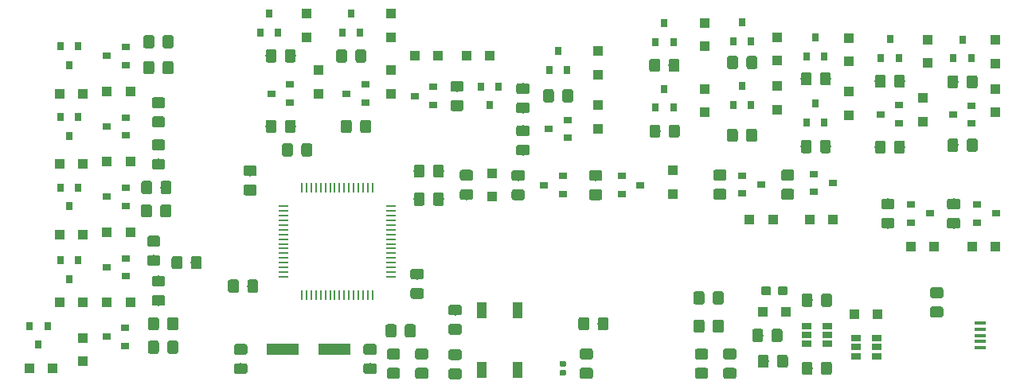
<source format=gbr>
G04 #@! TF.GenerationSoftware,KiCad,Pcbnew,(5.0.1)-3*
G04 #@! TF.CreationDate,2021-03-04T13:58:57-05:00*
G04 #@! TF.ProjectId,pilotage,70696C6F746167652E6B696361645F70,rev?*
G04 #@! TF.SameCoordinates,Original*
G04 #@! TF.FileFunction,Paste,Top*
G04 #@! TF.FilePolarity,Positive*
%FSLAX46Y46*%
G04 Gerber Fmt 4.6, Leading zero omitted, Abs format (unit mm)*
G04 Created by KiCad (PCBNEW (5.0.1)-3) date 04/03/2021 13:58:57*
%MOMM*%
%LPD*%
G01*
G04 APERTURE LIST*
%ADD10R,1.000000X1.000000*%
%ADD11R,0.900000X0.800000*%
%ADD12R,0.800000X0.900000*%
%ADD13C,0.100000*%
%ADD14C,1.150000*%
%ADD15R,1.300000X0.450000*%
%ADD16C,0.950000*%
%ADD17R,1.000000X1.700000*%
%ADD18R,0.250000X1.000000*%
%ADD19R,1.000000X0.250000*%
%ADD20R,1.060000X0.650000*%
%ADD21R,3.500000X1.200000*%
%ADD22C,0.590000*%
G04 APERTURE END LIST*
D10*
G04 #@! TO.C,D26*
X179250000Y-63000000D03*
X179250000Y-65500000D03*
G04 #@! TD*
G04 #@! TO.C,D27*
X178776870Y-71750000D03*
X178776870Y-69250000D03*
G04 #@! TD*
D11*
G04 #@! TO.C,Q24*
X176276870Y-71899261D03*
X176276870Y-69999261D03*
X174276870Y-70949261D03*
G04 #@! TD*
D12*
G04 #@! TO.C,Q23*
X175276869Y-62949261D03*
X176226869Y-64949261D03*
X174326869Y-64949261D03*
G04 #@! TD*
D13*
G04 #@! TO.C,R18*
G36*
X176651375Y-66750465D02*
X176675643Y-66754065D01*
X176699442Y-66760026D01*
X176722541Y-66768291D01*
X176744720Y-66778781D01*
X176765763Y-66791393D01*
X176785469Y-66806008D01*
X176803647Y-66822484D01*
X176820123Y-66840662D01*
X176834738Y-66860368D01*
X176847350Y-66881411D01*
X176857840Y-66903590D01*
X176866105Y-66926689D01*
X176872066Y-66950488D01*
X176875666Y-66974756D01*
X176876870Y-66999260D01*
X176876870Y-67899262D01*
X176875666Y-67923766D01*
X176872066Y-67948034D01*
X176866105Y-67971833D01*
X176857840Y-67994932D01*
X176847350Y-68017111D01*
X176834738Y-68038154D01*
X176820123Y-68057860D01*
X176803647Y-68076038D01*
X176785469Y-68092514D01*
X176765763Y-68107129D01*
X176744720Y-68119741D01*
X176722541Y-68130231D01*
X176699442Y-68138496D01*
X176675643Y-68144457D01*
X176651375Y-68148057D01*
X176626871Y-68149261D01*
X175976869Y-68149261D01*
X175952365Y-68148057D01*
X175928097Y-68144457D01*
X175904298Y-68138496D01*
X175881199Y-68130231D01*
X175859020Y-68119741D01*
X175837977Y-68107129D01*
X175818271Y-68092514D01*
X175800093Y-68076038D01*
X175783617Y-68057860D01*
X175769002Y-68038154D01*
X175756390Y-68017111D01*
X175745900Y-67994932D01*
X175737635Y-67971833D01*
X175731674Y-67948034D01*
X175728074Y-67923766D01*
X175726870Y-67899262D01*
X175726870Y-66999260D01*
X175728074Y-66974756D01*
X175731674Y-66950488D01*
X175737635Y-66926689D01*
X175745900Y-66903590D01*
X175756390Y-66881411D01*
X175769002Y-66860368D01*
X175783617Y-66840662D01*
X175800093Y-66822484D01*
X175818271Y-66806008D01*
X175837977Y-66791393D01*
X175859020Y-66778781D01*
X175881199Y-66768291D01*
X175904298Y-66760026D01*
X175928097Y-66754065D01*
X175952365Y-66750465D01*
X175976869Y-66749261D01*
X176626871Y-66749261D01*
X176651375Y-66750465D01*
X176651375Y-66750465D01*
G37*
D14*
X176301870Y-67449261D03*
D13*
G36*
X174601375Y-66750465D02*
X174625643Y-66754065D01*
X174649442Y-66760026D01*
X174672541Y-66768291D01*
X174694720Y-66778781D01*
X174715763Y-66791393D01*
X174735469Y-66806008D01*
X174753647Y-66822484D01*
X174770123Y-66840662D01*
X174784738Y-66860368D01*
X174797350Y-66881411D01*
X174807840Y-66903590D01*
X174816105Y-66926689D01*
X174822066Y-66950488D01*
X174825666Y-66974756D01*
X174826870Y-66999260D01*
X174826870Y-67899262D01*
X174825666Y-67923766D01*
X174822066Y-67948034D01*
X174816105Y-67971833D01*
X174807840Y-67994932D01*
X174797350Y-68017111D01*
X174784738Y-68038154D01*
X174770123Y-68057860D01*
X174753647Y-68076038D01*
X174735469Y-68092514D01*
X174715763Y-68107129D01*
X174694720Y-68119741D01*
X174672541Y-68130231D01*
X174649442Y-68138496D01*
X174625643Y-68144457D01*
X174601375Y-68148057D01*
X174576871Y-68149261D01*
X173926869Y-68149261D01*
X173902365Y-68148057D01*
X173878097Y-68144457D01*
X173854298Y-68138496D01*
X173831199Y-68130231D01*
X173809020Y-68119741D01*
X173787977Y-68107129D01*
X173768271Y-68092514D01*
X173750093Y-68076038D01*
X173733617Y-68057860D01*
X173719002Y-68038154D01*
X173706390Y-68017111D01*
X173695900Y-67994932D01*
X173687635Y-67971833D01*
X173681674Y-67948034D01*
X173678074Y-67923766D01*
X173676870Y-67899262D01*
X173676870Y-66999260D01*
X173678074Y-66974756D01*
X173681674Y-66950488D01*
X173687635Y-66926689D01*
X173695900Y-66903590D01*
X173706390Y-66881411D01*
X173719002Y-66860368D01*
X173733617Y-66840662D01*
X173750093Y-66822484D01*
X173768271Y-66806008D01*
X173787977Y-66791393D01*
X173809020Y-66778781D01*
X173831199Y-66768291D01*
X173854298Y-66760026D01*
X173878097Y-66754065D01*
X173902365Y-66750465D01*
X173926869Y-66749261D01*
X174576871Y-66749261D01*
X174601375Y-66750465D01*
X174601375Y-66750465D01*
G37*
D14*
X174251870Y-67449261D03*
G04 #@! TD*
D13*
G04 #@! TO.C,R19*
G36*
X174601375Y-73750465D02*
X174625643Y-73754065D01*
X174649442Y-73760026D01*
X174672541Y-73768291D01*
X174694720Y-73778781D01*
X174715763Y-73791393D01*
X174735469Y-73806008D01*
X174753647Y-73822484D01*
X174770123Y-73840662D01*
X174784738Y-73860368D01*
X174797350Y-73881411D01*
X174807840Y-73903590D01*
X174816105Y-73926689D01*
X174822066Y-73950488D01*
X174825666Y-73974756D01*
X174826870Y-73999260D01*
X174826870Y-74899262D01*
X174825666Y-74923766D01*
X174822066Y-74948034D01*
X174816105Y-74971833D01*
X174807840Y-74994932D01*
X174797350Y-75017111D01*
X174784738Y-75038154D01*
X174770123Y-75057860D01*
X174753647Y-75076038D01*
X174735469Y-75092514D01*
X174715763Y-75107129D01*
X174694720Y-75119741D01*
X174672541Y-75130231D01*
X174649442Y-75138496D01*
X174625643Y-75144457D01*
X174601375Y-75148057D01*
X174576871Y-75149261D01*
X173926869Y-75149261D01*
X173902365Y-75148057D01*
X173878097Y-75144457D01*
X173854298Y-75138496D01*
X173831199Y-75130231D01*
X173809020Y-75119741D01*
X173787977Y-75107129D01*
X173768271Y-75092514D01*
X173750093Y-75076038D01*
X173733617Y-75057860D01*
X173719002Y-75038154D01*
X173706390Y-75017111D01*
X173695900Y-74994932D01*
X173687635Y-74971833D01*
X173681674Y-74948034D01*
X173678074Y-74923766D01*
X173676870Y-74899262D01*
X173676870Y-73999260D01*
X173678074Y-73974756D01*
X173681674Y-73950488D01*
X173687635Y-73926689D01*
X173695900Y-73903590D01*
X173706390Y-73881411D01*
X173719002Y-73860368D01*
X173733617Y-73840662D01*
X173750093Y-73822484D01*
X173768271Y-73806008D01*
X173787977Y-73791393D01*
X173809020Y-73778781D01*
X173831199Y-73768291D01*
X173854298Y-73760026D01*
X173878097Y-73754065D01*
X173902365Y-73750465D01*
X173926869Y-73749261D01*
X174576871Y-73749261D01*
X174601375Y-73750465D01*
X174601375Y-73750465D01*
G37*
D14*
X174251870Y-74449261D03*
D13*
G36*
X176651375Y-73750465D02*
X176675643Y-73754065D01*
X176699442Y-73760026D01*
X176722541Y-73768291D01*
X176744720Y-73778781D01*
X176765763Y-73791393D01*
X176785469Y-73806008D01*
X176803647Y-73822484D01*
X176820123Y-73840662D01*
X176834738Y-73860368D01*
X176847350Y-73881411D01*
X176857840Y-73903590D01*
X176866105Y-73926689D01*
X176872066Y-73950488D01*
X176875666Y-73974756D01*
X176876870Y-73999260D01*
X176876870Y-74899262D01*
X176875666Y-74923766D01*
X176872066Y-74948034D01*
X176866105Y-74971833D01*
X176857840Y-74994932D01*
X176847350Y-75017111D01*
X176834738Y-75038154D01*
X176820123Y-75057860D01*
X176803647Y-75076038D01*
X176785469Y-75092514D01*
X176765763Y-75107129D01*
X176744720Y-75119741D01*
X176722541Y-75130231D01*
X176699442Y-75138496D01*
X176675643Y-75144457D01*
X176651375Y-75148057D01*
X176626871Y-75149261D01*
X175976869Y-75149261D01*
X175952365Y-75148057D01*
X175928097Y-75144457D01*
X175904298Y-75138496D01*
X175881199Y-75130231D01*
X175859020Y-75119741D01*
X175837977Y-75107129D01*
X175818271Y-75092514D01*
X175800093Y-75076038D01*
X175783617Y-75057860D01*
X175769002Y-75038154D01*
X175756390Y-75017111D01*
X175745900Y-74994932D01*
X175737635Y-74971833D01*
X175731674Y-74948034D01*
X175728074Y-74923766D01*
X175726870Y-74899262D01*
X175726870Y-73999260D01*
X175728074Y-73974756D01*
X175731674Y-73950488D01*
X175737635Y-73926689D01*
X175745900Y-73903590D01*
X175756390Y-73881411D01*
X175769002Y-73860368D01*
X175783617Y-73840662D01*
X175800093Y-73822484D01*
X175818271Y-73806008D01*
X175837977Y-73791393D01*
X175859020Y-73778781D01*
X175881199Y-73768291D01*
X175904298Y-73760026D01*
X175928097Y-73754065D01*
X175952365Y-73750465D01*
X175976869Y-73749261D01*
X176626871Y-73749261D01*
X176651375Y-73750465D01*
X176651375Y-73750465D01*
G37*
D14*
X176301870Y-74449261D03*
G04 #@! TD*
D13*
G04 #@! TO.C,C3*
G36*
X107874505Y-88551204D02*
X107898773Y-88554804D01*
X107922572Y-88560765D01*
X107945671Y-88569030D01*
X107967850Y-88579520D01*
X107988893Y-88592132D01*
X108008599Y-88606747D01*
X108026777Y-88623223D01*
X108043253Y-88641401D01*
X108057868Y-88661107D01*
X108070480Y-88682150D01*
X108080970Y-88704329D01*
X108089235Y-88727428D01*
X108095196Y-88751227D01*
X108098796Y-88775495D01*
X108100000Y-88799999D01*
X108100000Y-89700001D01*
X108098796Y-89724505D01*
X108095196Y-89748773D01*
X108089235Y-89772572D01*
X108080970Y-89795671D01*
X108070480Y-89817850D01*
X108057868Y-89838893D01*
X108043253Y-89858599D01*
X108026777Y-89876777D01*
X108008599Y-89893253D01*
X107988893Y-89907868D01*
X107967850Y-89920480D01*
X107945671Y-89930970D01*
X107922572Y-89939235D01*
X107898773Y-89945196D01*
X107874505Y-89948796D01*
X107850001Y-89950000D01*
X107199999Y-89950000D01*
X107175495Y-89948796D01*
X107151227Y-89945196D01*
X107127428Y-89939235D01*
X107104329Y-89930970D01*
X107082150Y-89920480D01*
X107061107Y-89907868D01*
X107041401Y-89893253D01*
X107023223Y-89876777D01*
X107006747Y-89858599D01*
X106992132Y-89838893D01*
X106979520Y-89817850D01*
X106969030Y-89795671D01*
X106960765Y-89772572D01*
X106954804Y-89748773D01*
X106951204Y-89724505D01*
X106950000Y-89700001D01*
X106950000Y-88799999D01*
X106951204Y-88775495D01*
X106954804Y-88751227D01*
X106960765Y-88727428D01*
X106969030Y-88704329D01*
X106979520Y-88682150D01*
X106992132Y-88661107D01*
X107006747Y-88641401D01*
X107023223Y-88623223D01*
X107041401Y-88606747D01*
X107061107Y-88592132D01*
X107082150Y-88579520D01*
X107104329Y-88569030D01*
X107127428Y-88560765D01*
X107151227Y-88554804D01*
X107175495Y-88551204D01*
X107199999Y-88550000D01*
X107850001Y-88550000D01*
X107874505Y-88551204D01*
X107874505Y-88551204D01*
G37*
D14*
X107525000Y-89250000D03*
D13*
G36*
X105824505Y-88551204D02*
X105848773Y-88554804D01*
X105872572Y-88560765D01*
X105895671Y-88569030D01*
X105917850Y-88579520D01*
X105938893Y-88592132D01*
X105958599Y-88606747D01*
X105976777Y-88623223D01*
X105993253Y-88641401D01*
X106007868Y-88661107D01*
X106020480Y-88682150D01*
X106030970Y-88704329D01*
X106039235Y-88727428D01*
X106045196Y-88751227D01*
X106048796Y-88775495D01*
X106050000Y-88799999D01*
X106050000Y-89700001D01*
X106048796Y-89724505D01*
X106045196Y-89748773D01*
X106039235Y-89772572D01*
X106030970Y-89795671D01*
X106020480Y-89817850D01*
X106007868Y-89838893D01*
X105993253Y-89858599D01*
X105976777Y-89876777D01*
X105958599Y-89893253D01*
X105938893Y-89907868D01*
X105917850Y-89920480D01*
X105895671Y-89930970D01*
X105872572Y-89939235D01*
X105848773Y-89945196D01*
X105824505Y-89948796D01*
X105800001Y-89950000D01*
X105149999Y-89950000D01*
X105125495Y-89948796D01*
X105101227Y-89945196D01*
X105077428Y-89939235D01*
X105054329Y-89930970D01*
X105032150Y-89920480D01*
X105011107Y-89907868D01*
X104991401Y-89893253D01*
X104973223Y-89876777D01*
X104956747Y-89858599D01*
X104942132Y-89838893D01*
X104929520Y-89817850D01*
X104919030Y-89795671D01*
X104910765Y-89772572D01*
X104904804Y-89748773D01*
X104901204Y-89724505D01*
X104900000Y-89700001D01*
X104900000Y-88799999D01*
X104901204Y-88775495D01*
X104904804Y-88751227D01*
X104910765Y-88727428D01*
X104919030Y-88704329D01*
X104929520Y-88682150D01*
X104942132Y-88661107D01*
X104956747Y-88641401D01*
X104973223Y-88623223D01*
X104991401Y-88606747D01*
X105011107Y-88592132D01*
X105032150Y-88579520D01*
X105054329Y-88569030D01*
X105077428Y-88560765D01*
X105101227Y-88554804D01*
X105125495Y-88551204D01*
X105149999Y-88550000D01*
X105800001Y-88550000D01*
X105824505Y-88551204D01*
X105824505Y-88551204D01*
G37*
D14*
X105475000Y-89250000D03*
G04 #@! TD*
D13*
G04 #@! TO.C,C1*
G36*
X106724505Y-97451204D02*
X106748773Y-97454804D01*
X106772572Y-97460765D01*
X106795671Y-97469030D01*
X106817850Y-97479520D01*
X106838893Y-97492132D01*
X106858599Y-97506747D01*
X106876777Y-97523223D01*
X106893253Y-97541401D01*
X106907868Y-97561107D01*
X106920480Y-97582150D01*
X106930970Y-97604329D01*
X106939235Y-97627428D01*
X106945196Y-97651227D01*
X106948796Y-97675495D01*
X106950000Y-97699999D01*
X106950000Y-98350001D01*
X106948796Y-98374505D01*
X106945196Y-98398773D01*
X106939235Y-98422572D01*
X106930970Y-98445671D01*
X106920480Y-98467850D01*
X106907868Y-98488893D01*
X106893253Y-98508599D01*
X106876777Y-98526777D01*
X106858599Y-98543253D01*
X106838893Y-98557868D01*
X106817850Y-98570480D01*
X106795671Y-98580970D01*
X106772572Y-98589235D01*
X106748773Y-98595196D01*
X106724505Y-98598796D01*
X106700001Y-98600000D01*
X105799999Y-98600000D01*
X105775495Y-98598796D01*
X105751227Y-98595196D01*
X105727428Y-98589235D01*
X105704329Y-98580970D01*
X105682150Y-98570480D01*
X105661107Y-98557868D01*
X105641401Y-98543253D01*
X105623223Y-98526777D01*
X105606747Y-98508599D01*
X105592132Y-98488893D01*
X105579520Y-98467850D01*
X105569030Y-98445671D01*
X105560765Y-98422572D01*
X105554804Y-98398773D01*
X105551204Y-98374505D01*
X105550000Y-98350001D01*
X105550000Y-97699999D01*
X105551204Y-97675495D01*
X105554804Y-97651227D01*
X105560765Y-97627428D01*
X105569030Y-97604329D01*
X105579520Y-97582150D01*
X105592132Y-97561107D01*
X105606747Y-97541401D01*
X105623223Y-97523223D01*
X105641401Y-97506747D01*
X105661107Y-97492132D01*
X105682150Y-97479520D01*
X105704329Y-97469030D01*
X105727428Y-97460765D01*
X105751227Y-97454804D01*
X105775495Y-97451204D01*
X105799999Y-97450000D01*
X106700001Y-97450000D01*
X106724505Y-97451204D01*
X106724505Y-97451204D01*
G37*
D14*
X106250000Y-98025000D03*
D13*
G36*
X106724505Y-95401204D02*
X106748773Y-95404804D01*
X106772572Y-95410765D01*
X106795671Y-95419030D01*
X106817850Y-95429520D01*
X106838893Y-95442132D01*
X106858599Y-95456747D01*
X106876777Y-95473223D01*
X106893253Y-95491401D01*
X106907868Y-95511107D01*
X106920480Y-95532150D01*
X106930970Y-95554329D01*
X106939235Y-95577428D01*
X106945196Y-95601227D01*
X106948796Y-95625495D01*
X106950000Y-95649999D01*
X106950000Y-96300001D01*
X106948796Y-96324505D01*
X106945196Y-96348773D01*
X106939235Y-96372572D01*
X106930970Y-96395671D01*
X106920480Y-96417850D01*
X106907868Y-96438893D01*
X106893253Y-96458599D01*
X106876777Y-96476777D01*
X106858599Y-96493253D01*
X106838893Y-96507868D01*
X106817850Y-96520480D01*
X106795671Y-96530970D01*
X106772572Y-96539235D01*
X106748773Y-96545196D01*
X106724505Y-96548796D01*
X106700001Y-96550000D01*
X105799999Y-96550000D01*
X105775495Y-96548796D01*
X105751227Y-96545196D01*
X105727428Y-96539235D01*
X105704329Y-96530970D01*
X105682150Y-96520480D01*
X105661107Y-96507868D01*
X105641401Y-96493253D01*
X105623223Y-96476777D01*
X105606747Y-96458599D01*
X105592132Y-96438893D01*
X105579520Y-96417850D01*
X105569030Y-96395671D01*
X105560765Y-96372572D01*
X105554804Y-96348773D01*
X105551204Y-96324505D01*
X105550000Y-96300001D01*
X105550000Y-95649999D01*
X105551204Y-95625495D01*
X105554804Y-95601227D01*
X105560765Y-95577428D01*
X105569030Y-95554329D01*
X105579520Y-95532150D01*
X105592132Y-95511107D01*
X105606747Y-95491401D01*
X105623223Y-95473223D01*
X105641401Y-95456747D01*
X105661107Y-95442132D01*
X105682150Y-95429520D01*
X105704329Y-95419030D01*
X105727428Y-95410765D01*
X105751227Y-95404804D01*
X105775495Y-95401204D01*
X105799999Y-95400000D01*
X106700001Y-95400000D01*
X106724505Y-95401204D01*
X106724505Y-95401204D01*
G37*
D14*
X106250000Y-95975000D03*
G04 #@! TD*
D13*
G04 #@! TO.C,C2*
G36*
X113624505Y-74051204D02*
X113648773Y-74054804D01*
X113672572Y-74060765D01*
X113695671Y-74069030D01*
X113717850Y-74079520D01*
X113738893Y-74092132D01*
X113758599Y-74106747D01*
X113776777Y-74123223D01*
X113793253Y-74141401D01*
X113807868Y-74161107D01*
X113820480Y-74182150D01*
X113830970Y-74204329D01*
X113839235Y-74227428D01*
X113845196Y-74251227D01*
X113848796Y-74275495D01*
X113850000Y-74299999D01*
X113850000Y-75200001D01*
X113848796Y-75224505D01*
X113845196Y-75248773D01*
X113839235Y-75272572D01*
X113830970Y-75295671D01*
X113820480Y-75317850D01*
X113807868Y-75338893D01*
X113793253Y-75358599D01*
X113776777Y-75376777D01*
X113758599Y-75393253D01*
X113738893Y-75407868D01*
X113717850Y-75420480D01*
X113695671Y-75430970D01*
X113672572Y-75439235D01*
X113648773Y-75445196D01*
X113624505Y-75448796D01*
X113600001Y-75450000D01*
X112949999Y-75450000D01*
X112925495Y-75448796D01*
X112901227Y-75445196D01*
X112877428Y-75439235D01*
X112854329Y-75430970D01*
X112832150Y-75420480D01*
X112811107Y-75407868D01*
X112791401Y-75393253D01*
X112773223Y-75376777D01*
X112756747Y-75358599D01*
X112742132Y-75338893D01*
X112729520Y-75317850D01*
X112719030Y-75295671D01*
X112710765Y-75272572D01*
X112704804Y-75248773D01*
X112701204Y-75224505D01*
X112700000Y-75200001D01*
X112700000Y-74299999D01*
X112701204Y-74275495D01*
X112704804Y-74251227D01*
X112710765Y-74227428D01*
X112719030Y-74204329D01*
X112729520Y-74182150D01*
X112742132Y-74161107D01*
X112756747Y-74141401D01*
X112773223Y-74123223D01*
X112791401Y-74106747D01*
X112811107Y-74092132D01*
X112832150Y-74079520D01*
X112854329Y-74069030D01*
X112877428Y-74060765D01*
X112901227Y-74054804D01*
X112925495Y-74051204D01*
X112949999Y-74050000D01*
X113600001Y-74050000D01*
X113624505Y-74051204D01*
X113624505Y-74051204D01*
G37*
D14*
X113275000Y-74750000D03*
D13*
G36*
X111574505Y-74051204D02*
X111598773Y-74054804D01*
X111622572Y-74060765D01*
X111645671Y-74069030D01*
X111667850Y-74079520D01*
X111688893Y-74092132D01*
X111708599Y-74106747D01*
X111726777Y-74123223D01*
X111743253Y-74141401D01*
X111757868Y-74161107D01*
X111770480Y-74182150D01*
X111780970Y-74204329D01*
X111789235Y-74227428D01*
X111795196Y-74251227D01*
X111798796Y-74275495D01*
X111800000Y-74299999D01*
X111800000Y-75200001D01*
X111798796Y-75224505D01*
X111795196Y-75248773D01*
X111789235Y-75272572D01*
X111780970Y-75295671D01*
X111770480Y-75317850D01*
X111757868Y-75338893D01*
X111743253Y-75358599D01*
X111726777Y-75376777D01*
X111708599Y-75393253D01*
X111688893Y-75407868D01*
X111667850Y-75420480D01*
X111645671Y-75430970D01*
X111622572Y-75439235D01*
X111598773Y-75445196D01*
X111574505Y-75448796D01*
X111550001Y-75450000D01*
X110899999Y-75450000D01*
X110875495Y-75448796D01*
X110851227Y-75445196D01*
X110827428Y-75439235D01*
X110804329Y-75430970D01*
X110782150Y-75420480D01*
X110761107Y-75407868D01*
X110741401Y-75393253D01*
X110723223Y-75376777D01*
X110706747Y-75358599D01*
X110692132Y-75338893D01*
X110679520Y-75317850D01*
X110669030Y-75295671D01*
X110660765Y-75272572D01*
X110654804Y-75248773D01*
X110651204Y-75224505D01*
X110650000Y-75200001D01*
X110650000Y-74299999D01*
X110651204Y-74275495D01*
X110654804Y-74251227D01*
X110660765Y-74227428D01*
X110669030Y-74204329D01*
X110679520Y-74182150D01*
X110692132Y-74161107D01*
X110706747Y-74141401D01*
X110723223Y-74123223D01*
X110741401Y-74106747D01*
X110761107Y-74092132D01*
X110782150Y-74079520D01*
X110804329Y-74069030D01*
X110827428Y-74060765D01*
X110851227Y-74054804D01*
X110875495Y-74051204D01*
X110899999Y-74050000D01*
X111550001Y-74050000D01*
X111574505Y-74051204D01*
X111574505Y-74051204D01*
G37*
D14*
X111225000Y-74750000D03*
G04 #@! TD*
D13*
G04 #@! TO.C,C4*
G36*
X120474505Y-97451204D02*
X120498773Y-97454804D01*
X120522572Y-97460765D01*
X120545671Y-97469030D01*
X120567850Y-97479520D01*
X120588893Y-97492132D01*
X120608599Y-97506747D01*
X120626777Y-97523223D01*
X120643253Y-97541401D01*
X120657868Y-97561107D01*
X120670480Y-97582150D01*
X120680970Y-97604329D01*
X120689235Y-97627428D01*
X120695196Y-97651227D01*
X120698796Y-97675495D01*
X120700000Y-97699999D01*
X120700000Y-98350001D01*
X120698796Y-98374505D01*
X120695196Y-98398773D01*
X120689235Y-98422572D01*
X120680970Y-98445671D01*
X120670480Y-98467850D01*
X120657868Y-98488893D01*
X120643253Y-98508599D01*
X120626777Y-98526777D01*
X120608599Y-98543253D01*
X120588893Y-98557868D01*
X120567850Y-98570480D01*
X120545671Y-98580970D01*
X120522572Y-98589235D01*
X120498773Y-98595196D01*
X120474505Y-98598796D01*
X120450001Y-98600000D01*
X119549999Y-98600000D01*
X119525495Y-98598796D01*
X119501227Y-98595196D01*
X119477428Y-98589235D01*
X119454329Y-98580970D01*
X119432150Y-98570480D01*
X119411107Y-98557868D01*
X119391401Y-98543253D01*
X119373223Y-98526777D01*
X119356747Y-98508599D01*
X119342132Y-98488893D01*
X119329520Y-98467850D01*
X119319030Y-98445671D01*
X119310765Y-98422572D01*
X119304804Y-98398773D01*
X119301204Y-98374505D01*
X119300000Y-98350001D01*
X119300000Y-97699999D01*
X119301204Y-97675495D01*
X119304804Y-97651227D01*
X119310765Y-97627428D01*
X119319030Y-97604329D01*
X119329520Y-97582150D01*
X119342132Y-97561107D01*
X119356747Y-97541401D01*
X119373223Y-97523223D01*
X119391401Y-97506747D01*
X119411107Y-97492132D01*
X119432150Y-97479520D01*
X119454329Y-97469030D01*
X119477428Y-97460765D01*
X119501227Y-97454804D01*
X119525495Y-97451204D01*
X119549999Y-97450000D01*
X120450001Y-97450000D01*
X120474505Y-97451204D01*
X120474505Y-97451204D01*
G37*
D14*
X120000000Y-98025000D03*
D13*
G36*
X120474505Y-95401204D02*
X120498773Y-95404804D01*
X120522572Y-95410765D01*
X120545671Y-95419030D01*
X120567850Y-95429520D01*
X120588893Y-95442132D01*
X120608599Y-95456747D01*
X120626777Y-95473223D01*
X120643253Y-95491401D01*
X120657868Y-95511107D01*
X120670480Y-95532150D01*
X120680970Y-95554329D01*
X120689235Y-95577428D01*
X120695196Y-95601227D01*
X120698796Y-95625495D01*
X120700000Y-95649999D01*
X120700000Y-96300001D01*
X120698796Y-96324505D01*
X120695196Y-96348773D01*
X120689235Y-96372572D01*
X120680970Y-96395671D01*
X120670480Y-96417850D01*
X120657868Y-96438893D01*
X120643253Y-96458599D01*
X120626777Y-96476777D01*
X120608599Y-96493253D01*
X120588893Y-96507868D01*
X120567850Y-96520480D01*
X120545671Y-96530970D01*
X120522572Y-96539235D01*
X120498773Y-96545196D01*
X120474505Y-96548796D01*
X120450001Y-96550000D01*
X119549999Y-96550000D01*
X119525495Y-96548796D01*
X119501227Y-96545196D01*
X119477428Y-96539235D01*
X119454329Y-96530970D01*
X119432150Y-96520480D01*
X119411107Y-96507868D01*
X119391401Y-96493253D01*
X119373223Y-96476777D01*
X119356747Y-96458599D01*
X119342132Y-96438893D01*
X119329520Y-96417850D01*
X119319030Y-96395671D01*
X119310765Y-96372572D01*
X119304804Y-96348773D01*
X119301204Y-96324505D01*
X119300000Y-96300001D01*
X119300000Y-95649999D01*
X119301204Y-95625495D01*
X119304804Y-95601227D01*
X119310765Y-95577428D01*
X119319030Y-95554329D01*
X119329520Y-95532150D01*
X119342132Y-95511107D01*
X119356747Y-95491401D01*
X119373223Y-95473223D01*
X119391401Y-95456747D01*
X119411107Y-95442132D01*
X119432150Y-95429520D01*
X119454329Y-95419030D01*
X119477428Y-95410765D01*
X119501227Y-95404804D01*
X119525495Y-95401204D01*
X119549999Y-95400000D01*
X120450001Y-95400000D01*
X120474505Y-95401204D01*
X120474505Y-95401204D01*
G37*
D14*
X120000000Y-95975000D03*
G04 #@! TD*
D13*
G04 #@! TO.C,C5*
G36*
X129519952Y-95964822D02*
X129544220Y-95968422D01*
X129568019Y-95974383D01*
X129591118Y-95982648D01*
X129613297Y-95993138D01*
X129634340Y-96005750D01*
X129654046Y-96020365D01*
X129672224Y-96036841D01*
X129688700Y-96055019D01*
X129703315Y-96074725D01*
X129715927Y-96095768D01*
X129726417Y-96117947D01*
X129734682Y-96141046D01*
X129740643Y-96164845D01*
X129744243Y-96189113D01*
X129745447Y-96213617D01*
X129745447Y-96863619D01*
X129744243Y-96888123D01*
X129740643Y-96912391D01*
X129734682Y-96936190D01*
X129726417Y-96959289D01*
X129715927Y-96981468D01*
X129703315Y-97002511D01*
X129688700Y-97022217D01*
X129672224Y-97040395D01*
X129654046Y-97056871D01*
X129634340Y-97071486D01*
X129613297Y-97084098D01*
X129591118Y-97094588D01*
X129568019Y-97102853D01*
X129544220Y-97108814D01*
X129519952Y-97112414D01*
X129495448Y-97113618D01*
X128595446Y-97113618D01*
X128570942Y-97112414D01*
X128546674Y-97108814D01*
X128522875Y-97102853D01*
X128499776Y-97094588D01*
X128477597Y-97084098D01*
X128456554Y-97071486D01*
X128436848Y-97056871D01*
X128418670Y-97040395D01*
X128402194Y-97022217D01*
X128387579Y-97002511D01*
X128374967Y-96981468D01*
X128364477Y-96959289D01*
X128356212Y-96936190D01*
X128350251Y-96912391D01*
X128346651Y-96888123D01*
X128345447Y-96863619D01*
X128345447Y-96213617D01*
X128346651Y-96189113D01*
X128350251Y-96164845D01*
X128356212Y-96141046D01*
X128364477Y-96117947D01*
X128374967Y-96095768D01*
X128387579Y-96074725D01*
X128402194Y-96055019D01*
X128418670Y-96036841D01*
X128436848Y-96020365D01*
X128456554Y-96005750D01*
X128477597Y-95993138D01*
X128499776Y-95982648D01*
X128522875Y-95974383D01*
X128546674Y-95968422D01*
X128570942Y-95964822D01*
X128595446Y-95963618D01*
X129495448Y-95963618D01*
X129519952Y-95964822D01*
X129519952Y-95964822D01*
G37*
D14*
X129045447Y-96538618D03*
D13*
G36*
X129519952Y-98014822D02*
X129544220Y-98018422D01*
X129568019Y-98024383D01*
X129591118Y-98032648D01*
X129613297Y-98043138D01*
X129634340Y-98055750D01*
X129654046Y-98070365D01*
X129672224Y-98086841D01*
X129688700Y-98105019D01*
X129703315Y-98124725D01*
X129715927Y-98145768D01*
X129726417Y-98167947D01*
X129734682Y-98191046D01*
X129740643Y-98214845D01*
X129744243Y-98239113D01*
X129745447Y-98263617D01*
X129745447Y-98913619D01*
X129744243Y-98938123D01*
X129740643Y-98962391D01*
X129734682Y-98986190D01*
X129726417Y-99009289D01*
X129715927Y-99031468D01*
X129703315Y-99052511D01*
X129688700Y-99072217D01*
X129672224Y-99090395D01*
X129654046Y-99106871D01*
X129634340Y-99121486D01*
X129613297Y-99134098D01*
X129591118Y-99144588D01*
X129568019Y-99152853D01*
X129544220Y-99158814D01*
X129519952Y-99162414D01*
X129495448Y-99163618D01*
X128595446Y-99163618D01*
X128570942Y-99162414D01*
X128546674Y-99158814D01*
X128522875Y-99152853D01*
X128499776Y-99144588D01*
X128477597Y-99134098D01*
X128456554Y-99121486D01*
X128436848Y-99106871D01*
X128418670Y-99090395D01*
X128402194Y-99072217D01*
X128387579Y-99052511D01*
X128374967Y-99031468D01*
X128364477Y-99009289D01*
X128356212Y-98986190D01*
X128350251Y-98962391D01*
X128346651Y-98938123D01*
X128345447Y-98913619D01*
X128345447Y-98263617D01*
X128346651Y-98239113D01*
X128350251Y-98214845D01*
X128356212Y-98191046D01*
X128364477Y-98167947D01*
X128374967Y-98145768D01*
X128387579Y-98124725D01*
X128402194Y-98105019D01*
X128418670Y-98086841D01*
X128436848Y-98070365D01*
X128456554Y-98055750D01*
X128477597Y-98043138D01*
X128499776Y-98032648D01*
X128522875Y-98024383D01*
X128546674Y-98018422D01*
X128570942Y-98014822D01*
X128595446Y-98013618D01*
X129495448Y-98013618D01*
X129519952Y-98014822D01*
X129519952Y-98014822D01*
G37*
D14*
X129045447Y-98588618D03*
G04 #@! TD*
D13*
G04 #@! TO.C,C6*
G36*
X125474505Y-89451204D02*
X125498773Y-89454804D01*
X125522572Y-89460765D01*
X125545671Y-89469030D01*
X125567850Y-89479520D01*
X125588893Y-89492132D01*
X125608599Y-89506747D01*
X125626777Y-89523223D01*
X125643253Y-89541401D01*
X125657868Y-89561107D01*
X125670480Y-89582150D01*
X125680970Y-89604329D01*
X125689235Y-89627428D01*
X125695196Y-89651227D01*
X125698796Y-89675495D01*
X125700000Y-89699999D01*
X125700000Y-90350001D01*
X125698796Y-90374505D01*
X125695196Y-90398773D01*
X125689235Y-90422572D01*
X125680970Y-90445671D01*
X125670480Y-90467850D01*
X125657868Y-90488893D01*
X125643253Y-90508599D01*
X125626777Y-90526777D01*
X125608599Y-90543253D01*
X125588893Y-90557868D01*
X125567850Y-90570480D01*
X125545671Y-90580970D01*
X125522572Y-90589235D01*
X125498773Y-90595196D01*
X125474505Y-90598796D01*
X125450001Y-90600000D01*
X124549999Y-90600000D01*
X124525495Y-90598796D01*
X124501227Y-90595196D01*
X124477428Y-90589235D01*
X124454329Y-90580970D01*
X124432150Y-90570480D01*
X124411107Y-90557868D01*
X124391401Y-90543253D01*
X124373223Y-90526777D01*
X124356747Y-90508599D01*
X124342132Y-90488893D01*
X124329520Y-90467850D01*
X124319030Y-90445671D01*
X124310765Y-90422572D01*
X124304804Y-90398773D01*
X124301204Y-90374505D01*
X124300000Y-90350001D01*
X124300000Y-89699999D01*
X124301204Y-89675495D01*
X124304804Y-89651227D01*
X124310765Y-89627428D01*
X124319030Y-89604329D01*
X124329520Y-89582150D01*
X124342132Y-89561107D01*
X124356747Y-89541401D01*
X124373223Y-89523223D01*
X124391401Y-89506747D01*
X124411107Y-89492132D01*
X124432150Y-89479520D01*
X124454329Y-89469030D01*
X124477428Y-89460765D01*
X124501227Y-89454804D01*
X124525495Y-89451204D01*
X124549999Y-89450000D01*
X125450001Y-89450000D01*
X125474505Y-89451204D01*
X125474505Y-89451204D01*
G37*
D14*
X125000000Y-90025000D03*
D13*
G36*
X125474505Y-87401204D02*
X125498773Y-87404804D01*
X125522572Y-87410765D01*
X125545671Y-87419030D01*
X125567850Y-87429520D01*
X125588893Y-87442132D01*
X125608599Y-87456747D01*
X125626777Y-87473223D01*
X125643253Y-87491401D01*
X125657868Y-87511107D01*
X125670480Y-87532150D01*
X125680970Y-87554329D01*
X125689235Y-87577428D01*
X125695196Y-87601227D01*
X125698796Y-87625495D01*
X125700000Y-87649999D01*
X125700000Y-88300001D01*
X125698796Y-88324505D01*
X125695196Y-88348773D01*
X125689235Y-88372572D01*
X125680970Y-88395671D01*
X125670480Y-88417850D01*
X125657868Y-88438893D01*
X125643253Y-88458599D01*
X125626777Y-88476777D01*
X125608599Y-88493253D01*
X125588893Y-88507868D01*
X125567850Y-88520480D01*
X125545671Y-88530970D01*
X125522572Y-88539235D01*
X125498773Y-88545196D01*
X125474505Y-88548796D01*
X125450001Y-88550000D01*
X124549999Y-88550000D01*
X124525495Y-88548796D01*
X124501227Y-88545196D01*
X124477428Y-88539235D01*
X124454329Y-88530970D01*
X124432150Y-88520480D01*
X124411107Y-88507868D01*
X124391401Y-88493253D01*
X124373223Y-88476777D01*
X124356747Y-88458599D01*
X124342132Y-88438893D01*
X124329520Y-88417850D01*
X124319030Y-88395671D01*
X124310765Y-88372572D01*
X124304804Y-88348773D01*
X124301204Y-88324505D01*
X124300000Y-88300001D01*
X124300000Y-87649999D01*
X124301204Y-87625495D01*
X124304804Y-87601227D01*
X124310765Y-87577428D01*
X124319030Y-87554329D01*
X124329520Y-87532150D01*
X124342132Y-87511107D01*
X124356747Y-87491401D01*
X124373223Y-87473223D01*
X124391401Y-87456747D01*
X124411107Y-87442132D01*
X124432150Y-87429520D01*
X124454329Y-87419030D01*
X124477428Y-87410765D01*
X124501227Y-87404804D01*
X124525495Y-87401204D01*
X124549999Y-87400000D01*
X125450001Y-87400000D01*
X125474505Y-87401204D01*
X125474505Y-87401204D01*
G37*
D14*
X125000000Y-87975000D03*
G04 #@! TD*
D13*
G04 #@! TO.C,C7*
G36*
X125574505Y-79301204D02*
X125598773Y-79304804D01*
X125622572Y-79310765D01*
X125645671Y-79319030D01*
X125667850Y-79329520D01*
X125688893Y-79342132D01*
X125708599Y-79356747D01*
X125726777Y-79373223D01*
X125743253Y-79391401D01*
X125757868Y-79411107D01*
X125770480Y-79432150D01*
X125780970Y-79454329D01*
X125789235Y-79477428D01*
X125795196Y-79501227D01*
X125798796Y-79525495D01*
X125800000Y-79549999D01*
X125800000Y-80450001D01*
X125798796Y-80474505D01*
X125795196Y-80498773D01*
X125789235Y-80522572D01*
X125780970Y-80545671D01*
X125770480Y-80567850D01*
X125757868Y-80588893D01*
X125743253Y-80608599D01*
X125726777Y-80626777D01*
X125708599Y-80643253D01*
X125688893Y-80657868D01*
X125667850Y-80670480D01*
X125645671Y-80680970D01*
X125622572Y-80689235D01*
X125598773Y-80695196D01*
X125574505Y-80698796D01*
X125550001Y-80700000D01*
X124899999Y-80700000D01*
X124875495Y-80698796D01*
X124851227Y-80695196D01*
X124827428Y-80689235D01*
X124804329Y-80680970D01*
X124782150Y-80670480D01*
X124761107Y-80657868D01*
X124741401Y-80643253D01*
X124723223Y-80626777D01*
X124706747Y-80608599D01*
X124692132Y-80588893D01*
X124679520Y-80567850D01*
X124669030Y-80545671D01*
X124660765Y-80522572D01*
X124654804Y-80498773D01*
X124651204Y-80474505D01*
X124650000Y-80450001D01*
X124650000Y-79549999D01*
X124651204Y-79525495D01*
X124654804Y-79501227D01*
X124660765Y-79477428D01*
X124669030Y-79454329D01*
X124679520Y-79432150D01*
X124692132Y-79411107D01*
X124706747Y-79391401D01*
X124723223Y-79373223D01*
X124741401Y-79356747D01*
X124761107Y-79342132D01*
X124782150Y-79329520D01*
X124804329Y-79319030D01*
X124827428Y-79310765D01*
X124851227Y-79304804D01*
X124875495Y-79301204D01*
X124899999Y-79300000D01*
X125550001Y-79300000D01*
X125574505Y-79301204D01*
X125574505Y-79301204D01*
G37*
D14*
X125225000Y-80000000D03*
D13*
G36*
X127624505Y-79301204D02*
X127648773Y-79304804D01*
X127672572Y-79310765D01*
X127695671Y-79319030D01*
X127717850Y-79329520D01*
X127738893Y-79342132D01*
X127758599Y-79356747D01*
X127776777Y-79373223D01*
X127793253Y-79391401D01*
X127807868Y-79411107D01*
X127820480Y-79432150D01*
X127830970Y-79454329D01*
X127839235Y-79477428D01*
X127845196Y-79501227D01*
X127848796Y-79525495D01*
X127850000Y-79549999D01*
X127850000Y-80450001D01*
X127848796Y-80474505D01*
X127845196Y-80498773D01*
X127839235Y-80522572D01*
X127830970Y-80545671D01*
X127820480Y-80567850D01*
X127807868Y-80588893D01*
X127793253Y-80608599D01*
X127776777Y-80626777D01*
X127758599Y-80643253D01*
X127738893Y-80657868D01*
X127717850Y-80670480D01*
X127695671Y-80680970D01*
X127672572Y-80689235D01*
X127648773Y-80695196D01*
X127624505Y-80698796D01*
X127600001Y-80700000D01*
X126949999Y-80700000D01*
X126925495Y-80698796D01*
X126901227Y-80695196D01*
X126877428Y-80689235D01*
X126854329Y-80680970D01*
X126832150Y-80670480D01*
X126811107Y-80657868D01*
X126791401Y-80643253D01*
X126773223Y-80626777D01*
X126756747Y-80608599D01*
X126742132Y-80588893D01*
X126729520Y-80567850D01*
X126719030Y-80545671D01*
X126710765Y-80522572D01*
X126704804Y-80498773D01*
X126701204Y-80474505D01*
X126700000Y-80450001D01*
X126700000Y-79549999D01*
X126701204Y-79525495D01*
X126704804Y-79501227D01*
X126710765Y-79477428D01*
X126719030Y-79454329D01*
X126729520Y-79432150D01*
X126742132Y-79411107D01*
X126756747Y-79391401D01*
X126773223Y-79373223D01*
X126791401Y-79356747D01*
X126811107Y-79342132D01*
X126832150Y-79329520D01*
X126854329Y-79319030D01*
X126877428Y-79310765D01*
X126901227Y-79304804D01*
X126925495Y-79301204D01*
X126949999Y-79300000D01*
X127600001Y-79300000D01*
X127624505Y-79301204D01*
X127624505Y-79301204D01*
G37*
D14*
X127275000Y-80000000D03*
G04 #@! TD*
D13*
G04 #@! TO.C,C8*
G36*
X125574505Y-76301204D02*
X125598773Y-76304804D01*
X125622572Y-76310765D01*
X125645671Y-76319030D01*
X125667850Y-76329520D01*
X125688893Y-76342132D01*
X125708599Y-76356747D01*
X125726777Y-76373223D01*
X125743253Y-76391401D01*
X125757868Y-76411107D01*
X125770480Y-76432150D01*
X125780970Y-76454329D01*
X125789235Y-76477428D01*
X125795196Y-76501227D01*
X125798796Y-76525495D01*
X125800000Y-76549999D01*
X125800000Y-77450001D01*
X125798796Y-77474505D01*
X125795196Y-77498773D01*
X125789235Y-77522572D01*
X125780970Y-77545671D01*
X125770480Y-77567850D01*
X125757868Y-77588893D01*
X125743253Y-77608599D01*
X125726777Y-77626777D01*
X125708599Y-77643253D01*
X125688893Y-77657868D01*
X125667850Y-77670480D01*
X125645671Y-77680970D01*
X125622572Y-77689235D01*
X125598773Y-77695196D01*
X125574505Y-77698796D01*
X125550001Y-77700000D01*
X124899999Y-77700000D01*
X124875495Y-77698796D01*
X124851227Y-77695196D01*
X124827428Y-77689235D01*
X124804329Y-77680970D01*
X124782150Y-77670480D01*
X124761107Y-77657868D01*
X124741401Y-77643253D01*
X124723223Y-77626777D01*
X124706747Y-77608599D01*
X124692132Y-77588893D01*
X124679520Y-77567850D01*
X124669030Y-77545671D01*
X124660765Y-77522572D01*
X124654804Y-77498773D01*
X124651204Y-77474505D01*
X124650000Y-77450001D01*
X124650000Y-76549999D01*
X124651204Y-76525495D01*
X124654804Y-76501227D01*
X124660765Y-76477428D01*
X124669030Y-76454329D01*
X124679520Y-76432150D01*
X124692132Y-76411107D01*
X124706747Y-76391401D01*
X124723223Y-76373223D01*
X124741401Y-76356747D01*
X124761107Y-76342132D01*
X124782150Y-76329520D01*
X124804329Y-76319030D01*
X124827428Y-76310765D01*
X124851227Y-76304804D01*
X124875495Y-76301204D01*
X124899999Y-76300000D01*
X125550001Y-76300000D01*
X125574505Y-76301204D01*
X125574505Y-76301204D01*
G37*
D14*
X125225000Y-77000000D03*
D13*
G36*
X127624505Y-76301204D02*
X127648773Y-76304804D01*
X127672572Y-76310765D01*
X127695671Y-76319030D01*
X127717850Y-76329520D01*
X127738893Y-76342132D01*
X127758599Y-76356747D01*
X127776777Y-76373223D01*
X127793253Y-76391401D01*
X127807868Y-76411107D01*
X127820480Y-76432150D01*
X127830970Y-76454329D01*
X127839235Y-76477428D01*
X127845196Y-76501227D01*
X127848796Y-76525495D01*
X127850000Y-76549999D01*
X127850000Y-77450001D01*
X127848796Y-77474505D01*
X127845196Y-77498773D01*
X127839235Y-77522572D01*
X127830970Y-77545671D01*
X127820480Y-77567850D01*
X127807868Y-77588893D01*
X127793253Y-77608599D01*
X127776777Y-77626777D01*
X127758599Y-77643253D01*
X127738893Y-77657868D01*
X127717850Y-77670480D01*
X127695671Y-77680970D01*
X127672572Y-77689235D01*
X127648773Y-77695196D01*
X127624505Y-77698796D01*
X127600001Y-77700000D01*
X126949999Y-77700000D01*
X126925495Y-77698796D01*
X126901227Y-77695196D01*
X126877428Y-77689235D01*
X126854329Y-77680970D01*
X126832150Y-77670480D01*
X126811107Y-77657868D01*
X126791401Y-77643253D01*
X126773223Y-77626777D01*
X126756747Y-77608599D01*
X126742132Y-77588893D01*
X126729520Y-77567850D01*
X126719030Y-77545671D01*
X126710765Y-77522572D01*
X126704804Y-77498773D01*
X126701204Y-77474505D01*
X126700000Y-77450001D01*
X126700000Y-76549999D01*
X126701204Y-76525495D01*
X126704804Y-76501227D01*
X126710765Y-76477428D01*
X126719030Y-76454329D01*
X126729520Y-76432150D01*
X126742132Y-76411107D01*
X126756747Y-76391401D01*
X126773223Y-76373223D01*
X126791401Y-76356747D01*
X126811107Y-76342132D01*
X126832150Y-76329520D01*
X126854329Y-76319030D01*
X126877428Y-76310765D01*
X126901227Y-76304804D01*
X126925495Y-76301204D01*
X126949999Y-76300000D01*
X127600001Y-76300000D01*
X127624505Y-76301204D01*
X127624505Y-76301204D01*
G37*
D14*
X127275000Y-77000000D03*
G04 #@! TD*
D13*
G04 #@! TO.C,C9*
G36*
X107724505Y-78451204D02*
X107748773Y-78454804D01*
X107772572Y-78460765D01*
X107795671Y-78469030D01*
X107817850Y-78479520D01*
X107838893Y-78492132D01*
X107858599Y-78506747D01*
X107876777Y-78523223D01*
X107893253Y-78541401D01*
X107907868Y-78561107D01*
X107920480Y-78582150D01*
X107930970Y-78604329D01*
X107939235Y-78627428D01*
X107945196Y-78651227D01*
X107948796Y-78675495D01*
X107950000Y-78699999D01*
X107950000Y-79350001D01*
X107948796Y-79374505D01*
X107945196Y-79398773D01*
X107939235Y-79422572D01*
X107930970Y-79445671D01*
X107920480Y-79467850D01*
X107907868Y-79488893D01*
X107893253Y-79508599D01*
X107876777Y-79526777D01*
X107858599Y-79543253D01*
X107838893Y-79557868D01*
X107817850Y-79570480D01*
X107795671Y-79580970D01*
X107772572Y-79589235D01*
X107748773Y-79595196D01*
X107724505Y-79598796D01*
X107700001Y-79600000D01*
X106799999Y-79600000D01*
X106775495Y-79598796D01*
X106751227Y-79595196D01*
X106727428Y-79589235D01*
X106704329Y-79580970D01*
X106682150Y-79570480D01*
X106661107Y-79557868D01*
X106641401Y-79543253D01*
X106623223Y-79526777D01*
X106606747Y-79508599D01*
X106592132Y-79488893D01*
X106579520Y-79467850D01*
X106569030Y-79445671D01*
X106560765Y-79422572D01*
X106554804Y-79398773D01*
X106551204Y-79374505D01*
X106550000Y-79350001D01*
X106550000Y-78699999D01*
X106551204Y-78675495D01*
X106554804Y-78651227D01*
X106560765Y-78627428D01*
X106569030Y-78604329D01*
X106579520Y-78582150D01*
X106592132Y-78561107D01*
X106606747Y-78541401D01*
X106623223Y-78523223D01*
X106641401Y-78506747D01*
X106661107Y-78492132D01*
X106682150Y-78479520D01*
X106704329Y-78469030D01*
X106727428Y-78460765D01*
X106751227Y-78454804D01*
X106775495Y-78451204D01*
X106799999Y-78450000D01*
X107700001Y-78450000D01*
X107724505Y-78451204D01*
X107724505Y-78451204D01*
G37*
D14*
X107250000Y-79025000D03*
D13*
G36*
X107724505Y-76401204D02*
X107748773Y-76404804D01*
X107772572Y-76410765D01*
X107795671Y-76419030D01*
X107817850Y-76429520D01*
X107838893Y-76442132D01*
X107858599Y-76456747D01*
X107876777Y-76473223D01*
X107893253Y-76491401D01*
X107907868Y-76511107D01*
X107920480Y-76532150D01*
X107930970Y-76554329D01*
X107939235Y-76577428D01*
X107945196Y-76601227D01*
X107948796Y-76625495D01*
X107950000Y-76649999D01*
X107950000Y-77300001D01*
X107948796Y-77324505D01*
X107945196Y-77348773D01*
X107939235Y-77372572D01*
X107930970Y-77395671D01*
X107920480Y-77417850D01*
X107907868Y-77438893D01*
X107893253Y-77458599D01*
X107876777Y-77476777D01*
X107858599Y-77493253D01*
X107838893Y-77507868D01*
X107817850Y-77520480D01*
X107795671Y-77530970D01*
X107772572Y-77539235D01*
X107748773Y-77545196D01*
X107724505Y-77548796D01*
X107700001Y-77550000D01*
X106799999Y-77550000D01*
X106775495Y-77548796D01*
X106751227Y-77545196D01*
X106727428Y-77539235D01*
X106704329Y-77530970D01*
X106682150Y-77520480D01*
X106661107Y-77507868D01*
X106641401Y-77493253D01*
X106623223Y-77476777D01*
X106606747Y-77458599D01*
X106592132Y-77438893D01*
X106579520Y-77417850D01*
X106569030Y-77395671D01*
X106560765Y-77372572D01*
X106554804Y-77348773D01*
X106551204Y-77324505D01*
X106550000Y-77300001D01*
X106550000Y-76649999D01*
X106551204Y-76625495D01*
X106554804Y-76601227D01*
X106560765Y-76577428D01*
X106569030Y-76554329D01*
X106579520Y-76532150D01*
X106592132Y-76511107D01*
X106606747Y-76491401D01*
X106623223Y-76473223D01*
X106641401Y-76456747D01*
X106661107Y-76442132D01*
X106682150Y-76429520D01*
X106704329Y-76419030D01*
X106727428Y-76410765D01*
X106751227Y-76404804D01*
X106775495Y-76401204D01*
X106799999Y-76400000D01*
X107700001Y-76400000D01*
X107724505Y-76401204D01*
X107724505Y-76401204D01*
G37*
D14*
X107250000Y-76975000D03*
G04 #@! TD*
D13*
G04 #@! TO.C,C10*
G36*
X130724505Y-76876205D02*
X130748773Y-76879805D01*
X130772572Y-76885766D01*
X130795671Y-76894031D01*
X130817850Y-76904521D01*
X130838893Y-76917133D01*
X130858599Y-76931748D01*
X130876777Y-76948224D01*
X130893253Y-76966402D01*
X130907868Y-76986108D01*
X130920480Y-77007151D01*
X130930970Y-77029330D01*
X130939235Y-77052429D01*
X130945196Y-77076228D01*
X130948796Y-77100496D01*
X130950000Y-77125000D01*
X130950000Y-77775002D01*
X130948796Y-77799506D01*
X130945196Y-77823774D01*
X130939235Y-77847573D01*
X130930970Y-77870672D01*
X130920480Y-77892851D01*
X130907868Y-77913894D01*
X130893253Y-77933600D01*
X130876777Y-77951778D01*
X130858599Y-77968254D01*
X130838893Y-77982869D01*
X130817850Y-77995481D01*
X130795671Y-78005971D01*
X130772572Y-78014236D01*
X130748773Y-78020197D01*
X130724505Y-78023797D01*
X130700001Y-78025001D01*
X129799999Y-78025001D01*
X129775495Y-78023797D01*
X129751227Y-78020197D01*
X129727428Y-78014236D01*
X129704329Y-78005971D01*
X129682150Y-77995481D01*
X129661107Y-77982869D01*
X129641401Y-77968254D01*
X129623223Y-77951778D01*
X129606747Y-77933600D01*
X129592132Y-77913894D01*
X129579520Y-77892851D01*
X129569030Y-77870672D01*
X129560765Y-77847573D01*
X129554804Y-77823774D01*
X129551204Y-77799506D01*
X129550000Y-77775002D01*
X129550000Y-77125000D01*
X129551204Y-77100496D01*
X129554804Y-77076228D01*
X129560765Y-77052429D01*
X129569030Y-77029330D01*
X129579520Y-77007151D01*
X129592132Y-76986108D01*
X129606747Y-76966402D01*
X129623223Y-76948224D01*
X129641401Y-76931748D01*
X129661107Y-76917133D01*
X129682150Y-76904521D01*
X129704329Y-76894031D01*
X129727428Y-76885766D01*
X129751227Y-76879805D01*
X129775495Y-76876205D01*
X129799999Y-76875001D01*
X130700001Y-76875001D01*
X130724505Y-76876205D01*
X130724505Y-76876205D01*
G37*
D14*
X130250000Y-77450001D03*
D13*
G36*
X130724505Y-78926205D02*
X130748773Y-78929805D01*
X130772572Y-78935766D01*
X130795671Y-78944031D01*
X130817850Y-78954521D01*
X130838893Y-78967133D01*
X130858599Y-78981748D01*
X130876777Y-78998224D01*
X130893253Y-79016402D01*
X130907868Y-79036108D01*
X130920480Y-79057151D01*
X130930970Y-79079330D01*
X130939235Y-79102429D01*
X130945196Y-79126228D01*
X130948796Y-79150496D01*
X130950000Y-79175000D01*
X130950000Y-79825002D01*
X130948796Y-79849506D01*
X130945196Y-79873774D01*
X130939235Y-79897573D01*
X130930970Y-79920672D01*
X130920480Y-79942851D01*
X130907868Y-79963894D01*
X130893253Y-79983600D01*
X130876777Y-80001778D01*
X130858599Y-80018254D01*
X130838893Y-80032869D01*
X130817850Y-80045481D01*
X130795671Y-80055971D01*
X130772572Y-80064236D01*
X130748773Y-80070197D01*
X130724505Y-80073797D01*
X130700001Y-80075001D01*
X129799999Y-80075001D01*
X129775495Y-80073797D01*
X129751227Y-80070197D01*
X129727428Y-80064236D01*
X129704329Y-80055971D01*
X129682150Y-80045481D01*
X129661107Y-80032869D01*
X129641401Y-80018254D01*
X129623223Y-80001778D01*
X129606747Y-79983600D01*
X129592132Y-79963894D01*
X129579520Y-79942851D01*
X129569030Y-79920672D01*
X129560765Y-79897573D01*
X129554804Y-79873774D01*
X129551204Y-79849506D01*
X129550000Y-79825002D01*
X129550000Y-79175000D01*
X129551204Y-79150496D01*
X129554804Y-79126228D01*
X129560765Y-79102429D01*
X129569030Y-79079330D01*
X129579520Y-79057151D01*
X129592132Y-79036108D01*
X129606747Y-79016402D01*
X129623223Y-78998224D01*
X129641401Y-78981748D01*
X129661107Y-78967133D01*
X129682150Y-78954521D01*
X129704329Y-78944031D01*
X129727428Y-78935766D01*
X129751227Y-78929805D01*
X129775495Y-78926205D01*
X129799999Y-78925001D01*
X130700001Y-78925001D01*
X130724505Y-78926205D01*
X130724505Y-78926205D01*
G37*
D14*
X130250000Y-79500001D03*
G04 #@! TD*
D13*
G04 #@! TO.C,C11*
G36*
X122974505Y-95901204D02*
X122998773Y-95904804D01*
X123022572Y-95910765D01*
X123045671Y-95919030D01*
X123067850Y-95929520D01*
X123088893Y-95942132D01*
X123108599Y-95956747D01*
X123126777Y-95973223D01*
X123143253Y-95991401D01*
X123157868Y-96011107D01*
X123170480Y-96032150D01*
X123180970Y-96054329D01*
X123189235Y-96077428D01*
X123195196Y-96101227D01*
X123198796Y-96125495D01*
X123200000Y-96149999D01*
X123200000Y-96800001D01*
X123198796Y-96824505D01*
X123195196Y-96848773D01*
X123189235Y-96872572D01*
X123180970Y-96895671D01*
X123170480Y-96917850D01*
X123157868Y-96938893D01*
X123143253Y-96958599D01*
X123126777Y-96976777D01*
X123108599Y-96993253D01*
X123088893Y-97007868D01*
X123067850Y-97020480D01*
X123045671Y-97030970D01*
X123022572Y-97039235D01*
X122998773Y-97045196D01*
X122974505Y-97048796D01*
X122950001Y-97050000D01*
X122049999Y-97050000D01*
X122025495Y-97048796D01*
X122001227Y-97045196D01*
X121977428Y-97039235D01*
X121954329Y-97030970D01*
X121932150Y-97020480D01*
X121911107Y-97007868D01*
X121891401Y-96993253D01*
X121873223Y-96976777D01*
X121856747Y-96958599D01*
X121842132Y-96938893D01*
X121829520Y-96917850D01*
X121819030Y-96895671D01*
X121810765Y-96872572D01*
X121804804Y-96848773D01*
X121801204Y-96824505D01*
X121800000Y-96800001D01*
X121800000Y-96149999D01*
X121801204Y-96125495D01*
X121804804Y-96101227D01*
X121810765Y-96077428D01*
X121819030Y-96054329D01*
X121829520Y-96032150D01*
X121842132Y-96011107D01*
X121856747Y-95991401D01*
X121873223Y-95973223D01*
X121891401Y-95956747D01*
X121911107Y-95942132D01*
X121932150Y-95929520D01*
X121954329Y-95919030D01*
X121977428Y-95910765D01*
X122001227Y-95904804D01*
X122025495Y-95901204D01*
X122049999Y-95900000D01*
X122950001Y-95900000D01*
X122974505Y-95901204D01*
X122974505Y-95901204D01*
G37*
D14*
X122500000Y-96475000D03*
D13*
G36*
X122974505Y-97951204D02*
X122998773Y-97954804D01*
X123022572Y-97960765D01*
X123045671Y-97969030D01*
X123067850Y-97979520D01*
X123088893Y-97992132D01*
X123108599Y-98006747D01*
X123126777Y-98023223D01*
X123143253Y-98041401D01*
X123157868Y-98061107D01*
X123170480Y-98082150D01*
X123180970Y-98104329D01*
X123189235Y-98127428D01*
X123195196Y-98151227D01*
X123198796Y-98175495D01*
X123200000Y-98199999D01*
X123200000Y-98850001D01*
X123198796Y-98874505D01*
X123195196Y-98898773D01*
X123189235Y-98922572D01*
X123180970Y-98945671D01*
X123170480Y-98967850D01*
X123157868Y-98988893D01*
X123143253Y-99008599D01*
X123126777Y-99026777D01*
X123108599Y-99043253D01*
X123088893Y-99057868D01*
X123067850Y-99070480D01*
X123045671Y-99080970D01*
X123022572Y-99089235D01*
X122998773Y-99095196D01*
X122974505Y-99098796D01*
X122950001Y-99100000D01*
X122049999Y-99100000D01*
X122025495Y-99098796D01*
X122001227Y-99095196D01*
X121977428Y-99089235D01*
X121954329Y-99080970D01*
X121932150Y-99070480D01*
X121911107Y-99057868D01*
X121891401Y-99043253D01*
X121873223Y-99026777D01*
X121856747Y-99008599D01*
X121842132Y-98988893D01*
X121829520Y-98967850D01*
X121819030Y-98945671D01*
X121810765Y-98922572D01*
X121804804Y-98898773D01*
X121801204Y-98874505D01*
X121800000Y-98850001D01*
X121800000Y-98199999D01*
X121801204Y-98175495D01*
X121804804Y-98151227D01*
X121810765Y-98127428D01*
X121819030Y-98104329D01*
X121829520Y-98082150D01*
X121842132Y-98061107D01*
X121856747Y-98041401D01*
X121873223Y-98023223D01*
X121891401Y-98006747D01*
X121911107Y-97992132D01*
X121932150Y-97979520D01*
X121954329Y-97969030D01*
X121977428Y-97960765D01*
X122001227Y-97954804D01*
X122025495Y-97951204D01*
X122049999Y-97950000D01*
X122950001Y-97950000D01*
X122974505Y-97951204D01*
X122974505Y-97951204D01*
G37*
D14*
X122500000Y-98525000D03*
G04 #@! TD*
D13*
G04 #@! TO.C,C12*
G36*
X125974505Y-97951204D02*
X125998773Y-97954804D01*
X126022572Y-97960765D01*
X126045671Y-97969030D01*
X126067850Y-97979520D01*
X126088893Y-97992132D01*
X126108599Y-98006747D01*
X126126777Y-98023223D01*
X126143253Y-98041401D01*
X126157868Y-98061107D01*
X126170480Y-98082150D01*
X126180970Y-98104329D01*
X126189235Y-98127428D01*
X126195196Y-98151227D01*
X126198796Y-98175495D01*
X126200000Y-98199999D01*
X126200000Y-98850001D01*
X126198796Y-98874505D01*
X126195196Y-98898773D01*
X126189235Y-98922572D01*
X126180970Y-98945671D01*
X126170480Y-98967850D01*
X126157868Y-98988893D01*
X126143253Y-99008599D01*
X126126777Y-99026777D01*
X126108599Y-99043253D01*
X126088893Y-99057868D01*
X126067850Y-99070480D01*
X126045671Y-99080970D01*
X126022572Y-99089235D01*
X125998773Y-99095196D01*
X125974505Y-99098796D01*
X125950001Y-99100000D01*
X125049999Y-99100000D01*
X125025495Y-99098796D01*
X125001227Y-99095196D01*
X124977428Y-99089235D01*
X124954329Y-99080970D01*
X124932150Y-99070480D01*
X124911107Y-99057868D01*
X124891401Y-99043253D01*
X124873223Y-99026777D01*
X124856747Y-99008599D01*
X124842132Y-98988893D01*
X124829520Y-98967850D01*
X124819030Y-98945671D01*
X124810765Y-98922572D01*
X124804804Y-98898773D01*
X124801204Y-98874505D01*
X124800000Y-98850001D01*
X124800000Y-98199999D01*
X124801204Y-98175495D01*
X124804804Y-98151227D01*
X124810765Y-98127428D01*
X124819030Y-98104329D01*
X124829520Y-98082150D01*
X124842132Y-98061107D01*
X124856747Y-98041401D01*
X124873223Y-98023223D01*
X124891401Y-98006747D01*
X124911107Y-97992132D01*
X124932150Y-97979520D01*
X124954329Y-97969030D01*
X124977428Y-97960765D01*
X125001227Y-97954804D01*
X125025495Y-97951204D01*
X125049999Y-97950000D01*
X125950001Y-97950000D01*
X125974505Y-97951204D01*
X125974505Y-97951204D01*
G37*
D14*
X125500000Y-98525000D03*
D13*
G36*
X125974505Y-95901204D02*
X125998773Y-95904804D01*
X126022572Y-95910765D01*
X126045671Y-95919030D01*
X126067850Y-95929520D01*
X126088893Y-95942132D01*
X126108599Y-95956747D01*
X126126777Y-95973223D01*
X126143253Y-95991401D01*
X126157868Y-96011107D01*
X126170480Y-96032150D01*
X126180970Y-96054329D01*
X126189235Y-96077428D01*
X126195196Y-96101227D01*
X126198796Y-96125495D01*
X126200000Y-96149999D01*
X126200000Y-96800001D01*
X126198796Y-96824505D01*
X126195196Y-96848773D01*
X126189235Y-96872572D01*
X126180970Y-96895671D01*
X126170480Y-96917850D01*
X126157868Y-96938893D01*
X126143253Y-96958599D01*
X126126777Y-96976777D01*
X126108599Y-96993253D01*
X126088893Y-97007868D01*
X126067850Y-97020480D01*
X126045671Y-97030970D01*
X126022572Y-97039235D01*
X125998773Y-97045196D01*
X125974505Y-97048796D01*
X125950001Y-97050000D01*
X125049999Y-97050000D01*
X125025495Y-97048796D01*
X125001227Y-97045196D01*
X124977428Y-97039235D01*
X124954329Y-97030970D01*
X124932150Y-97020480D01*
X124911107Y-97007868D01*
X124891401Y-96993253D01*
X124873223Y-96976777D01*
X124856747Y-96958599D01*
X124842132Y-96938893D01*
X124829520Y-96917850D01*
X124819030Y-96895671D01*
X124810765Y-96872572D01*
X124804804Y-96848773D01*
X124801204Y-96824505D01*
X124800000Y-96800001D01*
X124800000Y-96149999D01*
X124801204Y-96125495D01*
X124804804Y-96101227D01*
X124810765Y-96077428D01*
X124819030Y-96054329D01*
X124829520Y-96032150D01*
X124842132Y-96011107D01*
X124856747Y-95991401D01*
X124873223Y-95973223D01*
X124891401Y-95956747D01*
X124911107Y-95942132D01*
X124932150Y-95929520D01*
X124954329Y-95919030D01*
X124977428Y-95910765D01*
X125001227Y-95904804D01*
X125025495Y-95901204D01*
X125049999Y-95900000D01*
X125950001Y-95900000D01*
X125974505Y-95901204D01*
X125974505Y-95901204D01*
G37*
D14*
X125500000Y-96475000D03*
G04 #@! TD*
D13*
G04 #@! TO.C,C13*
G36*
X166824505Y-97301204D02*
X166848773Y-97304804D01*
X166872572Y-97310765D01*
X166895671Y-97319030D01*
X166917850Y-97329520D01*
X166938893Y-97342132D01*
X166958599Y-97356747D01*
X166976777Y-97373223D01*
X166993253Y-97391401D01*
X167007868Y-97411107D01*
X167020480Y-97432150D01*
X167030970Y-97454329D01*
X167039235Y-97477428D01*
X167045196Y-97501227D01*
X167048796Y-97525495D01*
X167050000Y-97549999D01*
X167050000Y-98450001D01*
X167048796Y-98474505D01*
X167045196Y-98498773D01*
X167039235Y-98522572D01*
X167030970Y-98545671D01*
X167020480Y-98567850D01*
X167007868Y-98588893D01*
X166993253Y-98608599D01*
X166976777Y-98626777D01*
X166958599Y-98643253D01*
X166938893Y-98657868D01*
X166917850Y-98670480D01*
X166895671Y-98680970D01*
X166872572Y-98689235D01*
X166848773Y-98695196D01*
X166824505Y-98698796D01*
X166800001Y-98700000D01*
X166149999Y-98700000D01*
X166125495Y-98698796D01*
X166101227Y-98695196D01*
X166077428Y-98689235D01*
X166054329Y-98680970D01*
X166032150Y-98670480D01*
X166011107Y-98657868D01*
X165991401Y-98643253D01*
X165973223Y-98626777D01*
X165956747Y-98608599D01*
X165942132Y-98588893D01*
X165929520Y-98567850D01*
X165919030Y-98545671D01*
X165910765Y-98522572D01*
X165904804Y-98498773D01*
X165901204Y-98474505D01*
X165900000Y-98450001D01*
X165900000Y-97549999D01*
X165901204Y-97525495D01*
X165904804Y-97501227D01*
X165910765Y-97477428D01*
X165919030Y-97454329D01*
X165929520Y-97432150D01*
X165942132Y-97411107D01*
X165956747Y-97391401D01*
X165973223Y-97373223D01*
X165991401Y-97356747D01*
X166011107Y-97342132D01*
X166032150Y-97329520D01*
X166054329Y-97319030D01*
X166077428Y-97310765D01*
X166101227Y-97304804D01*
X166125495Y-97301204D01*
X166149999Y-97300000D01*
X166800001Y-97300000D01*
X166824505Y-97301204D01*
X166824505Y-97301204D01*
G37*
D14*
X166475000Y-98000000D03*
D13*
G36*
X168874505Y-97301204D02*
X168898773Y-97304804D01*
X168922572Y-97310765D01*
X168945671Y-97319030D01*
X168967850Y-97329520D01*
X168988893Y-97342132D01*
X169008599Y-97356747D01*
X169026777Y-97373223D01*
X169043253Y-97391401D01*
X169057868Y-97411107D01*
X169070480Y-97432150D01*
X169080970Y-97454329D01*
X169089235Y-97477428D01*
X169095196Y-97501227D01*
X169098796Y-97525495D01*
X169100000Y-97549999D01*
X169100000Y-98450001D01*
X169098796Y-98474505D01*
X169095196Y-98498773D01*
X169089235Y-98522572D01*
X169080970Y-98545671D01*
X169070480Y-98567850D01*
X169057868Y-98588893D01*
X169043253Y-98608599D01*
X169026777Y-98626777D01*
X169008599Y-98643253D01*
X168988893Y-98657868D01*
X168967850Y-98670480D01*
X168945671Y-98680970D01*
X168922572Y-98689235D01*
X168898773Y-98695196D01*
X168874505Y-98698796D01*
X168850001Y-98700000D01*
X168199999Y-98700000D01*
X168175495Y-98698796D01*
X168151227Y-98695196D01*
X168127428Y-98689235D01*
X168104329Y-98680970D01*
X168082150Y-98670480D01*
X168061107Y-98657868D01*
X168041401Y-98643253D01*
X168023223Y-98626777D01*
X168006747Y-98608599D01*
X167992132Y-98588893D01*
X167979520Y-98567850D01*
X167969030Y-98545671D01*
X167960765Y-98522572D01*
X167954804Y-98498773D01*
X167951204Y-98474505D01*
X167950000Y-98450001D01*
X167950000Y-97549999D01*
X167951204Y-97525495D01*
X167954804Y-97501227D01*
X167960765Y-97477428D01*
X167969030Y-97454329D01*
X167979520Y-97432150D01*
X167992132Y-97411107D01*
X168006747Y-97391401D01*
X168023223Y-97373223D01*
X168041401Y-97356747D01*
X168061107Y-97342132D01*
X168082150Y-97329520D01*
X168104329Y-97319030D01*
X168127428Y-97310765D01*
X168151227Y-97304804D01*
X168175495Y-97301204D01*
X168199999Y-97300000D01*
X168850001Y-97300000D01*
X168874505Y-97301204D01*
X168874505Y-97301204D01*
G37*
D14*
X168525000Y-98000000D03*
G04 #@! TD*
D13*
G04 #@! TO.C,C14*
G36*
X166824505Y-90051204D02*
X166848773Y-90054804D01*
X166872572Y-90060765D01*
X166895671Y-90069030D01*
X166917850Y-90079520D01*
X166938893Y-90092132D01*
X166958599Y-90106747D01*
X166976777Y-90123223D01*
X166993253Y-90141401D01*
X167007868Y-90161107D01*
X167020480Y-90182150D01*
X167030970Y-90204329D01*
X167039235Y-90227428D01*
X167045196Y-90251227D01*
X167048796Y-90275495D01*
X167050000Y-90299999D01*
X167050000Y-91200001D01*
X167048796Y-91224505D01*
X167045196Y-91248773D01*
X167039235Y-91272572D01*
X167030970Y-91295671D01*
X167020480Y-91317850D01*
X167007868Y-91338893D01*
X166993253Y-91358599D01*
X166976777Y-91376777D01*
X166958599Y-91393253D01*
X166938893Y-91407868D01*
X166917850Y-91420480D01*
X166895671Y-91430970D01*
X166872572Y-91439235D01*
X166848773Y-91445196D01*
X166824505Y-91448796D01*
X166800001Y-91450000D01*
X166149999Y-91450000D01*
X166125495Y-91448796D01*
X166101227Y-91445196D01*
X166077428Y-91439235D01*
X166054329Y-91430970D01*
X166032150Y-91420480D01*
X166011107Y-91407868D01*
X165991401Y-91393253D01*
X165973223Y-91376777D01*
X165956747Y-91358599D01*
X165942132Y-91338893D01*
X165929520Y-91317850D01*
X165919030Y-91295671D01*
X165910765Y-91272572D01*
X165904804Y-91248773D01*
X165901204Y-91224505D01*
X165900000Y-91200001D01*
X165900000Y-90299999D01*
X165901204Y-90275495D01*
X165904804Y-90251227D01*
X165910765Y-90227428D01*
X165919030Y-90204329D01*
X165929520Y-90182150D01*
X165942132Y-90161107D01*
X165956747Y-90141401D01*
X165973223Y-90123223D01*
X165991401Y-90106747D01*
X166011107Y-90092132D01*
X166032150Y-90079520D01*
X166054329Y-90069030D01*
X166077428Y-90060765D01*
X166101227Y-90054804D01*
X166125495Y-90051204D01*
X166149999Y-90050000D01*
X166800001Y-90050000D01*
X166824505Y-90051204D01*
X166824505Y-90051204D01*
G37*
D14*
X166475000Y-90750000D03*
D13*
G36*
X168874505Y-90051204D02*
X168898773Y-90054804D01*
X168922572Y-90060765D01*
X168945671Y-90069030D01*
X168967850Y-90079520D01*
X168988893Y-90092132D01*
X169008599Y-90106747D01*
X169026777Y-90123223D01*
X169043253Y-90141401D01*
X169057868Y-90161107D01*
X169070480Y-90182150D01*
X169080970Y-90204329D01*
X169089235Y-90227428D01*
X169095196Y-90251227D01*
X169098796Y-90275495D01*
X169100000Y-90299999D01*
X169100000Y-91200001D01*
X169098796Y-91224505D01*
X169095196Y-91248773D01*
X169089235Y-91272572D01*
X169080970Y-91295671D01*
X169070480Y-91317850D01*
X169057868Y-91338893D01*
X169043253Y-91358599D01*
X169026777Y-91376777D01*
X169008599Y-91393253D01*
X168988893Y-91407868D01*
X168967850Y-91420480D01*
X168945671Y-91430970D01*
X168922572Y-91439235D01*
X168898773Y-91445196D01*
X168874505Y-91448796D01*
X168850001Y-91450000D01*
X168199999Y-91450000D01*
X168175495Y-91448796D01*
X168151227Y-91445196D01*
X168127428Y-91439235D01*
X168104329Y-91430970D01*
X168082150Y-91420480D01*
X168061107Y-91407868D01*
X168041401Y-91393253D01*
X168023223Y-91376777D01*
X168006747Y-91358599D01*
X167992132Y-91338893D01*
X167979520Y-91317850D01*
X167969030Y-91295671D01*
X167960765Y-91272572D01*
X167954804Y-91248773D01*
X167951204Y-91224505D01*
X167950000Y-91200001D01*
X167950000Y-90299999D01*
X167951204Y-90275495D01*
X167954804Y-90251227D01*
X167960765Y-90227428D01*
X167969030Y-90204329D01*
X167979520Y-90182150D01*
X167992132Y-90161107D01*
X168006747Y-90141401D01*
X168023223Y-90123223D01*
X168041401Y-90106747D01*
X168061107Y-90092132D01*
X168082150Y-90079520D01*
X168104329Y-90069030D01*
X168127428Y-90060765D01*
X168151227Y-90054804D01*
X168175495Y-90051204D01*
X168199999Y-90050000D01*
X168850001Y-90050000D01*
X168874505Y-90051204D01*
X168874505Y-90051204D01*
G37*
D14*
X168525000Y-90750000D03*
G04 #@! TD*
D13*
G04 #@! TO.C,C15*
G36*
X155724505Y-95901204D02*
X155748773Y-95904804D01*
X155772572Y-95910765D01*
X155795671Y-95919030D01*
X155817850Y-95929520D01*
X155838893Y-95942132D01*
X155858599Y-95956747D01*
X155876777Y-95973223D01*
X155893253Y-95991401D01*
X155907868Y-96011107D01*
X155920480Y-96032150D01*
X155930970Y-96054329D01*
X155939235Y-96077428D01*
X155945196Y-96101227D01*
X155948796Y-96125495D01*
X155950000Y-96149999D01*
X155950000Y-96800001D01*
X155948796Y-96824505D01*
X155945196Y-96848773D01*
X155939235Y-96872572D01*
X155930970Y-96895671D01*
X155920480Y-96917850D01*
X155907868Y-96938893D01*
X155893253Y-96958599D01*
X155876777Y-96976777D01*
X155858599Y-96993253D01*
X155838893Y-97007868D01*
X155817850Y-97020480D01*
X155795671Y-97030970D01*
X155772572Y-97039235D01*
X155748773Y-97045196D01*
X155724505Y-97048796D01*
X155700001Y-97050000D01*
X154799999Y-97050000D01*
X154775495Y-97048796D01*
X154751227Y-97045196D01*
X154727428Y-97039235D01*
X154704329Y-97030970D01*
X154682150Y-97020480D01*
X154661107Y-97007868D01*
X154641401Y-96993253D01*
X154623223Y-96976777D01*
X154606747Y-96958599D01*
X154592132Y-96938893D01*
X154579520Y-96917850D01*
X154569030Y-96895671D01*
X154560765Y-96872572D01*
X154554804Y-96848773D01*
X154551204Y-96824505D01*
X154550000Y-96800001D01*
X154550000Y-96149999D01*
X154551204Y-96125495D01*
X154554804Y-96101227D01*
X154560765Y-96077428D01*
X154569030Y-96054329D01*
X154579520Y-96032150D01*
X154592132Y-96011107D01*
X154606747Y-95991401D01*
X154623223Y-95973223D01*
X154641401Y-95956747D01*
X154661107Y-95942132D01*
X154682150Y-95929520D01*
X154704329Y-95919030D01*
X154727428Y-95910765D01*
X154751227Y-95904804D01*
X154775495Y-95901204D01*
X154799999Y-95900000D01*
X155700001Y-95900000D01*
X155724505Y-95901204D01*
X155724505Y-95901204D01*
G37*
D14*
X155250000Y-96475000D03*
D13*
G36*
X155724505Y-97951204D02*
X155748773Y-97954804D01*
X155772572Y-97960765D01*
X155795671Y-97969030D01*
X155817850Y-97979520D01*
X155838893Y-97992132D01*
X155858599Y-98006747D01*
X155876777Y-98023223D01*
X155893253Y-98041401D01*
X155907868Y-98061107D01*
X155920480Y-98082150D01*
X155930970Y-98104329D01*
X155939235Y-98127428D01*
X155945196Y-98151227D01*
X155948796Y-98175495D01*
X155950000Y-98199999D01*
X155950000Y-98850001D01*
X155948796Y-98874505D01*
X155945196Y-98898773D01*
X155939235Y-98922572D01*
X155930970Y-98945671D01*
X155920480Y-98967850D01*
X155907868Y-98988893D01*
X155893253Y-99008599D01*
X155876777Y-99026777D01*
X155858599Y-99043253D01*
X155838893Y-99057868D01*
X155817850Y-99070480D01*
X155795671Y-99080970D01*
X155772572Y-99089235D01*
X155748773Y-99095196D01*
X155724505Y-99098796D01*
X155700001Y-99100000D01*
X154799999Y-99100000D01*
X154775495Y-99098796D01*
X154751227Y-99095196D01*
X154727428Y-99089235D01*
X154704329Y-99080970D01*
X154682150Y-99070480D01*
X154661107Y-99057868D01*
X154641401Y-99043253D01*
X154623223Y-99026777D01*
X154606747Y-99008599D01*
X154592132Y-98988893D01*
X154579520Y-98967850D01*
X154569030Y-98945671D01*
X154560765Y-98922572D01*
X154554804Y-98898773D01*
X154551204Y-98874505D01*
X154550000Y-98850001D01*
X154550000Y-98199999D01*
X154551204Y-98175495D01*
X154554804Y-98151227D01*
X154560765Y-98127428D01*
X154569030Y-98104329D01*
X154579520Y-98082150D01*
X154592132Y-98061107D01*
X154606747Y-98041401D01*
X154623223Y-98023223D01*
X154641401Y-98006747D01*
X154661107Y-97992132D01*
X154682150Y-97979520D01*
X154704329Y-97969030D01*
X154727428Y-97960765D01*
X154751227Y-97954804D01*
X154775495Y-97951204D01*
X154799999Y-97950000D01*
X155700001Y-97950000D01*
X155724505Y-97951204D01*
X155724505Y-97951204D01*
G37*
D14*
X155250000Y-98525000D03*
G04 #@! TD*
D13*
G04 #@! TO.C,C16*
G36*
X158724505Y-97951204D02*
X158748773Y-97954804D01*
X158772572Y-97960765D01*
X158795671Y-97969030D01*
X158817850Y-97979520D01*
X158838893Y-97992132D01*
X158858599Y-98006747D01*
X158876777Y-98023223D01*
X158893253Y-98041401D01*
X158907868Y-98061107D01*
X158920480Y-98082150D01*
X158930970Y-98104329D01*
X158939235Y-98127428D01*
X158945196Y-98151227D01*
X158948796Y-98175495D01*
X158950000Y-98199999D01*
X158950000Y-98850001D01*
X158948796Y-98874505D01*
X158945196Y-98898773D01*
X158939235Y-98922572D01*
X158930970Y-98945671D01*
X158920480Y-98967850D01*
X158907868Y-98988893D01*
X158893253Y-99008599D01*
X158876777Y-99026777D01*
X158858599Y-99043253D01*
X158838893Y-99057868D01*
X158817850Y-99070480D01*
X158795671Y-99080970D01*
X158772572Y-99089235D01*
X158748773Y-99095196D01*
X158724505Y-99098796D01*
X158700001Y-99100000D01*
X157799999Y-99100000D01*
X157775495Y-99098796D01*
X157751227Y-99095196D01*
X157727428Y-99089235D01*
X157704329Y-99080970D01*
X157682150Y-99070480D01*
X157661107Y-99057868D01*
X157641401Y-99043253D01*
X157623223Y-99026777D01*
X157606747Y-99008599D01*
X157592132Y-98988893D01*
X157579520Y-98967850D01*
X157569030Y-98945671D01*
X157560765Y-98922572D01*
X157554804Y-98898773D01*
X157551204Y-98874505D01*
X157550000Y-98850001D01*
X157550000Y-98199999D01*
X157551204Y-98175495D01*
X157554804Y-98151227D01*
X157560765Y-98127428D01*
X157569030Y-98104329D01*
X157579520Y-98082150D01*
X157592132Y-98061107D01*
X157606747Y-98041401D01*
X157623223Y-98023223D01*
X157641401Y-98006747D01*
X157661107Y-97992132D01*
X157682150Y-97979520D01*
X157704329Y-97969030D01*
X157727428Y-97960765D01*
X157751227Y-97954804D01*
X157775495Y-97951204D01*
X157799999Y-97950000D01*
X158700001Y-97950000D01*
X158724505Y-97951204D01*
X158724505Y-97951204D01*
G37*
D14*
X158250000Y-98525000D03*
D13*
G36*
X158724505Y-95901204D02*
X158748773Y-95904804D01*
X158772572Y-95910765D01*
X158795671Y-95919030D01*
X158817850Y-95929520D01*
X158838893Y-95942132D01*
X158858599Y-95956747D01*
X158876777Y-95973223D01*
X158893253Y-95991401D01*
X158907868Y-96011107D01*
X158920480Y-96032150D01*
X158930970Y-96054329D01*
X158939235Y-96077428D01*
X158945196Y-96101227D01*
X158948796Y-96125495D01*
X158950000Y-96149999D01*
X158950000Y-96800001D01*
X158948796Y-96824505D01*
X158945196Y-96848773D01*
X158939235Y-96872572D01*
X158930970Y-96895671D01*
X158920480Y-96917850D01*
X158907868Y-96938893D01*
X158893253Y-96958599D01*
X158876777Y-96976777D01*
X158858599Y-96993253D01*
X158838893Y-97007868D01*
X158817850Y-97020480D01*
X158795671Y-97030970D01*
X158772572Y-97039235D01*
X158748773Y-97045196D01*
X158724505Y-97048796D01*
X158700001Y-97050000D01*
X157799999Y-97050000D01*
X157775495Y-97048796D01*
X157751227Y-97045196D01*
X157727428Y-97039235D01*
X157704329Y-97030970D01*
X157682150Y-97020480D01*
X157661107Y-97007868D01*
X157641401Y-96993253D01*
X157623223Y-96976777D01*
X157606747Y-96958599D01*
X157592132Y-96938893D01*
X157579520Y-96917850D01*
X157569030Y-96895671D01*
X157560765Y-96872572D01*
X157554804Y-96848773D01*
X157551204Y-96824505D01*
X157550000Y-96800001D01*
X157550000Y-96149999D01*
X157551204Y-96125495D01*
X157554804Y-96101227D01*
X157560765Y-96077428D01*
X157569030Y-96054329D01*
X157579520Y-96032150D01*
X157592132Y-96011107D01*
X157606747Y-95991401D01*
X157623223Y-95973223D01*
X157641401Y-95956747D01*
X157661107Y-95942132D01*
X157682150Y-95929520D01*
X157704329Y-95919030D01*
X157727428Y-95910765D01*
X157751227Y-95904804D01*
X157775495Y-95901204D01*
X157799999Y-95900000D01*
X158700001Y-95900000D01*
X158724505Y-95901204D01*
X158724505Y-95901204D01*
G37*
D14*
X158250000Y-96475000D03*
G04 #@! TD*
D10*
G04 #@! TO.C,D1*
X155550000Y-61250000D03*
X155550000Y-63750000D03*
G04 #@! TD*
G04 #@! TO.C,D2*
X155550000Y-70750000D03*
X155550000Y-68250000D03*
G04 #@! TD*
G04 #@! TO.C,D3*
X152200000Y-79450000D03*
X152200000Y-76950000D03*
G04 #@! TD*
G04 #@! TO.C,D4*
X133000000Y-79750000D03*
X133000000Y-77250000D03*
G04 #@! TD*
G04 #@! TO.C,D5*
X144250000Y-64250000D03*
X144250000Y-66750000D03*
G04 #@! TD*
G04 #@! TO.C,D6*
X144250000Y-72500000D03*
X144250000Y-70000000D03*
G04 #@! TD*
G04 #@! TO.C,D7*
X127237501Y-64762889D03*
X124737501Y-64762889D03*
G04 #@! TD*
G04 #@! TO.C,D8*
X132737500Y-64762889D03*
X130237500Y-64762889D03*
G04 #@! TD*
G04 #@! TO.C,D9*
X122250000Y-62750000D03*
X122250000Y-60250000D03*
G04 #@! TD*
G04 #@! TO.C,D10*
X122250000Y-68750000D03*
X122250000Y-66250000D03*
G04 #@! TD*
G04 #@! TO.C,D11*
X113250000Y-60250000D03*
X113250000Y-62750000D03*
G04 #@! TD*
G04 #@! TO.C,D12*
X114500000Y-68750000D03*
X114500000Y-66250000D03*
G04 #@! TD*
G04 #@! TO.C,D13*
X174000000Y-92250000D03*
X171500000Y-92250000D03*
G04 #@! TD*
G04 #@! TO.C,D14*
X161750000Y-92000000D03*
X164250000Y-92000000D03*
G04 #@! TD*
D13*
G04 #@! TO.C,D15*
G36*
X143474505Y-97951204D02*
X143498773Y-97954804D01*
X143522572Y-97960765D01*
X143545671Y-97969030D01*
X143567850Y-97979520D01*
X143588893Y-97992132D01*
X143608599Y-98006747D01*
X143626777Y-98023223D01*
X143643253Y-98041401D01*
X143657868Y-98061107D01*
X143670480Y-98082150D01*
X143680970Y-98104329D01*
X143689235Y-98127428D01*
X143695196Y-98151227D01*
X143698796Y-98175495D01*
X143700000Y-98199999D01*
X143700000Y-98850001D01*
X143698796Y-98874505D01*
X143695196Y-98898773D01*
X143689235Y-98922572D01*
X143680970Y-98945671D01*
X143670480Y-98967850D01*
X143657868Y-98988893D01*
X143643253Y-99008599D01*
X143626777Y-99026777D01*
X143608599Y-99043253D01*
X143588893Y-99057868D01*
X143567850Y-99070480D01*
X143545671Y-99080970D01*
X143522572Y-99089235D01*
X143498773Y-99095196D01*
X143474505Y-99098796D01*
X143450001Y-99100000D01*
X142549999Y-99100000D01*
X142525495Y-99098796D01*
X142501227Y-99095196D01*
X142477428Y-99089235D01*
X142454329Y-99080970D01*
X142432150Y-99070480D01*
X142411107Y-99057868D01*
X142391401Y-99043253D01*
X142373223Y-99026777D01*
X142356747Y-99008599D01*
X142342132Y-98988893D01*
X142329520Y-98967850D01*
X142319030Y-98945671D01*
X142310765Y-98922572D01*
X142304804Y-98898773D01*
X142301204Y-98874505D01*
X142300000Y-98850001D01*
X142300000Y-98199999D01*
X142301204Y-98175495D01*
X142304804Y-98151227D01*
X142310765Y-98127428D01*
X142319030Y-98104329D01*
X142329520Y-98082150D01*
X142342132Y-98061107D01*
X142356747Y-98041401D01*
X142373223Y-98023223D01*
X142391401Y-98006747D01*
X142411107Y-97992132D01*
X142432150Y-97979520D01*
X142454329Y-97969030D01*
X142477428Y-97960765D01*
X142501227Y-97954804D01*
X142525495Y-97951204D01*
X142549999Y-97950000D01*
X143450001Y-97950000D01*
X143474505Y-97951204D01*
X143474505Y-97951204D01*
G37*
D14*
X143000000Y-98525000D03*
D13*
G36*
X143474505Y-95901204D02*
X143498773Y-95904804D01*
X143522572Y-95910765D01*
X143545671Y-95919030D01*
X143567850Y-95929520D01*
X143588893Y-95942132D01*
X143608599Y-95956747D01*
X143626777Y-95973223D01*
X143643253Y-95991401D01*
X143657868Y-96011107D01*
X143670480Y-96032150D01*
X143680970Y-96054329D01*
X143689235Y-96077428D01*
X143695196Y-96101227D01*
X143698796Y-96125495D01*
X143700000Y-96149999D01*
X143700000Y-96800001D01*
X143698796Y-96824505D01*
X143695196Y-96848773D01*
X143689235Y-96872572D01*
X143680970Y-96895671D01*
X143670480Y-96917850D01*
X143657868Y-96938893D01*
X143643253Y-96958599D01*
X143626777Y-96976777D01*
X143608599Y-96993253D01*
X143588893Y-97007868D01*
X143567850Y-97020480D01*
X143545671Y-97030970D01*
X143522572Y-97039235D01*
X143498773Y-97045196D01*
X143474505Y-97048796D01*
X143450001Y-97050000D01*
X142549999Y-97050000D01*
X142525495Y-97048796D01*
X142501227Y-97045196D01*
X142477428Y-97039235D01*
X142454329Y-97030970D01*
X142432150Y-97020480D01*
X142411107Y-97007868D01*
X142391401Y-96993253D01*
X142373223Y-96976777D01*
X142356747Y-96958599D01*
X142342132Y-96938893D01*
X142329520Y-96917850D01*
X142319030Y-96895671D01*
X142310765Y-96872572D01*
X142304804Y-96848773D01*
X142301204Y-96824505D01*
X142300000Y-96800001D01*
X142300000Y-96149999D01*
X142301204Y-96125495D01*
X142304804Y-96101227D01*
X142310765Y-96077428D01*
X142319030Y-96054329D01*
X142329520Y-96032150D01*
X142342132Y-96011107D01*
X142356747Y-95991401D01*
X142373223Y-95973223D01*
X142391401Y-95956747D01*
X142411107Y-95942132D01*
X142432150Y-95929520D01*
X142454329Y-95919030D01*
X142477428Y-95910765D01*
X142501227Y-95904804D01*
X142525495Y-95901204D01*
X142549999Y-95900000D01*
X143450001Y-95900000D01*
X143474505Y-95901204D01*
X143474505Y-95901204D01*
G37*
D14*
X143000000Y-96475000D03*
G04 #@! TD*
D10*
G04 #@! TO.C,D16*
X163300000Y-65250000D03*
X163300000Y-62750000D03*
G04 #@! TD*
G04 #@! TO.C,D17*
X163326870Y-67949261D03*
X163326870Y-70449261D03*
G04 #@! TD*
G04 #@! TO.C,D18*
X170876870Y-65350000D03*
X170876870Y-62850000D03*
G04 #@! TD*
G04 #@! TO.C,D19*
X170876870Y-71049261D03*
X170876870Y-68549261D03*
G04 #@! TD*
G04 #@! TO.C,D20*
X92000000Y-68500000D03*
X94500000Y-68500000D03*
G04 #@! TD*
G04 #@! TO.C,D21*
X89500000Y-68750000D03*
X87000000Y-68750000D03*
G04 #@! TD*
G04 #@! TO.C,D22*
X169250000Y-82150000D03*
X166750000Y-82150000D03*
G04 #@! TD*
G04 #@! TO.C,D23*
X162850000Y-82150000D03*
X160350000Y-82150000D03*
G04 #@! TD*
G04 #@! TO.C,D24*
X94500000Y-76000000D03*
X92000000Y-76000000D03*
G04 #@! TD*
G04 #@! TO.C,D25*
X89500000Y-76250000D03*
X87000000Y-76250000D03*
G04 #@! TD*
G04 #@! TO.C,D28*
X92000000Y-83500000D03*
X94500000Y-83500000D03*
G04 #@! TD*
G04 #@! TO.C,D29*
X87000000Y-83750000D03*
X89500000Y-83750000D03*
G04 #@! TD*
G04 #@! TO.C,D30*
X186450000Y-65550000D03*
X186450000Y-63050000D03*
G04 #@! TD*
G04 #@! TO.C,D31*
X186476870Y-70749261D03*
X186476870Y-68249261D03*
G04 #@! TD*
G04 #@! TO.C,D32*
X94500000Y-91000000D03*
X92000000Y-91000000D03*
G04 #@! TD*
G04 #@! TO.C,D33*
X89500000Y-91000000D03*
X87000000Y-91000000D03*
G04 #@! TD*
G04 #@! TO.C,D34*
X184000000Y-85026870D03*
X186500000Y-85026870D03*
G04 #@! TD*
G04 #@! TO.C,D35*
X177500000Y-85026870D03*
X180000000Y-85026870D03*
G04 #@! TD*
G04 #@! TO.C,D36*
X89500000Y-97250000D03*
X89500000Y-94750000D03*
G04 #@! TD*
G04 #@! TO.C,D37*
X86250000Y-98000000D03*
X83750000Y-98000000D03*
G04 #@! TD*
D13*
G04 #@! TO.C,FB1*
G36*
X122574505Y-93301204D02*
X122598773Y-93304804D01*
X122622572Y-93310765D01*
X122645671Y-93319030D01*
X122667850Y-93329520D01*
X122688893Y-93342132D01*
X122708599Y-93356747D01*
X122726777Y-93373223D01*
X122743253Y-93391401D01*
X122757868Y-93411107D01*
X122770480Y-93432150D01*
X122780970Y-93454329D01*
X122789235Y-93477428D01*
X122795196Y-93501227D01*
X122798796Y-93525495D01*
X122800000Y-93549999D01*
X122800000Y-94450001D01*
X122798796Y-94474505D01*
X122795196Y-94498773D01*
X122789235Y-94522572D01*
X122780970Y-94545671D01*
X122770480Y-94567850D01*
X122757868Y-94588893D01*
X122743253Y-94608599D01*
X122726777Y-94626777D01*
X122708599Y-94643253D01*
X122688893Y-94657868D01*
X122667850Y-94670480D01*
X122645671Y-94680970D01*
X122622572Y-94689235D01*
X122598773Y-94695196D01*
X122574505Y-94698796D01*
X122550001Y-94700000D01*
X121899999Y-94700000D01*
X121875495Y-94698796D01*
X121851227Y-94695196D01*
X121827428Y-94689235D01*
X121804329Y-94680970D01*
X121782150Y-94670480D01*
X121761107Y-94657868D01*
X121741401Y-94643253D01*
X121723223Y-94626777D01*
X121706747Y-94608599D01*
X121692132Y-94588893D01*
X121679520Y-94567850D01*
X121669030Y-94545671D01*
X121660765Y-94522572D01*
X121654804Y-94498773D01*
X121651204Y-94474505D01*
X121650000Y-94450001D01*
X121650000Y-93549999D01*
X121651204Y-93525495D01*
X121654804Y-93501227D01*
X121660765Y-93477428D01*
X121669030Y-93454329D01*
X121679520Y-93432150D01*
X121692132Y-93411107D01*
X121706747Y-93391401D01*
X121723223Y-93373223D01*
X121741401Y-93356747D01*
X121761107Y-93342132D01*
X121782150Y-93329520D01*
X121804329Y-93319030D01*
X121827428Y-93310765D01*
X121851227Y-93304804D01*
X121875495Y-93301204D01*
X121899999Y-93300000D01*
X122550001Y-93300000D01*
X122574505Y-93301204D01*
X122574505Y-93301204D01*
G37*
D14*
X122225000Y-94000000D03*
D13*
G36*
X124624505Y-93301204D02*
X124648773Y-93304804D01*
X124672572Y-93310765D01*
X124695671Y-93319030D01*
X124717850Y-93329520D01*
X124738893Y-93342132D01*
X124758599Y-93356747D01*
X124776777Y-93373223D01*
X124793253Y-93391401D01*
X124807868Y-93411107D01*
X124820480Y-93432150D01*
X124830970Y-93454329D01*
X124839235Y-93477428D01*
X124845196Y-93501227D01*
X124848796Y-93525495D01*
X124850000Y-93549999D01*
X124850000Y-94450001D01*
X124848796Y-94474505D01*
X124845196Y-94498773D01*
X124839235Y-94522572D01*
X124830970Y-94545671D01*
X124820480Y-94567850D01*
X124807868Y-94588893D01*
X124793253Y-94608599D01*
X124776777Y-94626777D01*
X124758599Y-94643253D01*
X124738893Y-94657868D01*
X124717850Y-94670480D01*
X124695671Y-94680970D01*
X124672572Y-94689235D01*
X124648773Y-94695196D01*
X124624505Y-94698796D01*
X124600001Y-94700000D01*
X123949999Y-94700000D01*
X123925495Y-94698796D01*
X123901227Y-94695196D01*
X123877428Y-94689235D01*
X123854329Y-94680970D01*
X123832150Y-94670480D01*
X123811107Y-94657868D01*
X123791401Y-94643253D01*
X123773223Y-94626777D01*
X123756747Y-94608599D01*
X123742132Y-94588893D01*
X123729520Y-94567850D01*
X123719030Y-94545671D01*
X123710765Y-94522572D01*
X123704804Y-94498773D01*
X123701204Y-94474505D01*
X123700000Y-94450001D01*
X123700000Y-93549999D01*
X123701204Y-93525495D01*
X123704804Y-93501227D01*
X123710765Y-93477428D01*
X123719030Y-93454329D01*
X123729520Y-93432150D01*
X123742132Y-93411107D01*
X123756747Y-93391401D01*
X123773223Y-93373223D01*
X123791401Y-93356747D01*
X123811107Y-93342132D01*
X123832150Y-93329520D01*
X123854329Y-93319030D01*
X123877428Y-93310765D01*
X123901227Y-93304804D01*
X123925495Y-93301204D01*
X123949999Y-93300000D01*
X124600001Y-93300000D01*
X124624505Y-93301204D01*
X124624505Y-93301204D01*
G37*
D14*
X124275000Y-94000000D03*
G04 #@! TD*
D15*
G04 #@! TO.C,J1*
X184850000Y-95800000D03*
X184850000Y-95150000D03*
X184850000Y-94500000D03*
X184850000Y-93850000D03*
X184850000Y-93200000D03*
G04 #@! TD*
D13*
G04 #@! TO.C,L1*
G36*
X164185779Y-89276144D02*
X164208834Y-89279563D01*
X164231443Y-89285227D01*
X164253387Y-89293079D01*
X164274457Y-89303044D01*
X164294448Y-89315026D01*
X164313168Y-89328910D01*
X164330438Y-89344562D01*
X164346090Y-89361832D01*
X164359974Y-89380552D01*
X164371956Y-89400543D01*
X164381921Y-89421613D01*
X164389773Y-89443557D01*
X164395437Y-89466166D01*
X164398856Y-89489221D01*
X164400000Y-89512500D01*
X164400000Y-89987500D01*
X164398856Y-90010779D01*
X164395437Y-90033834D01*
X164389773Y-90056443D01*
X164381921Y-90078387D01*
X164371956Y-90099457D01*
X164359974Y-90119448D01*
X164346090Y-90138168D01*
X164330438Y-90155438D01*
X164313168Y-90171090D01*
X164294448Y-90184974D01*
X164274457Y-90196956D01*
X164253387Y-90206921D01*
X164231443Y-90214773D01*
X164208834Y-90220437D01*
X164185779Y-90223856D01*
X164162500Y-90225000D01*
X163587500Y-90225000D01*
X163564221Y-90223856D01*
X163541166Y-90220437D01*
X163518557Y-90214773D01*
X163496613Y-90206921D01*
X163475543Y-90196956D01*
X163455552Y-90184974D01*
X163436832Y-90171090D01*
X163419562Y-90155438D01*
X163403910Y-90138168D01*
X163390026Y-90119448D01*
X163378044Y-90099457D01*
X163368079Y-90078387D01*
X163360227Y-90056443D01*
X163354563Y-90033834D01*
X163351144Y-90010779D01*
X163350000Y-89987500D01*
X163350000Y-89512500D01*
X163351144Y-89489221D01*
X163354563Y-89466166D01*
X163360227Y-89443557D01*
X163368079Y-89421613D01*
X163378044Y-89400543D01*
X163390026Y-89380552D01*
X163403910Y-89361832D01*
X163419562Y-89344562D01*
X163436832Y-89328910D01*
X163455552Y-89315026D01*
X163475543Y-89303044D01*
X163496613Y-89293079D01*
X163518557Y-89285227D01*
X163541166Y-89279563D01*
X163564221Y-89276144D01*
X163587500Y-89275000D01*
X164162500Y-89275000D01*
X164185779Y-89276144D01*
X164185779Y-89276144D01*
G37*
D16*
X163875000Y-89750000D03*
D13*
G36*
X162435779Y-89276144D02*
X162458834Y-89279563D01*
X162481443Y-89285227D01*
X162503387Y-89293079D01*
X162524457Y-89303044D01*
X162544448Y-89315026D01*
X162563168Y-89328910D01*
X162580438Y-89344562D01*
X162596090Y-89361832D01*
X162609974Y-89380552D01*
X162621956Y-89400543D01*
X162631921Y-89421613D01*
X162639773Y-89443557D01*
X162645437Y-89466166D01*
X162648856Y-89489221D01*
X162650000Y-89512500D01*
X162650000Y-89987500D01*
X162648856Y-90010779D01*
X162645437Y-90033834D01*
X162639773Y-90056443D01*
X162631921Y-90078387D01*
X162621956Y-90099457D01*
X162609974Y-90119448D01*
X162596090Y-90138168D01*
X162580438Y-90155438D01*
X162563168Y-90171090D01*
X162544448Y-90184974D01*
X162524457Y-90196956D01*
X162503387Y-90206921D01*
X162481443Y-90214773D01*
X162458834Y-90220437D01*
X162435779Y-90223856D01*
X162412500Y-90225000D01*
X161837500Y-90225000D01*
X161814221Y-90223856D01*
X161791166Y-90220437D01*
X161768557Y-90214773D01*
X161746613Y-90206921D01*
X161725543Y-90196956D01*
X161705552Y-90184974D01*
X161686832Y-90171090D01*
X161669562Y-90155438D01*
X161653910Y-90138168D01*
X161640026Y-90119448D01*
X161628044Y-90099457D01*
X161618079Y-90078387D01*
X161610227Y-90056443D01*
X161604563Y-90033834D01*
X161601144Y-90010779D01*
X161600000Y-89987500D01*
X161600000Y-89512500D01*
X161601144Y-89489221D01*
X161604563Y-89466166D01*
X161610227Y-89443557D01*
X161618079Y-89421613D01*
X161628044Y-89400543D01*
X161640026Y-89380552D01*
X161653910Y-89361832D01*
X161669562Y-89344562D01*
X161686832Y-89328910D01*
X161705552Y-89315026D01*
X161725543Y-89303044D01*
X161746613Y-89293079D01*
X161768557Y-89285227D01*
X161791166Y-89279563D01*
X161814221Y-89276144D01*
X161837500Y-89275000D01*
X162412500Y-89275000D01*
X162435779Y-89276144D01*
X162435779Y-89276144D01*
G37*
D16*
X162125000Y-89750000D03*
G04 #@! TD*
D12*
G04 #@! TO.C,Q1*
X151300000Y-61250000D03*
X152250000Y-63250000D03*
X150350000Y-63250000D03*
G04 #@! TD*
G04 #@! TO.C,Q2*
X151300000Y-68250000D03*
X152250000Y-70250000D03*
X150350000Y-70250000D03*
G04 #@! TD*
D11*
G04 #@! TO.C,Q3*
X146750000Y-77550000D03*
X146750000Y-79450000D03*
X148750000Y-78500000D03*
G04 #@! TD*
G04 #@! TO.C,Q4*
X138500000Y-78500000D03*
X140500000Y-77550000D03*
X140500000Y-79450000D03*
G04 #@! TD*
D12*
G04 #@! TO.C,Q5*
X139050000Y-66250000D03*
X140950000Y-66250000D03*
X140000000Y-64250000D03*
G04 #@! TD*
D11*
G04 #@! TO.C,Q6*
X141000000Y-73450000D03*
X141000000Y-71550000D03*
X139000000Y-72500000D03*
G04 #@! TD*
G04 #@! TO.C,Q7*
X124737500Y-69012889D03*
X126737500Y-68062889D03*
X126737500Y-69962889D03*
G04 #@! TD*
D12*
G04 #@! TO.C,Q8*
X132737500Y-70012889D03*
X131787500Y-68012889D03*
X133687500Y-68012889D03*
G04 #@! TD*
G04 #@! TO.C,Q9*
X117050000Y-62250001D03*
X118950000Y-62250001D03*
X118000000Y-60250001D03*
G04 #@! TD*
D11*
G04 #@! TO.C,Q10*
X119500000Y-69700000D03*
X119500000Y-67800000D03*
X117500000Y-68750000D03*
G04 #@! TD*
D12*
G04 #@! TO.C,Q11*
X109250000Y-60250000D03*
X110200000Y-62250000D03*
X108300000Y-62250000D03*
G04 #@! TD*
D11*
G04 #@! TO.C,Q12*
X111500000Y-69700000D03*
X111500000Y-67800000D03*
X109500000Y-68750000D03*
G04 #@! TD*
D12*
G04 #@! TO.C,Q13*
X158633776Y-63203309D03*
X160533776Y-63203309D03*
X159583776Y-61203309D03*
G04 #@! TD*
G04 #@! TO.C,Q14*
X159576870Y-67949261D03*
X160526870Y-69949261D03*
X158626870Y-69949261D03*
G04 #@! TD*
G04 #@! TO.C,Q15*
X166426871Y-64799261D03*
X168326871Y-64799261D03*
X167376871Y-62799261D03*
G04 #@! TD*
G04 #@! TO.C,Q16*
X166426870Y-71799261D03*
X168326870Y-71799261D03*
X167376870Y-69799261D03*
G04 #@! TD*
D11*
G04 #@! TO.C,Q17*
X92000000Y-64750000D03*
X94000000Y-63800000D03*
X94000000Y-65700000D03*
G04 #@! TD*
D12*
G04 #@! TO.C,Q18*
X88000000Y-65750000D03*
X87050000Y-63750000D03*
X88950000Y-63750000D03*
G04 #@! TD*
D11*
G04 #@! TO.C,Q19*
X167200000Y-77300001D03*
X167200000Y-79200001D03*
X169200000Y-78250001D03*
G04 #@! TD*
G04 #@! TO.C,Q20*
X161599999Y-78450000D03*
X159599999Y-79400000D03*
X159599999Y-77500000D03*
G04 #@! TD*
G04 #@! TO.C,Q21*
X94000000Y-73200000D03*
X94000000Y-71300000D03*
X92000000Y-72250000D03*
G04 #@! TD*
D12*
G04 #@! TO.C,Q22*
X88950000Y-71250000D03*
X87050000Y-71250000D03*
X88000000Y-73250000D03*
G04 #@! TD*
D11*
G04 #@! TO.C,Q25*
X92000000Y-79750000D03*
X94000000Y-78800000D03*
X94000000Y-80700000D03*
G04 #@! TD*
D12*
G04 #@! TO.C,Q26*
X88000000Y-80750000D03*
X87050000Y-78750000D03*
X88950000Y-78750000D03*
G04 #@! TD*
G04 #@! TO.C,Q27*
X182026870Y-64999261D03*
X183926870Y-64999261D03*
X182976870Y-62999261D03*
G04 #@! TD*
D11*
G04 #@! TO.C,Q28*
X181976870Y-70999261D03*
X183976870Y-70049261D03*
X183976870Y-71949261D03*
G04 #@! TD*
G04 #@! TO.C,Q29*
X92000000Y-87250000D03*
X94000000Y-86300000D03*
X94000000Y-88200000D03*
G04 #@! TD*
D12*
G04 #@! TO.C,Q30*
X88950000Y-86500000D03*
X87050000Y-86500000D03*
X88000000Y-88500000D03*
G04 #@! TD*
D11*
G04 #@! TO.C,Q31*
X186550739Y-81526870D03*
X184550739Y-82476870D03*
X184550739Y-80576870D03*
G04 #@! TD*
G04 #@! TO.C,Q32*
X177550739Y-80576870D03*
X177550739Y-82476870D03*
X179550739Y-81526870D03*
G04 #@! TD*
G04 #@! TO.C,Q33*
X91987160Y-94638004D03*
X93987160Y-93688004D03*
X93987160Y-95588004D03*
G04 #@! TD*
D12*
G04 #@! TO.C,Q34*
X85700000Y-93500000D03*
X83800000Y-93500000D03*
X84750000Y-95500000D03*
G04 #@! TD*
D13*
G04 #@! TO.C,R1*
G36*
X129519952Y-91214822D02*
X129544220Y-91218422D01*
X129568019Y-91224383D01*
X129591118Y-91232648D01*
X129613297Y-91243138D01*
X129634340Y-91255750D01*
X129654046Y-91270365D01*
X129672224Y-91286841D01*
X129688700Y-91305019D01*
X129703315Y-91324725D01*
X129715927Y-91345768D01*
X129726417Y-91367947D01*
X129734682Y-91391046D01*
X129740643Y-91414845D01*
X129744243Y-91439113D01*
X129745447Y-91463617D01*
X129745447Y-92113619D01*
X129744243Y-92138123D01*
X129740643Y-92162391D01*
X129734682Y-92186190D01*
X129726417Y-92209289D01*
X129715927Y-92231468D01*
X129703315Y-92252511D01*
X129688700Y-92272217D01*
X129672224Y-92290395D01*
X129654046Y-92306871D01*
X129634340Y-92321486D01*
X129613297Y-92334098D01*
X129591118Y-92344588D01*
X129568019Y-92352853D01*
X129544220Y-92358814D01*
X129519952Y-92362414D01*
X129495448Y-92363618D01*
X128595446Y-92363618D01*
X128570942Y-92362414D01*
X128546674Y-92358814D01*
X128522875Y-92352853D01*
X128499776Y-92344588D01*
X128477597Y-92334098D01*
X128456554Y-92321486D01*
X128436848Y-92306871D01*
X128418670Y-92290395D01*
X128402194Y-92272217D01*
X128387579Y-92252511D01*
X128374967Y-92231468D01*
X128364477Y-92209289D01*
X128356212Y-92186190D01*
X128350251Y-92162391D01*
X128346651Y-92138123D01*
X128345447Y-92113619D01*
X128345447Y-91463617D01*
X128346651Y-91439113D01*
X128350251Y-91414845D01*
X128356212Y-91391046D01*
X128364477Y-91367947D01*
X128374967Y-91345768D01*
X128387579Y-91324725D01*
X128402194Y-91305019D01*
X128418670Y-91286841D01*
X128436848Y-91270365D01*
X128456554Y-91255750D01*
X128477597Y-91243138D01*
X128499776Y-91232648D01*
X128522875Y-91224383D01*
X128546674Y-91218422D01*
X128570942Y-91214822D01*
X128595446Y-91213618D01*
X129495448Y-91213618D01*
X129519952Y-91214822D01*
X129519952Y-91214822D01*
G37*
D14*
X129045447Y-91788618D03*
D13*
G36*
X129519952Y-93264822D02*
X129544220Y-93268422D01*
X129568019Y-93274383D01*
X129591118Y-93282648D01*
X129613297Y-93293138D01*
X129634340Y-93305750D01*
X129654046Y-93320365D01*
X129672224Y-93336841D01*
X129688700Y-93355019D01*
X129703315Y-93374725D01*
X129715927Y-93395768D01*
X129726417Y-93417947D01*
X129734682Y-93441046D01*
X129740643Y-93464845D01*
X129744243Y-93489113D01*
X129745447Y-93513617D01*
X129745447Y-94163619D01*
X129744243Y-94188123D01*
X129740643Y-94212391D01*
X129734682Y-94236190D01*
X129726417Y-94259289D01*
X129715927Y-94281468D01*
X129703315Y-94302511D01*
X129688700Y-94322217D01*
X129672224Y-94340395D01*
X129654046Y-94356871D01*
X129634340Y-94371486D01*
X129613297Y-94384098D01*
X129591118Y-94394588D01*
X129568019Y-94402853D01*
X129544220Y-94408814D01*
X129519952Y-94412414D01*
X129495448Y-94413618D01*
X128595446Y-94413618D01*
X128570942Y-94412414D01*
X128546674Y-94408814D01*
X128522875Y-94402853D01*
X128499776Y-94394588D01*
X128477597Y-94384098D01*
X128456554Y-94371486D01*
X128436848Y-94356871D01*
X128418670Y-94340395D01*
X128402194Y-94322217D01*
X128387579Y-94302511D01*
X128374967Y-94281468D01*
X128364477Y-94259289D01*
X128356212Y-94236190D01*
X128350251Y-94212391D01*
X128346651Y-94188123D01*
X128345447Y-94163619D01*
X128345447Y-93513617D01*
X128346651Y-93489113D01*
X128350251Y-93464845D01*
X128356212Y-93441046D01*
X128364477Y-93417947D01*
X128374967Y-93395768D01*
X128387579Y-93374725D01*
X128402194Y-93355019D01*
X128418670Y-93336841D01*
X128436848Y-93320365D01*
X128456554Y-93305750D01*
X128477597Y-93293138D01*
X128499776Y-93282648D01*
X128522875Y-93274383D01*
X128546674Y-93268422D01*
X128570942Y-93264822D01*
X128595446Y-93263618D01*
X129495448Y-93263618D01*
X129519952Y-93264822D01*
X129519952Y-93264822D01*
G37*
D14*
X129045447Y-93838618D03*
G04 #@! TD*
D13*
G04 #@! TO.C,R2*
G36*
X101874505Y-86051204D02*
X101898773Y-86054804D01*
X101922572Y-86060765D01*
X101945671Y-86069030D01*
X101967850Y-86079520D01*
X101988893Y-86092132D01*
X102008599Y-86106747D01*
X102026777Y-86123223D01*
X102043253Y-86141401D01*
X102057868Y-86161107D01*
X102070480Y-86182150D01*
X102080970Y-86204329D01*
X102089235Y-86227428D01*
X102095196Y-86251227D01*
X102098796Y-86275495D01*
X102100000Y-86299999D01*
X102100000Y-87200001D01*
X102098796Y-87224505D01*
X102095196Y-87248773D01*
X102089235Y-87272572D01*
X102080970Y-87295671D01*
X102070480Y-87317850D01*
X102057868Y-87338893D01*
X102043253Y-87358599D01*
X102026777Y-87376777D01*
X102008599Y-87393253D01*
X101988893Y-87407868D01*
X101967850Y-87420480D01*
X101945671Y-87430970D01*
X101922572Y-87439235D01*
X101898773Y-87445196D01*
X101874505Y-87448796D01*
X101850001Y-87450000D01*
X101199999Y-87450000D01*
X101175495Y-87448796D01*
X101151227Y-87445196D01*
X101127428Y-87439235D01*
X101104329Y-87430970D01*
X101082150Y-87420480D01*
X101061107Y-87407868D01*
X101041401Y-87393253D01*
X101023223Y-87376777D01*
X101006747Y-87358599D01*
X100992132Y-87338893D01*
X100979520Y-87317850D01*
X100969030Y-87295671D01*
X100960765Y-87272572D01*
X100954804Y-87248773D01*
X100951204Y-87224505D01*
X100950000Y-87200001D01*
X100950000Y-86299999D01*
X100951204Y-86275495D01*
X100954804Y-86251227D01*
X100960765Y-86227428D01*
X100969030Y-86204329D01*
X100979520Y-86182150D01*
X100992132Y-86161107D01*
X101006747Y-86141401D01*
X101023223Y-86123223D01*
X101041401Y-86106747D01*
X101061107Y-86092132D01*
X101082150Y-86079520D01*
X101104329Y-86069030D01*
X101127428Y-86060765D01*
X101151227Y-86054804D01*
X101175495Y-86051204D01*
X101199999Y-86050000D01*
X101850001Y-86050000D01*
X101874505Y-86051204D01*
X101874505Y-86051204D01*
G37*
D14*
X101525000Y-86750000D03*
D13*
G36*
X99824505Y-86051204D02*
X99848773Y-86054804D01*
X99872572Y-86060765D01*
X99895671Y-86069030D01*
X99917850Y-86079520D01*
X99938893Y-86092132D01*
X99958599Y-86106747D01*
X99976777Y-86123223D01*
X99993253Y-86141401D01*
X100007868Y-86161107D01*
X100020480Y-86182150D01*
X100030970Y-86204329D01*
X100039235Y-86227428D01*
X100045196Y-86251227D01*
X100048796Y-86275495D01*
X100050000Y-86299999D01*
X100050000Y-87200001D01*
X100048796Y-87224505D01*
X100045196Y-87248773D01*
X100039235Y-87272572D01*
X100030970Y-87295671D01*
X100020480Y-87317850D01*
X100007868Y-87338893D01*
X99993253Y-87358599D01*
X99976777Y-87376777D01*
X99958599Y-87393253D01*
X99938893Y-87407868D01*
X99917850Y-87420480D01*
X99895671Y-87430970D01*
X99872572Y-87439235D01*
X99848773Y-87445196D01*
X99824505Y-87448796D01*
X99800001Y-87450000D01*
X99149999Y-87450000D01*
X99125495Y-87448796D01*
X99101227Y-87445196D01*
X99077428Y-87439235D01*
X99054329Y-87430970D01*
X99032150Y-87420480D01*
X99011107Y-87407868D01*
X98991401Y-87393253D01*
X98973223Y-87376777D01*
X98956747Y-87358599D01*
X98942132Y-87338893D01*
X98929520Y-87317850D01*
X98919030Y-87295671D01*
X98910765Y-87272572D01*
X98904804Y-87248773D01*
X98901204Y-87224505D01*
X98900000Y-87200001D01*
X98900000Y-86299999D01*
X98901204Y-86275495D01*
X98904804Y-86251227D01*
X98910765Y-86227428D01*
X98919030Y-86204329D01*
X98929520Y-86182150D01*
X98942132Y-86161107D01*
X98956747Y-86141401D01*
X98973223Y-86123223D01*
X98991401Y-86106747D01*
X99011107Y-86092132D01*
X99032150Y-86079520D01*
X99054329Y-86069030D01*
X99077428Y-86060765D01*
X99101227Y-86054804D01*
X99125495Y-86051204D01*
X99149999Y-86050000D01*
X99800001Y-86050000D01*
X99824505Y-86051204D01*
X99824505Y-86051204D01*
G37*
D14*
X99475000Y-86750000D03*
G04 #@! TD*
D13*
G04 #@! TO.C,R3*
G36*
X96824505Y-65301204D02*
X96848773Y-65304804D01*
X96872572Y-65310765D01*
X96895671Y-65319030D01*
X96917850Y-65329520D01*
X96938893Y-65342132D01*
X96958599Y-65356747D01*
X96976777Y-65373223D01*
X96993253Y-65391401D01*
X97007868Y-65411107D01*
X97020480Y-65432150D01*
X97030970Y-65454329D01*
X97039235Y-65477428D01*
X97045196Y-65501227D01*
X97048796Y-65525495D01*
X97050000Y-65549999D01*
X97050000Y-66450001D01*
X97048796Y-66474505D01*
X97045196Y-66498773D01*
X97039235Y-66522572D01*
X97030970Y-66545671D01*
X97020480Y-66567850D01*
X97007868Y-66588893D01*
X96993253Y-66608599D01*
X96976777Y-66626777D01*
X96958599Y-66643253D01*
X96938893Y-66657868D01*
X96917850Y-66670480D01*
X96895671Y-66680970D01*
X96872572Y-66689235D01*
X96848773Y-66695196D01*
X96824505Y-66698796D01*
X96800001Y-66700000D01*
X96149999Y-66700000D01*
X96125495Y-66698796D01*
X96101227Y-66695196D01*
X96077428Y-66689235D01*
X96054329Y-66680970D01*
X96032150Y-66670480D01*
X96011107Y-66657868D01*
X95991401Y-66643253D01*
X95973223Y-66626777D01*
X95956747Y-66608599D01*
X95942132Y-66588893D01*
X95929520Y-66567850D01*
X95919030Y-66545671D01*
X95910765Y-66522572D01*
X95904804Y-66498773D01*
X95901204Y-66474505D01*
X95900000Y-66450001D01*
X95900000Y-65549999D01*
X95901204Y-65525495D01*
X95904804Y-65501227D01*
X95910765Y-65477428D01*
X95919030Y-65454329D01*
X95929520Y-65432150D01*
X95942132Y-65411107D01*
X95956747Y-65391401D01*
X95973223Y-65373223D01*
X95991401Y-65356747D01*
X96011107Y-65342132D01*
X96032150Y-65329520D01*
X96054329Y-65319030D01*
X96077428Y-65310765D01*
X96101227Y-65304804D01*
X96125495Y-65301204D01*
X96149999Y-65300000D01*
X96800001Y-65300000D01*
X96824505Y-65301204D01*
X96824505Y-65301204D01*
G37*
D14*
X96475000Y-66000000D03*
D13*
G36*
X98874505Y-65301204D02*
X98898773Y-65304804D01*
X98922572Y-65310765D01*
X98945671Y-65319030D01*
X98967850Y-65329520D01*
X98988893Y-65342132D01*
X99008599Y-65356747D01*
X99026777Y-65373223D01*
X99043253Y-65391401D01*
X99057868Y-65411107D01*
X99070480Y-65432150D01*
X99080970Y-65454329D01*
X99089235Y-65477428D01*
X99095196Y-65501227D01*
X99098796Y-65525495D01*
X99100000Y-65549999D01*
X99100000Y-66450001D01*
X99098796Y-66474505D01*
X99095196Y-66498773D01*
X99089235Y-66522572D01*
X99080970Y-66545671D01*
X99070480Y-66567850D01*
X99057868Y-66588893D01*
X99043253Y-66608599D01*
X99026777Y-66626777D01*
X99008599Y-66643253D01*
X98988893Y-66657868D01*
X98967850Y-66670480D01*
X98945671Y-66680970D01*
X98922572Y-66689235D01*
X98898773Y-66695196D01*
X98874505Y-66698796D01*
X98850001Y-66700000D01*
X98199999Y-66700000D01*
X98175495Y-66698796D01*
X98151227Y-66695196D01*
X98127428Y-66689235D01*
X98104329Y-66680970D01*
X98082150Y-66670480D01*
X98061107Y-66657868D01*
X98041401Y-66643253D01*
X98023223Y-66626777D01*
X98006747Y-66608599D01*
X97992132Y-66588893D01*
X97979520Y-66567850D01*
X97969030Y-66545671D01*
X97960765Y-66522572D01*
X97954804Y-66498773D01*
X97951204Y-66474505D01*
X97950000Y-66450001D01*
X97950000Y-65549999D01*
X97951204Y-65525495D01*
X97954804Y-65501227D01*
X97960765Y-65477428D01*
X97969030Y-65454329D01*
X97979520Y-65432150D01*
X97992132Y-65411107D01*
X98006747Y-65391401D01*
X98023223Y-65373223D01*
X98041401Y-65356747D01*
X98061107Y-65342132D01*
X98082150Y-65329520D01*
X98104329Y-65319030D01*
X98127428Y-65310765D01*
X98151227Y-65304804D01*
X98175495Y-65301204D01*
X98199999Y-65300000D01*
X98850001Y-65300000D01*
X98874505Y-65301204D01*
X98874505Y-65301204D01*
G37*
D14*
X98525000Y-66000000D03*
G04 #@! TD*
D13*
G04 #@! TO.C,R4*
G36*
X164874505Y-78901204D02*
X164898773Y-78904804D01*
X164922572Y-78910765D01*
X164945671Y-78919030D01*
X164967850Y-78929520D01*
X164988893Y-78942132D01*
X165008599Y-78956747D01*
X165026777Y-78973223D01*
X165043253Y-78991401D01*
X165057868Y-79011107D01*
X165070480Y-79032150D01*
X165080970Y-79054329D01*
X165089235Y-79077428D01*
X165095196Y-79101227D01*
X165098796Y-79125495D01*
X165100000Y-79149999D01*
X165100000Y-79800001D01*
X165098796Y-79824505D01*
X165095196Y-79848773D01*
X165089235Y-79872572D01*
X165080970Y-79895671D01*
X165070480Y-79917850D01*
X165057868Y-79938893D01*
X165043253Y-79958599D01*
X165026777Y-79976777D01*
X165008599Y-79993253D01*
X164988893Y-80007868D01*
X164967850Y-80020480D01*
X164945671Y-80030970D01*
X164922572Y-80039235D01*
X164898773Y-80045196D01*
X164874505Y-80048796D01*
X164850001Y-80050000D01*
X163949999Y-80050000D01*
X163925495Y-80048796D01*
X163901227Y-80045196D01*
X163877428Y-80039235D01*
X163854329Y-80030970D01*
X163832150Y-80020480D01*
X163811107Y-80007868D01*
X163791401Y-79993253D01*
X163773223Y-79976777D01*
X163756747Y-79958599D01*
X163742132Y-79938893D01*
X163729520Y-79917850D01*
X163719030Y-79895671D01*
X163710765Y-79872572D01*
X163704804Y-79848773D01*
X163701204Y-79824505D01*
X163700000Y-79800001D01*
X163700000Y-79149999D01*
X163701204Y-79125495D01*
X163704804Y-79101227D01*
X163710765Y-79077428D01*
X163719030Y-79054329D01*
X163729520Y-79032150D01*
X163742132Y-79011107D01*
X163756747Y-78991401D01*
X163773223Y-78973223D01*
X163791401Y-78956747D01*
X163811107Y-78942132D01*
X163832150Y-78929520D01*
X163854329Y-78919030D01*
X163877428Y-78910765D01*
X163901227Y-78904804D01*
X163925495Y-78901204D01*
X163949999Y-78900000D01*
X164850001Y-78900000D01*
X164874505Y-78901204D01*
X164874505Y-78901204D01*
G37*
D14*
X164400000Y-79475000D03*
D13*
G36*
X164874505Y-76851204D02*
X164898773Y-76854804D01*
X164922572Y-76860765D01*
X164945671Y-76869030D01*
X164967850Y-76879520D01*
X164988893Y-76892132D01*
X165008599Y-76906747D01*
X165026777Y-76923223D01*
X165043253Y-76941401D01*
X165057868Y-76961107D01*
X165070480Y-76982150D01*
X165080970Y-77004329D01*
X165089235Y-77027428D01*
X165095196Y-77051227D01*
X165098796Y-77075495D01*
X165100000Y-77099999D01*
X165100000Y-77750001D01*
X165098796Y-77774505D01*
X165095196Y-77798773D01*
X165089235Y-77822572D01*
X165080970Y-77845671D01*
X165070480Y-77867850D01*
X165057868Y-77888893D01*
X165043253Y-77908599D01*
X165026777Y-77926777D01*
X165008599Y-77943253D01*
X164988893Y-77957868D01*
X164967850Y-77970480D01*
X164945671Y-77980970D01*
X164922572Y-77989235D01*
X164898773Y-77995196D01*
X164874505Y-77998796D01*
X164850001Y-78000000D01*
X163949999Y-78000000D01*
X163925495Y-77998796D01*
X163901227Y-77995196D01*
X163877428Y-77989235D01*
X163854329Y-77980970D01*
X163832150Y-77970480D01*
X163811107Y-77957868D01*
X163791401Y-77943253D01*
X163773223Y-77926777D01*
X163756747Y-77908599D01*
X163742132Y-77888893D01*
X163729520Y-77867850D01*
X163719030Y-77845671D01*
X163710765Y-77822572D01*
X163704804Y-77798773D01*
X163701204Y-77774505D01*
X163700000Y-77750001D01*
X163700000Y-77099999D01*
X163701204Y-77075495D01*
X163704804Y-77051227D01*
X163710765Y-77027428D01*
X163719030Y-77004329D01*
X163729520Y-76982150D01*
X163742132Y-76961107D01*
X163756747Y-76941401D01*
X163773223Y-76923223D01*
X163791401Y-76906747D01*
X163811107Y-76892132D01*
X163832150Y-76879520D01*
X163854329Y-76869030D01*
X163877428Y-76860765D01*
X163901227Y-76854804D01*
X163925495Y-76851204D01*
X163949999Y-76850000D01*
X164850001Y-76850000D01*
X164874505Y-76851204D01*
X164874505Y-76851204D01*
G37*
D14*
X164400000Y-77425000D03*
G04 #@! TD*
D13*
G04 #@! TO.C,R5*
G36*
X157674505Y-76851204D02*
X157698773Y-76854804D01*
X157722572Y-76860765D01*
X157745671Y-76869030D01*
X157767850Y-76879520D01*
X157788893Y-76892132D01*
X157808599Y-76906747D01*
X157826777Y-76923223D01*
X157843253Y-76941401D01*
X157857868Y-76961107D01*
X157870480Y-76982150D01*
X157880970Y-77004329D01*
X157889235Y-77027428D01*
X157895196Y-77051227D01*
X157898796Y-77075495D01*
X157900000Y-77099999D01*
X157900000Y-77750001D01*
X157898796Y-77774505D01*
X157895196Y-77798773D01*
X157889235Y-77822572D01*
X157880970Y-77845671D01*
X157870480Y-77867850D01*
X157857868Y-77888893D01*
X157843253Y-77908599D01*
X157826777Y-77926777D01*
X157808599Y-77943253D01*
X157788893Y-77957868D01*
X157767850Y-77970480D01*
X157745671Y-77980970D01*
X157722572Y-77989235D01*
X157698773Y-77995196D01*
X157674505Y-77998796D01*
X157650001Y-78000000D01*
X156749999Y-78000000D01*
X156725495Y-77998796D01*
X156701227Y-77995196D01*
X156677428Y-77989235D01*
X156654329Y-77980970D01*
X156632150Y-77970480D01*
X156611107Y-77957868D01*
X156591401Y-77943253D01*
X156573223Y-77926777D01*
X156556747Y-77908599D01*
X156542132Y-77888893D01*
X156529520Y-77867850D01*
X156519030Y-77845671D01*
X156510765Y-77822572D01*
X156504804Y-77798773D01*
X156501204Y-77774505D01*
X156500000Y-77750001D01*
X156500000Y-77099999D01*
X156501204Y-77075495D01*
X156504804Y-77051227D01*
X156510765Y-77027428D01*
X156519030Y-77004329D01*
X156529520Y-76982150D01*
X156542132Y-76961107D01*
X156556747Y-76941401D01*
X156573223Y-76923223D01*
X156591401Y-76906747D01*
X156611107Y-76892132D01*
X156632150Y-76879520D01*
X156654329Y-76869030D01*
X156677428Y-76860765D01*
X156701227Y-76854804D01*
X156725495Y-76851204D01*
X156749999Y-76850000D01*
X157650001Y-76850000D01*
X157674505Y-76851204D01*
X157674505Y-76851204D01*
G37*
D14*
X157200000Y-77425000D03*
D13*
G36*
X157674505Y-78901204D02*
X157698773Y-78904804D01*
X157722572Y-78910765D01*
X157745671Y-78919030D01*
X157767850Y-78929520D01*
X157788893Y-78942132D01*
X157808599Y-78956747D01*
X157826777Y-78973223D01*
X157843253Y-78991401D01*
X157857868Y-79011107D01*
X157870480Y-79032150D01*
X157880970Y-79054329D01*
X157889235Y-79077428D01*
X157895196Y-79101227D01*
X157898796Y-79125495D01*
X157900000Y-79149999D01*
X157900000Y-79800001D01*
X157898796Y-79824505D01*
X157895196Y-79848773D01*
X157889235Y-79872572D01*
X157880970Y-79895671D01*
X157870480Y-79917850D01*
X157857868Y-79938893D01*
X157843253Y-79958599D01*
X157826777Y-79976777D01*
X157808599Y-79993253D01*
X157788893Y-80007868D01*
X157767850Y-80020480D01*
X157745671Y-80030970D01*
X157722572Y-80039235D01*
X157698773Y-80045196D01*
X157674505Y-80048796D01*
X157650001Y-80050000D01*
X156749999Y-80050000D01*
X156725495Y-80048796D01*
X156701227Y-80045196D01*
X156677428Y-80039235D01*
X156654329Y-80030970D01*
X156632150Y-80020480D01*
X156611107Y-80007868D01*
X156591401Y-79993253D01*
X156573223Y-79976777D01*
X156556747Y-79958599D01*
X156542132Y-79938893D01*
X156529520Y-79917850D01*
X156519030Y-79895671D01*
X156510765Y-79872572D01*
X156504804Y-79848773D01*
X156501204Y-79824505D01*
X156500000Y-79800001D01*
X156500000Y-79149999D01*
X156501204Y-79125495D01*
X156504804Y-79101227D01*
X156510765Y-79077428D01*
X156519030Y-79054329D01*
X156529520Y-79032150D01*
X156542132Y-79011107D01*
X156556747Y-78991401D01*
X156573223Y-78973223D01*
X156591401Y-78956747D01*
X156611107Y-78942132D01*
X156632150Y-78929520D01*
X156654329Y-78919030D01*
X156677428Y-78910765D01*
X156701227Y-78904804D01*
X156725495Y-78901204D01*
X156749999Y-78900000D01*
X157650001Y-78900000D01*
X157674505Y-78901204D01*
X157674505Y-78901204D01*
G37*
D14*
X157200000Y-79475000D03*
G04 #@! TD*
D13*
G04 #@! TO.C,R6*
G36*
X150649504Y-72051204D02*
X150673772Y-72054804D01*
X150697571Y-72060765D01*
X150720670Y-72069030D01*
X150742849Y-72079520D01*
X150763892Y-72092132D01*
X150783598Y-72106747D01*
X150801776Y-72123223D01*
X150818252Y-72141401D01*
X150832867Y-72161107D01*
X150845479Y-72182150D01*
X150855969Y-72204329D01*
X150864234Y-72227428D01*
X150870195Y-72251227D01*
X150873795Y-72275495D01*
X150874999Y-72299999D01*
X150874999Y-73200001D01*
X150873795Y-73224505D01*
X150870195Y-73248773D01*
X150864234Y-73272572D01*
X150855969Y-73295671D01*
X150845479Y-73317850D01*
X150832867Y-73338893D01*
X150818252Y-73358599D01*
X150801776Y-73376777D01*
X150783598Y-73393253D01*
X150763892Y-73407868D01*
X150742849Y-73420480D01*
X150720670Y-73430970D01*
X150697571Y-73439235D01*
X150673772Y-73445196D01*
X150649504Y-73448796D01*
X150625000Y-73450000D01*
X149974998Y-73450000D01*
X149950494Y-73448796D01*
X149926226Y-73445196D01*
X149902427Y-73439235D01*
X149879328Y-73430970D01*
X149857149Y-73420480D01*
X149836106Y-73407868D01*
X149816400Y-73393253D01*
X149798222Y-73376777D01*
X149781746Y-73358599D01*
X149767131Y-73338893D01*
X149754519Y-73317850D01*
X149744029Y-73295671D01*
X149735764Y-73272572D01*
X149729803Y-73248773D01*
X149726203Y-73224505D01*
X149724999Y-73200001D01*
X149724999Y-72299999D01*
X149726203Y-72275495D01*
X149729803Y-72251227D01*
X149735764Y-72227428D01*
X149744029Y-72204329D01*
X149754519Y-72182150D01*
X149767131Y-72161107D01*
X149781746Y-72141401D01*
X149798222Y-72123223D01*
X149816400Y-72106747D01*
X149836106Y-72092132D01*
X149857149Y-72079520D01*
X149879328Y-72069030D01*
X149902427Y-72060765D01*
X149926226Y-72054804D01*
X149950494Y-72051204D01*
X149974998Y-72050000D01*
X150625000Y-72050000D01*
X150649504Y-72051204D01*
X150649504Y-72051204D01*
G37*
D14*
X150299999Y-72750000D03*
D13*
G36*
X152699504Y-72051204D02*
X152723772Y-72054804D01*
X152747571Y-72060765D01*
X152770670Y-72069030D01*
X152792849Y-72079520D01*
X152813892Y-72092132D01*
X152833598Y-72106747D01*
X152851776Y-72123223D01*
X152868252Y-72141401D01*
X152882867Y-72161107D01*
X152895479Y-72182150D01*
X152905969Y-72204329D01*
X152914234Y-72227428D01*
X152920195Y-72251227D01*
X152923795Y-72275495D01*
X152924999Y-72299999D01*
X152924999Y-73200001D01*
X152923795Y-73224505D01*
X152920195Y-73248773D01*
X152914234Y-73272572D01*
X152905969Y-73295671D01*
X152895479Y-73317850D01*
X152882867Y-73338893D01*
X152868252Y-73358599D01*
X152851776Y-73376777D01*
X152833598Y-73393253D01*
X152813892Y-73407868D01*
X152792849Y-73420480D01*
X152770670Y-73430970D01*
X152747571Y-73439235D01*
X152723772Y-73445196D01*
X152699504Y-73448796D01*
X152675000Y-73450000D01*
X152024998Y-73450000D01*
X152000494Y-73448796D01*
X151976226Y-73445196D01*
X151952427Y-73439235D01*
X151929328Y-73430970D01*
X151907149Y-73420480D01*
X151886106Y-73407868D01*
X151866400Y-73393253D01*
X151848222Y-73376777D01*
X151831746Y-73358599D01*
X151817131Y-73338893D01*
X151804519Y-73317850D01*
X151794029Y-73295671D01*
X151785764Y-73272572D01*
X151779803Y-73248773D01*
X151776203Y-73224505D01*
X151774999Y-73200001D01*
X151774999Y-72299999D01*
X151776203Y-72275495D01*
X151779803Y-72251227D01*
X151785764Y-72227428D01*
X151794029Y-72204329D01*
X151804519Y-72182150D01*
X151817131Y-72161107D01*
X151831746Y-72141401D01*
X151848222Y-72123223D01*
X151866400Y-72106747D01*
X151886106Y-72092132D01*
X151907149Y-72079520D01*
X151929328Y-72069030D01*
X151952427Y-72060765D01*
X151976226Y-72054804D01*
X152000494Y-72051204D01*
X152024998Y-72050000D01*
X152675000Y-72050000D01*
X152699504Y-72051204D01*
X152699504Y-72051204D01*
G37*
D14*
X152349999Y-72750000D03*
G04 #@! TD*
D13*
G04 #@! TO.C,R7*
G36*
X152674505Y-65051204D02*
X152698773Y-65054804D01*
X152722572Y-65060765D01*
X152745671Y-65069030D01*
X152767850Y-65079520D01*
X152788893Y-65092132D01*
X152808599Y-65106747D01*
X152826777Y-65123223D01*
X152843253Y-65141401D01*
X152857868Y-65161107D01*
X152870480Y-65182150D01*
X152880970Y-65204329D01*
X152889235Y-65227428D01*
X152895196Y-65251227D01*
X152898796Y-65275495D01*
X152900000Y-65299999D01*
X152900000Y-66200001D01*
X152898796Y-66224505D01*
X152895196Y-66248773D01*
X152889235Y-66272572D01*
X152880970Y-66295671D01*
X152870480Y-66317850D01*
X152857868Y-66338893D01*
X152843253Y-66358599D01*
X152826777Y-66376777D01*
X152808599Y-66393253D01*
X152788893Y-66407868D01*
X152767850Y-66420480D01*
X152745671Y-66430970D01*
X152722572Y-66439235D01*
X152698773Y-66445196D01*
X152674505Y-66448796D01*
X152650001Y-66450000D01*
X151999999Y-66450000D01*
X151975495Y-66448796D01*
X151951227Y-66445196D01*
X151927428Y-66439235D01*
X151904329Y-66430970D01*
X151882150Y-66420480D01*
X151861107Y-66407868D01*
X151841401Y-66393253D01*
X151823223Y-66376777D01*
X151806747Y-66358599D01*
X151792132Y-66338893D01*
X151779520Y-66317850D01*
X151769030Y-66295671D01*
X151760765Y-66272572D01*
X151754804Y-66248773D01*
X151751204Y-66224505D01*
X151750000Y-66200001D01*
X151750000Y-65299999D01*
X151751204Y-65275495D01*
X151754804Y-65251227D01*
X151760765Y-65227428D01*
X151769030Y-65204329D01*
X151779520Y-65182150D01*
X151792132Y-65161107D01*
X151806747Y-65141401D01*
X151823223Y-65123223D01*
X151841401Y-65106747D01*
X151861107Y-65092132D01*
X151882150Y-65079520D01*
X151904329Y-65069030D01*
X151927428Y-65060765D01*
X151951227Y-65054804D01*
X151975495Y-65051204D01*
X151999999Y-65050000D01*
X152650001Y-65050000D01*
X152674505Y-65051204D01*
X152674505Y-65051204D01*
G37*
D14*
X152325000Y-65750000D03*
D13*
G36*
X150624505Y-65051204D02*
X150648773Y-65054804D01*
X150672572Y-65060765D01*
X150695671Y-65069030D01*
X150717850Y-65079520D01*
X150738893Y-65092132D01*
X150758599Y-65106747D01*
X150776777Y-65123223D01*
X150793253Y-65141401D01*
X150807868Y-65161107D01*
X150820480Y-65182150D01*
X150830970Y-65204329D01*
X150839235Y-65227428D01*
X150845196Y-65251227D01*
X150848796Y-65275495D01*
X150850000Y-65299999D01*
X150850000Y-66200001D01*
X150848796Y-66224505D01*
X150845196Y-66248773D01*
X150839235Y-66272572D01*
X150830970Y-66295671D01*
X150820480Y-66317850D01*
X150807868Y-66338893D01*
X150793253Y-66358599D01*
X150776777Y-66376777D01*
X150758599Y-66393253D01*
X150738893Y-66407868D01*
X150717850Y-66420480D01*
X150695671Y-66430970D01*
X150672572Y-66439235D01*
X150648773Y-66445196D01*
X150624505Y-66448796D01*
X150600001Y-66450000D01*
X149949999Y-66450000D01*
X149925495Y-66448796D01*
X149901227Y-66445196D01*
X149877428Y-66439235D01*
X149854329Y-66430970D01*
X149832150Y-66420480D01*
X149811107Y-66407868D01*
X149791401Y-66393253D01*
X149773223Y-66376777D01*
X149756747Y-66358599D01*
X149742132Y-66338893D01*
X149729520Y-66317850D01*
X149719030Y-66295671D01*
X149710765Y-66272572D01*
X149704804Y-66248773D01*
X149701204Y-66224505D01*
X149700000Y-66200001D01*
X149700000Y-65299999D01*
X149701204Y-65275495D01*
X149704804Y-65251227D01*
X149710765Y-65227428D01*
X149719030Y-65204329D01*
X149729520Y-65182150D01*
X149742132Y-65161107D01*
X149756747Y-65141401D01*
X149773223Y-65123223D01*
X149791401Y-65106747D01*
X149811107Y-65092132D01*
X149832150Y-65079520D01*
X149854329Y-65069030D01*
X149877428Y-65060765D01*
X149901227Y-65054804D01*
X149925495Y-65051204D01*
X149949999Y-65050000D01*
X150600001Y-65050000D01*
X150624505Y-65051204D01*
X150624505Y-65051204D01*
G37*
D14*
X150275000Y-65750000D03*
G04 #@! TD*
D13*
G04 #@! TO.C,R8*
G36*
X136224505Y-76901204D02*
X136248773Y-76904804D01*
X136272572Y-76910765D01*
X136295671Y-76919030D01*
X136317850Y-76929520D01*
X136338893Y-76942132D01*
X136358599Y-76956747D01*
X136376777Y-76973223D01*
X136393253Y-76991401D01*
X136407868Y-77011107D01*
X136420480Y-77032150D01*
X136430970Y-77054329D01*
X136439235Y-77077428D01*
X136445196Y-77101227D01*
X136448796Y-77125495D01*
X136450000Y-77149999D01*
X136450000Y-77800001D01*
X136448796Y-77824505D01*
X136445196Y-77848773D01*
X136439235Y-77872572D01*
X136430970Y-77895671D01*
X136420480Y-77917850D01*
X136407868Y-77938893D01*
X136393253Y-77958599D01*
X136376777Y-77976777D01*
X136358599Y-77993253D01*
X136338893Y-78007868D01*
X136317850Y-78020480D01*
X136295671Y-78030970D01*
X136272572Y-78039235D01*
X136248773Y-78045196D01*
X136224505Y-78048796D01*
X136200001Y-78050000D01*
X135299999Y-78050000D01*
X135275495Y-78048796D01*
X135251227Y-78045196D01*
X135227428Y-78039235D01*
X135204329Y-78030970D01*
X135182150Y-78020480D01*
X135161107Y-78007868D01*
X135141401Y-77993253D01*
X135123223Y-77976777D01*
X135106747Y-77958599D01*
X135092132Y-77938893D01*
X135079520Y-77917850D01*
X135069030Y-77895671D01*
X135060765Y-77872572D01*
X135054804Y-77848773D01*
X135051204Y-77824505D01*
X135050000Y-77800001D01*
X135050000Y-77149999D01*
X135051204Y-77125495D01*
X135054804Y-77101227D01*
X135060765Y-77077428D01*
X135069030Y-77054329D01*
X135079520Y-77032150D01*
X135092132Y-77011107D01*
X135106747Y-76991401D01*
X135123223Y-76973223D01*
X135141401Y-76956747D01*
X135161107Y-76942132D01*
X135182150Y-76929520D01*
X135204329Y-76919030D01*
X135227428Y-76910765D01*
X135251227Y-76904804D01*
X135275495Y-76901204D01*
X135299999Y-76900000D01*
X136200001Y-76900000D01*
X136224505Y-76901204D01*
X136224505Y-76901204D01*
G37*
D14*
X135750000Y-77475000D03*
D13*
G36*
X136224505Y-78951204D02*
X136248773Y-78954804D01*
X136272572Y-78960765D01*
X136295671Y-78969030D01*
X136317850Y-78979520D01*
X136338893Y-78992132D01*
X136358599Y-79006747D01*
X136376777Y-79023223D01*
X136393253Y-79041401D01*
X136407868Y-79061107D01*
X136420480Y-79082150D01*
X136430970Y-79104329D01*
X136439235Y-79127428D01*
X136445196Y-79151227D01*
X136448796Y-79175495D01*
X136450000Y-79199999D01*
X136450000Y-79850001D01*
X136448796Y-79874505D01*
X136445196Y-79898773D01*
X136439235Y-79922572D01*
X136430970Y-79945671D01*
X136420480Y-79967850D01*
X136407868Y-79988893D01*
X136393253Y-80008599D01*
X136376777Y-80026777D01*
X136358599Y-80043253D01*
X136338893Y-80057868D01*
X136317850Y-80070480D01*
X136295671Y-80080970D01*
X136272572Y-80089235D01*
X136248773Y-80095196D01*
X136224505Y-80098796D01*
X136200001Y-80100000D01*
X135299999Y-80100000D01*
X135275495Y-80098796D01*
X135251227Y-80095196D01*
X135227428Y-80089235D01*
X135204329Y-80080970D01*
X135182150Y-80070480D01*
X135161107Y-80057868D01*
X135141401Y-80043253D01*
X135123223Y-80026777D01*
X135106747Y-80008599D01*
X135092132Y-79988893D01*
X135079520Y-79967850D01*
X135069030Y-79945671D01*
X135060765Y-79922572D01*
X135054804Y-79898773D01*
X135051204Y-79874505D01*
X135050000Y-79850001D01*
X135050000Y-79199999D01*
X135051204Y-79175495D01*
X135054804Y-79151227D01*
X135060765Y-79127428D01*
X135069030Y-79104329D01*
X135079520Y-79082150D01*
X135092132Y-79061107D01*
X135106747Y-79041401D01*
X135123223Y-79023223D01*
X135141401Y-79006747D01*
X135161107Y-78992132D01*
X135182150Y-78979520D01*
X135204329Y-78969030D01*
X135227428Y-78960765D01*
X135251227Y-78954804D01*
X135275495Y-78951204D01*
X135299999Y-78950000D01*
X136200001Y-78950000D01*
X136224505Y-78951204D01*
X136224505Y-78951204D01*
G37*
D14*
X135750000Y-79525000D03*
G04 #@! TD*
D17*
G04 #@! TO.C,SW1*
X135650000Y-91850000D03*
X135650000Y-98150000D03*
X131850000Y-91850000D03*
X131850000Y-98150000D03*
G04 #@! TD*
D18*
G04 #@! TO.C,U1*
X112750000Y-90200000D03*
X113250000Y-90200000D03*
X113750000Y-90200000D03*
X114250000Y-90200000D03*
X114750000Y-90200000D03*
X115250000Y-90200000D03*
X115750000Y-90200000D03*
X116250000Y-90200000D03*
X116750000Y-90200000D03*
X117250000Y-90200000D03*
X117750000Y-90200000D03*
X118250000Y-90200000D03*
X118750000Y-90200000D03*
X119250000Y-90200000D03*
X119750000Y-90200000D03*
X120250000Y-90200000D03*
D19*
X122200000Y-88250000D03*
X122200000Y-87750000D03*
X122200000Y-87250000D03*
X122200000Y-86750000D03*
X122200000Y-86250000D03*
X122200000Y-85750000D03*
X122200000Y-85250000D03*
X122200000Y-84750000D03*
X122200000Y-84250000D03*
X122200000Y-83750000D03*
X122200000Y-83250000D03*
X122200000Y-82750000D03*
X122200000Y-82250000D03*
X122200000Y-81750000D03*
X122200000Y-81250000D03*
X122200000Y-80750000D03*
D18*
X120250000Y-78800000D03*
X119750000Y-78800000D03*
X119250000Y-78800000D03*
X118750000Y-78800000D03*
X118250000Y-78800000D03*
X117750000Y-78800000D03*
X117250000Y-78800000D03*
X116750000Y-78800000D03*
X116250000Y-78800000D03*
X115750000Y-78800000D03*
X115250000Y-78800000D03*
X114750000Y-78800000D03*
X114250000Y-78800000D03*
X113750000Y-78800000D03*
X113250000Y-78800000D03*
X112750000Y-78800000D03*
D19*
X110800000Y-80750000D03*
X110800000Y-81250000D03*
X110800000Y-81750000D03*
X110800000Y-82250000D03*
X110800000Y-82750000D03*
X110800000Y-83250000D03*
X110800000Y-83750000D03*
X110800000Y-84250000D03*
X110800000Y-84750000D03*
X110800000Y-85250000D03*
X110800000Y-85750000D03*
X110800000Y-86250000D03*
X110800000Y-86750000D03*
X110800000Y-87250000D03*
X110800000Y-87750000D03*
X110800000Y-88250000D03*
G04 #@! TD*
D20*
G04 #@! TO.C,U2*
X171650000Y-94800000D03*
X171650000Y-95750000D03*
X171650000Y-96700000D03*
X173850000Y-96700000D03*
X173850000Y-94800000D03*
X173850000Y-95750000D03*
G04 #@! TD*
G04 #@! TO.C,U3*
X168600000Y-94450000D03*
X168600000Y-93500000D03*
X168600000Y-95400000D03*
X166400000Y-95400000D03*
X166400000Y-94450000D03*
X166400000Y-93500000D03*
G04 #@! TD*
D21*
G04 #@! TO.C,Y1*
X110750000Y-96000000D03*
X116250000Y-96000000D03*
G04 #@! TD*
D13*
G04 #@! TO.C,R10*
G36*
X111874505Y-71551204D02*
X111898773Y-71554804D01*
X111922572Y-71560765D01*
X111945671Y-71569030D01*
X111967850Y-71579520D01*
X111988893Y-71592132D01*
X112008599Y-71606747D01*
X112026777Y-71623223D01*
X112043253Y-71641401D01*
X112057868Y-71661107D01*
X112070480Y-71682150D01*
X112080970Y-71704329D01*
X112089235Y-71727428D01*
X112095196Y-71751227D01*
X112098796Y-71775495D01*
X112100000Y-71799999D01*
X112100000Y-72700001D01*
X112098796Y-72724505D01*
X112095196Y-72748773D01*
X112089235Y-72772572D01*
X112080970Y-72795671D01*
X112070480Y-72817850D01*
X112057868Y-72838893D01*
X112043253Y-72858599D01*
X112026777Y-72876777D01*
X112008599Y-72893253D01*
X111988893Y-72907868D01*
X111967850Y-72920480D01*
X111945671Y-72930970D01*
X111922572Y-72939235D01*
X111898773Y-72945196D01*
X111874505Y-72948796D01*
X111850001Y-72950000D01*
X111199999Y-72950000D01*
X111175495Y-72948796D01*
X111151227Y-72945196D01*
X111127428Y-72939235D01*
X111104329Y-72930970D01*
X111082150Y-72920480D01*
X111061107Y-72907868D01*
X111041401Y-72893253D01*
X111023223Y-72876777D01*
X111006747Y-72858599D01*
X110992132Y-72838893D01*
X110979520Y-72817850D01*
X110969030Y-72795671D01*
X110960765Y-72772572D01*
X110954804Y-72748773D01*
X110951204Y-72724505D01*
X110950000Y-72700001D01*
X110950000Y-71799999D01*
X110951204Y-71775495D01*
X110954804Y-71751227D01*
X110960765Y-71727428D01*
X110969030Y-71704329D01*
X110979520Y-71682150D01*
X110992132Y-71661107D01*
X111006747Y-71641401D01*
X111023223Y-71623223D01*
X111041401Y-71606747D01*
X111061107Y-71592132D01*
X111082150Y-71579520D01*
X111104329Y-71569030D01*
X111127428Y-71560765D01*
X111151227Y-71554804D01*
X111175495Y-71551204D01*
X111199999Y-71550000D01*
X111850001Y-71550000D01*
X111874505Y-71551204D01*
X111874505Y-71551204D01*
G37*
D14*
X111525000Y-72250000D03*
D13*
G36*
X109824505Y-71551204D02*
X109848773Y-71554804D01*
X109872572Y-71560765D01*
X109895671Y-71569030D01*
X109917850Y-71579520D01*
X109938893Y-71592132D01*
X109958599Y-71606747D01*
X109976777Y-71623223D01*
X109993253Y-71641401D01*
X110007868Y-71661107D01*
X110020480Y-71682150D01*
X110030970Y-71704329D01*
X110039235Y-71727428D01*
X110045196Y-71751227D01*
X110048796Y-71775495D01*
X110050000Y-71799999D01*
X110050000Y-72700001D01*
X110048796Y-72724505D01*
X110045196Y-72748773D01*
X110039235Y-72772572D01*
X110030970Y-72795671D01*
X110020480Y-72817850D01*
X110007868Y-72838893D01*
X109993253Y-72858599D01*
X109976777Y-72876777D01*
X109958599Y-72893253D01*
X109938893Y-72907868D01*
X109917850Y-72920480D01*
X109895671Y-72930970D01*
X109872572Y-72939235D01*
X109848773Y-72945196D01*
X109824505Y-72948796D01*
X109800001Y-72950000D01*
X109149999Y-72950000D01*
X109125495Y-72948796D01*
X109101227Y-72945196D01*
X109077428Y-72939235D01*
X109054329Y-72930970D01*
X109032150Y-72920480D01*
X109011107Y-72907868D01*
X108991401Y-72893253D01*
X108973223Y-72876777D01*
X108956747Y-72858599D01*
X108942132Y-72838893D01*
X108929520Y-72817850D01*
X108919030Y-72795671D01*
X108910765Y-72772572D01*
X108904804Y-72748773D01*
X108901204Y-72724505D01*
X108900000Y-72700001D01*
X108900000Y-71799999D01*
X108901204Y-71775495D01*
X108904804Y-71751227D01*
X108910765Y-71727428D01*
X108919030Y-71704329D01*
X108929520Y-71682150D01*
X108942132Y-71661107D01*
X108956747Y-71641401D01*
X108973223Y-71623223D01*
X108991401Y-71606747D01*
X109011107Y-71592132D01*
X109032150Y-71579520D01*
X109054329Y-71569030D01*
X109077428Y-71560765D01*
X109101227Y-71554804D01*
X109125495Y-71551204D01*
X109149999Y-71550000D01*
X109800001Y-71550000D01*
X109824505Y-71551204D01*
X109824505Y-71551204D01*
G37*
D14*
X109475000Y-72250000D03*
G04 #@! TD*
D13*
G04 #@! TO.C,R11*
G36*
X111874505Y-64051204D02*
X111898773Y-64054804D01*
X111922572Y-64060765D01*
X111945671Y-64069030D01*
X111967850Y-64079520D01*
X111988893Y-64092132D01*
X112008599Y-64106747D01*
X112026777Y-64123223D01*
X112043253Y-64141401D01*
X112057868Y-64161107D01*
X112070480Y-64182150D01*
X112080970Y-64204329D01*
X112089235Y-64227428D01*
X112095196Y-64251227D01*
X112098796Y-64275495D01*
X112100000Y-64299999D01*
X112100000Y-65200001D01*
X112098796Y-65224505D01*
X112095196Y-65248773D01*
X112089235Y-65272572D01*
X112080970Y-65295671D01*
X112070480Y-65317850D01*
X112057868Y-65338893D01*
X112043253Y-65358599D01*
X112026777Y-65376777D01*
X112008599Y-65393253D01*
X111988893Y-65407868D01*
X111967850Y-65420480D01*
X111945671Y-65430970D01*
X111922572Y-65439235D01*
X111898773Y-65445196D01*
X111874505Y-65448796D01*
X111850001Y-65450000D01*
X111199999Y-65450000D01*
X111175495Y-65448796D01*
X111151227Y-65445196D01*
X111127428Y-65439235D01*
X111104329Y-65430970D01*
X111082150Y-65420480D01*
X111061107Y-65407868D01*
X111041401Y-65393253D01*
X111023223Y-65376777D01*
X111006747Y-65358599D01*
X110992132Y-65338893D01*
X110979520Y-65317850D01*
X110969030Y-65295671D01*
X110960765Y-65272572D01*
X110954804Y-65248773D01*
X110951204Y-65224505D01*
X110950000Y-65200001D01*
X110950000Y-64299999D01*
X110951204Y-64275495D01*
X110954804Y-64251227D01*
X110960765Y-64227428D01*
X110969030Y-64204329D01*
X110979520Y-64182150D01*
X110992132Y-64161107D01*
X111006747Y-64141401D01*
X111023223Y-64123223D01*
X111041401Y-64106747D01*
X111061107Y-64092132D01*
X111082150Y-64079520D01*
X111104329Y-64069030D01*
X111127428Y-64060765D01*
X111151227Y-64054804D01*
X111175495Y-64051204D01*
X111199999Y-64050000D01*
X111850001Y-64050000D01*
X111874505Y-64051204D01*
X111874505Y-64051204D01*
G37*
D14*
X111525000Y-64750000D03*
D13*
G36*
X109824505Y-64051204D02*
X109848773Y-64054804D01*
X109872572Y-64060765D01*
X109895671Y-64069030D01*
X109917850Y-64079520D01*
X109938893Y-64092132D01*
X109958599Y-64106747D01*
X109976777Y-64123223D01*
X109993253Y-64141401D01*
X110007868Y-64161107D01*
X110020480Y-64182150D01*
X110030970Y-64204329D01*
X110039235Y-64227428D01*
X110045196Y-64251227D01*
X110048796Y-64275495D01*
X110050000Y-64299999D01*
X110050000Y-65200001D01*
X110048796Y-65224505D01*
X110045196Y-65248773D01*
X110039235Y-65272572D01*
X110030970Y-65295671D01*
X110020480Y-65317850D01*
X110007868Y-65338893D01*
X109993253Y-65358599D01*
X109976777Y-65376777D01*
X109958599Y-65393253D01*
X109938893Y-65407868D01*
X109917850Y-65420480D01*
X109895671Y-65430970D01*
X109872572Y-65439235D01*
X109848773Y-65445196D01*
X109824505Y-65448796D01*
X109800001Y-65450000D01*
X109149999Y-65450000D01*
X109125495Y-65448796D01*
X109101227Y-65445196D01*
X109077428Y-65439235D01*
X109054329Y-65430970D01*
X109032150Y-65420480D01*
X109011107Y-65407868D01*
X108991401Y-65393253D01*
X108973223Y-65376777D01*
X108956747Y-65358599D01*
X108942132Y-65338893D01*
X108929520Y-65317850D01*
X108919030Y-65295671D01*
X108910765Y-65272572D01*
X108904804Y-65248773D01*
X108901204Y-65224505D01*
X108900000Y-65200001D01*
X108900000Y-64299999D01*
X108901204Y-64275495D01*
X108904804Y-64251227D01*
X108910765Y-64227428D01*
X108919030Y-64204329D01*
X108929520Y-64182150D01*
X108942132Y-64161107D01*
X108956747Y-64141401D01*
X108973223Y-64123223D01*
X108991401Y-64106747D01*
X109011107Y-64092132D01*
X109032150Y-64079520D01*
X109054329Y-64069030D01*
X109077428Y-64060765D01*
X109101227Y-64054804D01*
X109125495Y-64051204D01*
X109149999Y-64050000D01*
X109800001Y-64050000D01*
X109824505Y-64051204D01*
X109824505Y-64051204D01*
G37*
D14*
X109475000Y-64750000D03*
G04 #@! TD*
D13*
G04 #@! TO.C,R12*
G36*
X96824505Y-62551204D02*
X96848773Y-62554804D01*
X96872572Y-62560765D01*
X96895671Y-62569030D01*
X96917850Y-62579520D01*
X96938893Y-62592132D01*
X96958599Y-62606747D01*
X96976777Y-62623223D01*
X96993253Y-62641401D01*
X97007868Y-62661107D01*
X97020480Y-62682150D01*
X97030970Y-62704329D01*
X97039235Y-62727428D01*
X97045196Y-62751227D01*
X97048796Y-62775495D01*
X97050000Y-62799999D01*
X97050000Y-63700001D01*
X97048796Y-63724505D01*
X97045196Y-63748773D01*
X97039235Y-63772572D01*
X97030970Y-63795671D01*
X97020480Y-63817850D01*
X97007868Y-63838893D01*
X96993253Y-63858599D01*
X96976777Y-63876777D01*
X96958599Y-63893253D01*
X96938893Y-63907868D01*
X96917850Y-63920480D01*
X96895671Y-63930970D01*
X96872572Y-63939235D01*
X96848773Y-63945196D01*
X96824505Y-63948796D01*
X96800001Y-63950000D01*
X96149999Y-63950000D01*
X96125495Y-63948796D01*
X96101227Y-63945196D01*
X96077428Y-63939235D01*
X96054329Y-63930970D01*
X96032150Y-63920480D01*
X96011107Y-63907868D01*
X95991401Y-63893253D01*
X95973223Y-63876777D01*
X95956747Y-63858599D01*
X95942132Y-63838893D01*
X95929520Y-63817850D01*
X95919030Y-63795671D01*
X95910765Y-63772572D01*
X95904804Y-63748773D01*
X95901204Y-63724505D01*
X95900000Y-63700001D01*
X95900000Y-62799999D01*
X95901204Y-62775495D01*
X95904804Y-62751227D01*
X95910765Y-62727428D01*
X95919030Y-62704329D01*
X95929520Y-62682150D01*
X95942132Y-62661107D01*
X95956747Y-62641401D01*
X95973223Y-62623223D01*
X95991401Y-62606747D01*
X96011107Y-62592132D01*
X96032150Y-62579520D01*
X96054329Y-62569030D01*
X96077428Y-62560765D01*
X96101227Y-62554804D01*
X96125495Y-62551204D01*
X96149999Y-62550000D01*
X96800001Y-62550000D01*
X96824505Y-62551204D01*
X96824505Y-62551204D01*
G37*
D14*
X96475000Y-63250000D03*
D13*
G36*
X98874505Y-62551204D02*
X98898773Y-62554804D01*
X98922572Y-62560765D01*
X98945671Y-62569030D01*
X98967850Y-62579520D01*
X98988893Y-62592132D01*
X99008599Y-62606747D01*
X99026777Y-62623223D01*
X99043253Y-62641401D01*
X99057868Y-62661107D01*
X99070480Y-62682150D01*
X99080970Y-62704329D01*
X99089235Y-62727428D01*
X99095196Y-62751227D01*
X99098796Y-62775495D01*
X99100000Y-62799999D01*
X99100000Y-63700001D01*
X99098796Y-63724505D01*
X99095196Y-63748773D01*
X99089235Y-63772572D01*
X99080970Y-63795671D01*
X99070480Y-63817850D01*
X99057868Y-63838893D01*
X99043253Y-63858599D01*
X99026777Y-63876777D01*
X99008599Y-63893253D01*
X98988893Y-63907868D01*
X98967850Y-63920480D01*
X98945671Y-63930970D01*
X98922572Y-63939235D01*
X98898773Y-63945196D01*
X98874505Y-63948796D01*
X98850001Y-63950000D01*
X98199999Y-63950000D01*
X98175495Y-63948796D01*
X98151227Y-63945196D01*
X98127428Y-63939235D01*
X98104329Y-63930970D01*
X98082150Y-63920480D01*
X98061107Y-63907868D01*
X98041401Y-63893253D01*
X98023223Y-63876777D01*
X98006747Y-63858599D01*
X97992132Y-63838893D01*
X97979520Y-63817850D01*
X97969030Y-63795671D01*
X97960765Y-63772572D01*
X97954804Y-63748773D01*
X97951204Y-63724505D01*
X97950000Y-63700001D01*
X97950000Y-62799999D01*
X97951204Y-62775495D01*
X97954804Y-62751227D01*
X97960765Y-62727428D01*
X97969030Y-62704329D01*
X97979520Y-62682150D01*
X97992132Y-62661107D01*
X98006747Y-62641401D01*
X98023223Y-62623223D01*
X98041401Y-62606747D01*
X98061107Y-62592132D01*
X98082150Y-62579520D01*
X98104329Y-62569030D01*
X98127428Y-62560765D01*
X98151227Y-62554804D01*
X98175495Y-62551204D01*
X98199999Y-62550000D01*
X98850001Y-62550000D01*
X98874505Y-62551204D01*
X98874505Y-62551204D01*
G37*
D14*
X98525000Y-63250000D03*
G04 #@! TD*
D13*
G04 #@! TO.C,R13*
G36*
X99374505Y-95051204D02*
X99398773Y-95054804D01*
X99422572Y-95060765D01*
X99445671Y-95069030D01*
X99467850Y-95079520D01*
X99488893Y-95092132D01*
X99508599Y-95106747D01*
X99526777Y-95123223D01*
X99543253Y-95141401D01*
X99557868Y-95161107D01*
X99570480Y-95182150D01*
X99580970Y-95204329D01*
X99589235Y-95227428D01*
X99595196Y-95251227D01*
X99598796Y-95275495D01*
X99600000Y-95299999D01*
X99600000Y-96200001D01*
X99598796Y-96224505D01*
X99595196Y-96248773D01*
X99589235Y-96272572D01*
X99580970Y-96295671D01*
X99570480Y-96317850D01*
X99557868Y-96338893D01*
X99543253Y-96358599D01*
X99526777Y-96376777D01*
X99508599Y-96393253D01*
X99488893Y-96407868D01*
X99467850Y-96420480D01*
X99445671Y-96430970D01*
X99422572Y-96439235D01*
X99398773Y-96445196D01*
X99374505Y-96448796D01*
X99350001Y-96450000D01*
X98699999Y-96450000D01*
X98675495Y-96448796D01*
X98651227Y-96445196D01*
X98627428Y-96439235D01*
X98604329Y-96430970D01*
X98582150Y-96420480D01*
X98561107Y-96407868D01*
X98541401Y-96393253D01*
X98523223Y-96376777D01*
X98506747Y-96358599D01*
X98492132Y-96338893D01*
X98479520Y-96317850D01*
X98469030Y-96295671D01*
X98460765Y-96272572D01*
X98454804Y-96248773D01*
X98451204Y-96224505D01*
X98450000Y-96200001D01*
X98450000Y-95299999D01*
X98451204Y-95275495D01*
X98454804Y-95251227D01*
X98460765Y-95227428D01*
X98469030Y-95204329D01*
X98479520Y-95182150D01*
X98492132Y-95161107D01*
X98506747Y-95141401D01*
X98523223Y-95123223D01*
X98541401Y-95106747D01*
X98561107Y-95092132D01*
X98582150Y-95079520D01*
X98604329Y-95069030D01*
X98627428Y-95060765D01*
X98651227Y-95054804D01*
X98675495Y-95051204D01*
X98699999Y-95050000D01*
X99350001Y-95050000D01*
X99374505Y-95051204D01*
X99374505Y-95051204D01*
G37*
D14*
X99025000Y-95750000D03*
D13*
G36*
X97324505Y-95051204D02*
X97348773Y-95054804D01*
X97372572Y-95060765D01*
X97395671Y-95069030D01*
X97417850Y-95079520D01*
X97438893Y-95092132D01*
X97458599Y-95106747D01*
X97476777Y-95123223D01*
X97493253Y-95141401D01*
X97507868Y-95161107D01*
X97520480Y-95182150D01*
X97530970Y-95204329D01*
X97539235Y-95227428D01*
X97545196Y-95251227D01*
X97548796Y-95275495D01*
X97550000Y-95299999D01*
X97550000Y-96200001D01*
X97548796Y-96224505D01*
X97545196Y-96248773D01*
X97539235Y-96272572D01*
X97530970Y-96295671D01*
X97520480Y-96317850D01*
X97507868Y-96338893D01*
X97493253Y-96358599D01*
X97476777Y-96376777D01*
X97458599Y-96393253D01*
X97438893Y-96407868D01*
X97417850Y-96420480D01*
X97395671Y-96430970D01*
X97372572Y-96439235D01*
X97348773Y-96445196D01*
X97324505Y-96448796D01*
X97300001Y-96450000D01*
X96649999Y-96450000D01*
X96625495Y-96448796D01*
X96601227Y-96445196D01*
X96577428Y-96439235D01*
X96554329Y-96430970D01*
X96532150Y-96420480D01*
X96511107Y-96407868D01*
X96491401Y-96393253D01*
X96473223Y-96376777D01*
X96456747Y-96358599D01*
X96442132Y-96338893D01*
X96429520Y-96317850D01*
X96419030Y-96295671D01*
X96410765Y-96272572D01*
X96404804Y-96248773D01*
X96401204Y-96224505D01*
X96400000Y-96200001D01*
X96400000Y-95299999D01*
X96401204Y-95275495D01*
X96404804Y-95251227D01*
X96410765Y-95227428D01*
X96419030Y-95204329D01*
X96429520Y-95182150D01*
X96442132Y-95161107D01*
X96456747Y-95141401D01*
X96473223Y-95123223D01*
X96491401Y-95106747D01*
X96511107Y-95092132D01*
X96532150Y-95079520D01*
X96554329Y-95069030D01*
X96577428Y-95060765D01*
X96601227Y-95054804D01*
X96625495Y-95051204D01*
X96649999Y-95050000D01*
X97300001Y-95050000D01*
X97324505Y-95051204D01*
X97324505Y-95051204D01*
G37*
D14*
X96975000Y-95750000D03*
G04 #@! TD*
D13*
G04 #@! TO.C,R14*
G36*
X182525244Y-81978074D02*
X182549512Y-81981674D01*
X182573311Y-81987635D01*
X182596410Y-81995900D01*
X182618589Y-82006390D01*
X182639632Y-82019002D01*
X182659338Y-82033617D01*
X182677516Y-82050093D01*
X182693992Y-82068271D01*
X182708607Y-82087977D01*
X182721219Y-82109020D01*
X182731709Y-82131199D01*
X182739974Y-82154298D01*
X182745935Y-82178097D01*
X182749535Y-82202365D01*
X182750739Y-82226869D01*
X182750739Y-82876871D01*
X182749535Y-82901375D01*
X182745935Y-82925643D01*
X182739974Y-82949442D01*
X182731709Y-82972541D01*
X182721219Y-82994720D01*
X182708607Y-83015763D01*
X182693992Y-83035469D01*
X182677516Y-83053647D01*
X182659338Y-83070123D01*
X182639632Y-83084738D01*
X182618589Y-83097350D01*
X182596410Y-83107840D01*
X182573311Y-83116105D01*
X182549512Y-83122066D01*
X182525244Y-83125666D01*
X182500740Y-83126870D01*
X181600738Y-83126870D01*
X181576234Y-83125666D01*
X181551966Y-83122066D01*
X181528167Y-83116105D01*
X181505068Y-83107840D01*
X181482889Y-83097350D01*
X181461846Y-83084738D01*
X181442140Y-83070123D01*
X181423962Y-83053647D01*
X181407486Y-83035469D01*
X181392871Y-83015763D01*
X181380259Y-82994720D01*
X181369769Y-82972541D01*
X181361504Y-82949442D01*
X181355543Y-82925643D01*
X181351943Y-82901375D01*
X181350739Y-82876871D01*
X181350739Y-82226869D01*
X181351943Y-82202365D01*
X181355543Y-82178097D01*
X181361504Y-82154298D01*
X181369769Y-82131199D01*
X181380259Y-82109020D01*
X181392871Y-82087977D01*
X181407486Y-82068271D01*
X181423962Y-82050093D01*
X181442140Y-82033617D01*
X181461846Y-82019002D01*
X181482889Y-82006390D01*
X181505068Y-81995900D01*
X181528167Y-81987635D01*
X181551966Y-81981674D01*
X181576234Y-81978074D01*
X181600738Y-81976870D01*
X182500740Y-81976870D01*
X182525244Y-81978074D01*
X182525244Y-81978074D01*
G37*
D14*
X182050739Y-82551870D03*
D13*
G36*
X182525244Y-79928074D02*
X182549512Y-79931674D01*
X182573311Y-79937635D01*
X182596410Y-79945900D01*
X182618589Y-79956390D01*
X182639632Y-79969002D01*
X182659338Y-79983617D01*
X182677516Y-80000093D01*
X182693992Y-80018271D01*
X182708607Y-80037977D01*
X182721219Y-80059020D01*
X182731709Y-80081199D01*
X182739974Y-80104298D01*
X182745935Y-80128097D01*
X182749535Y-80152365D01*
X182750739Y-80176869D01*
X182750739Y-80826871D01*
X182749535Y-80851375D01*
X182745935Y-80875643D01*
X182739974Y-80899442D01*
X182731709Y-80922541D01*
X182721219Y-80944720D01*
X182708607Y-80965763D01*
X182693992Y-80985469D01*
X182677516Y-81003647D01*
X182659338Y-81020123D01*
X182639632Y-81034738D01*
X182618589Y-81047350D01*
X182596410Y-81057840D01*
X182573311Y-81066105D01*
X182549512Y-81072066D01*
X182525244Y-81075666D01*
X182500740Y-81076870D01*
X181600738Y-81076870D01*
X181576234Y-81075666D01*
X181551966Y-81072066D01*
X181528167Y-81066105D01*
X181505068Y-81057840D01*
X181482889Y-81047350D01*
X181461846Y-81034738D01*
X181442140Y-81020123D01*
X181423962Y-81003647D01*
X181407486Y-80985469D01*
X181392871Y-80965763D01*
X181380259Y-80944720D01*
X181369769Y-80922541D01*
X181361504Y-80899442D01*
X181355543Y-80875643D01*
X181351943Y-80851375D01*
X181350739Y-80826871D01*
X181350739Y-80176869D01*
X181351943Y-80152365D01*
X181355543Y-80128097D01*
X181361504Y-80104298D01*
X181369769Y-80081199D01*
X181380259Y-80059020D01*
X181392871Y-80037977D01*
X181407486Y-80018271D01*
X181423962Y-80000093D01*
X181442140Y-79983617D01*
X181461846Y-79969002D01*
X181482889Y-79956390D01*
X181505068Y-79945900D01*
X181528167Y-79937635D01*
X181551966Y-79931674D01*
X181576234Y-79928074D01*
X181600738Y-79926870D01*
X182500740Y-79926870D01*
X182525244Y-79928074D01*
X182525244Y-79928074D01*
G37*
D14*
X182050739Y-80501870D03*
G04 #@! TD*
D13*
G04 #@! TO.C,R15*
G36*
X175525244Y-79928075D02*
X175549512Y-79931675D01*
X175573311Y-79937636D01*
X175596410Y-79945901D01*
X175618589Y-79956391D01*
X175639632Y-79969003D01*
X175659338Y-79983618D01*
X175677516Y-80000094D01*
X175693992Y-80018272D01*
X175708607Y-80037978D01*
X175721219Y-80059021D01*
X175731709Y-80081200D01*
X175739974Y-80104299D01*
X175745935Y-80128098D01*
X175749535Y-80152366D01*
X175750739Y-80176870D01*
X175750739Y-80826872D01*
X175749535Y-80851376D01*
X175745935Y-80875644D01*
X175739974Y-80899443D01*
X175731709Y-80922542D01*
X175721219Y-80944721D01*
X175708607Y-80965764D01*
X175693992Y-80985470D01*
X175677516Y-81003648D01*
X175659338Y-81020124D01*
X175639632Y-81034739D01*
X175618589Y-81047351D01*
X175596410Y-81057841D01*
X175573311Y-81066106D01*
X175549512Y-81072067D01*
X175525244Y-81075667D01*
X175500740Y-81076871D01*
X174600738Y-81076871D01*
X174576234Y-81075667D01*
X174551966Y-81072067D01*
X174528167Y-81066106D01*
X174505068Y-81057841D01*
X174482889Y-81047351D01*
X174461846Y-81034739D01*
X174442140Y-81020124D01*
X174423962Y-81003648D01*
X174407486Y-80985470D01*
X174392871Y-80965764D01*
X174380259Y-80944721D01*
X174369769Y-80922542D01*
X174361504Y-80899443D01*
X174355543Y-80875644D01*
X174351943Y-80851376D01*
X174350739Y-80826872D01*
X174350739Y-80176870D01*
X174351943Y-80152366D01*
X174355543Y-80128098D01*
X174361504Y-80104299D01*
X174369769Y-80081200D01*
X174380259Y-80059021D01*
X174392871Y-80037978D01*
X174407486Y-80018272D01*
X174423962Y-80000094D01*
X174442140Y-79983618D01*
X174461846Y-79969003D01*
X174482889Y-79956391D01*
X174505068Y-79945901D01*
X174528167Y-79937636D01*
X174551966Y-79931675D01*
X174576234Y-79928075D01*
X174600738Y-79926871D01*
X175500740Y-79926871D01*
X175525244Y-79928075D01*
X175525244Y-79928075D01*
G37*
D14*
X175050739Y-80501871D03*
D13*
G36*
X175525244Y-81978075D02*
X175549512Y-81981675D01*
X175573311Y-81987636D01*
X175596410Y-81995901D01*
X175618589Y-82006391D01*
X175639632Y-82019003D01*
X175659338Y-82033618D01*
X175677516Y-82050094D01*
X175693992Y-82068272D01*
X175708607Y-82087978D01*
X175721219Y-82109021D01*
X175731709Y-82131200D01*
X175739974Y-82154299D01*
X175745935Y-82178098D01*
X175749535Y-82202366D01*
X175750739Y-82226870D01*
X175750739Y-82876872D01*
X175749535Y-82901376D01*
X175745935Y-82925644D01*
X175739974Y-82949443D01*
X175731709Y-82972542D01*
X175721219Y-82994721D01*
X175708607Y-83015764D01*
X175693992Y-83035470D01*
X175677516Y-83053648D01*
X175659338Y-83070124D01*
X175639632Y-83084739D01*
X175618589Y-83097351D01*
X175596410Y-83107841D01*
X175573311Y-83116106D01*
X175549512Y-83122067D01*
X175525244Y-83125667D01*
X175500740Y-83126871D01*
X174600738Y-83126871D01*
X174576234Y-83125667D01*
X174551966Y-83122067D01*
X174528167Y-83116106D01*
X174505068Y-83107841D01*
X174482889Y-83097351D01*
X174461846Y-83084739D01*
X174442140Y-83070124D01*
X174423962Y-83053648D01*
X174407486Y-83035470D01*
X174392871Y-83015764D01*
X174380259Y-82994721D01*
X174369769Y-82972542D01*
X174361504Y-82949443D01*
X174355543Y-82925644D01*
X174351943Y-82901376D01*
X174350739Y-82876872D01*
X174350739Y-82226870D01*
X174351943Y-82202366D01*
X174355543Y-82178098D01*
X174361504Y-82154299D01*
X174369769Y-82131200D01*
X174380259Y-82109021D01*
X174392871Y-82087978D01*
X174407486Y-82068272D01*
X174423962Y-82050094D01*
X174442140Y-82033618D01*
X174461846Y-82019003D01*
X174482889Y-82006391D01*
X174505068Y-81995901D01*
X174528167Y-81987636D01*
X174551966Y-81981675D01*
X174576234Y-81978075D01*
X174600738Y-81976871D01*
X175500740Y-81976871D01*
X175525244Y-81978075D01*
X175525244Y-81978075D01*
G37*
D14*
X175050739Y-82551871D03*
G04 #@! TD*
D13*
G04 #@! TO.C,R16*
G36*
X184374505Y-73551204D02*
X184398773Y-73554804D01*
X184422572Y-73560765D01*
X184445671Y-73569030D01*
X184467850Y-73579520D01*
X184488893Y-73592132D01*
X184508599Y-73606747D01*
X184526777Y-73623223D01*
X184543253Y-73641401D01*
X184557868Y-73661107D01*
X184570480Y-73682150D01*
X184580970Y-73704329D01*
X184589235Y-73727428D01*
X184595196Y-73751227D01*
X184598796Y-73775495D01*
X184600000Y-73799999D01*
X184600000Y-74700001D01*
X184598796Y-74724505D01*
X184595196Y-74748773D01*
X184589235Y-74772572D01*
X184580970Y-74795671D01*
X184570480Y-74817850D01*
X184557868Y-74838893D01*
X184543253Y-74858599D01*
X184526777Y-74876777D01*
X184508599Y-74893253D01*
X184488893Y-74907868D01*
X184467850Y-74920480D01*
X184445671Y-74930970D01*
X184422572Y-74939235D01*
X184398773Y-74945196D01*
X184374505Y-74948796D01*
X184350001Y-74950000D01*
X183699999Y-74950000D01*
X183675495Y-74948796D01*
X183651227Y-74945196D01*
X183627428Y-74939235D01*
X183604329Y-74930970D01*
X183582150Y-74920480D01*
X183561107Y-74907868D01*
X183541401Y-74893253D01*
X183523223Y-74876777D01*
X183506747Y-74858599D01*
X183492132Y-74838893D01*
X183479520Y-74817850D01*
X183469030Y-74795671D01*
X183460765Y-74772572D01*
X183454804Y-74748773D01*
X183451204Y-74724505D01*
X183450000Y-74700001D01*
X183450000Y-73799999D01*
X183451204Y-73775495D01*
X183454804Y-73751227D01*
X183460765Y-73727428D01*
X183469030Y-73704329D01*
X183479520Y-73682150D01*
X183492132Y-73661107D01*
X183506747Y-73641401D01*
X183523223Y-73623223D01*
X183541401Y-73606747D01*
X183561107Y-73592132D01*
X183582150Y-73579520D01*
X183604329Y-73569030D01*
X183627428Y-73560765D01*
X183651227Y-73554804D01*
X183675495Y-73551204D01*
X183699999Y-73550000D01*
X184350001Y-73550000D01*
X184374505Y-73551204D01*
X184374505Y-73551204D01*
G37*
D14*
X184025000Y-74250000D03*
D13*
G36*
X182324505Y-73551204D02*
X182348773Y-73554804D01*
X182372572Y-73560765D01*
X182395671Y-73569030D01*
X182417850Y-73579520D01*
X182438893Y-73592132D01*
X182458599Y-73606747D01*
X182476777Y-73623223D01*
X182493253Y-73641401D01*
X182507868Y-73661107D01*
X182520480Y-73682150D01*
X182530970Y-73704329D01*
X182539235Y-73727428D01*
X182545196Y-73751227D01*
X182548796Y-73775495D01*
X182550000Y-73799999D01*
X182550000Y-74700001D01*
X182548796Y-74724505D01*
X182545196Y-74748773D01*
X182539235Y-74772572D01*
X182530970Y-74795671D01*
X182520480Y-74817850D01*
X182507868Y-74838893D01*
X182493253Y-74858599D01*
X182476777Y-74876777D01*
X182458599Y-74893253D01*
X182438893Y-74907868D01*
X182417850Y-74920480D01*
X182395671Y-74930970D01*
X182372572Y-74939235D01*
X182348773Y-74945196D01*
X182324505Y-74948796D01*
X182300001Y-74950000D01*
X181649999Y-74950000D01*
X181625495Y-74948796D01*
X181601227Y-74945196D01*
X181577428Y-74939235D01*
X181554329Y-74930970D01*
X181532150Y-74920480D01*
X181511107Y-74907868D01*
X181491401Y-74893253D01*
X181473223Y-74876777D01*
X181456747Y-74858599D01*
X181442132Y-74838893D01*
X181429520Y-74817850D01*
X181419030Y-74795671D01*
X181410765Y-74772572D01*
X181404804Y-74748773D01*
X181401204Y-74724505D01*
X181400000Y-74700001D01*
X181400000Y-73799999D01*
X181401204Y-73775495D01*
X181404804Y-73751227D01*
X181410765Y-73727428D01*
X181419030Y-73704329D01*
X181429520Y-73682150D01*
X181442132Y-73661107D01*
X181456747Y-73641401D01*
X181473223Y-73623223D01*
X181491401Y-73606747D01*
X181511107Y-73592132D01*
X181532150Y-73579520D01*
X181554329Y-73569030D01*
X181577428Y-73560765D01*
X181601227Y-73554804D01*
X181625495Y-73551204D01*
X181649999Y-73550000D01*
X182300001Y-73550000D01*
X182324505Y-73551204D01*
X182324505Y-73551204D01*
G37*
D14*
X181975000Y-74250000D03*
G04 #@! TD*
D13*
G04 #@! TO.C,R17*
G36*
X184374505Y-66801204D02*
X184398773Y-66804804D01*
X184422572Y-66810765D01*
X184445671Y-66819030D01*
X184467850Y-66829520D01*
X184488893Y-66842132D01*
X184508599Y-66856747D01*
X184526777Y-66873223D01*
X184543253Y-66891401D01*
X184557868Y-66911107D01*
X184570480Y-66932150D01*
X184580970Y-66954329D01*
X184589235Y-66977428D01*
X184595196Y-67001227D01*
X184598796Y-67025495D01*
X184600000Y-67049999D01*
X184600000Y-67950001D01*
X184598796Y-67974505D01*
X184595196Y-67998773D01*
X184589235Y-68022572D01*
X184580970Y-68045671D01*
X184570480Y-68067850D01*
X184557868Y-68088893D01*
X184543253Y-68108599D01*
X184526777Y-68126777D01*
X184508599Y-68143253D01*
X184488893Y-68157868D01*
X184467850Y-68170480D01*
X184445671Y-68180970D01*
X184422572Y-68189235D01*
X184398773Y-68195196D01*
X184374505Y-68198796D01*
X184350001Y-68200000D01*
X183699999Y-68200000D01*
X183675495Y-68198796D01*
X183651227Y-68195196D01*
X183627428Y-68189235D01*
X183604329Y-68180970D01*
X183582150Y-68170480D01*
X183561107Y-68157868D01*
X183541401Y-68143253D01*
X183523223Y-68126777D01*
X183506747Y-68108599D01*
X183492132Y-68088893D01*
X183479520Y-68067850D01*
X183469030Y-68045671D01*
X183460765Y-68022572D01*
X183454804Y-67998773D01*
X183451204Y-67974505D01*
X183450000Y-67950001D01*
X183450000Y-67049999D01*
X183451204Y-67025495D01*
X183454804Y-67001227D01*
X183460765Y-66977428D01*
X183469030Y-66954329D01*
X183479520Y-66932150D01*
X183492132Y-66911107D01*
X183506747Y-66891401D01*
X183523223Y-66873223D01*
X183541401Y-66856747D01*
X183561107Y-66842132D01*
X183582150Y-66829520D01*
X183604329Y-66819030D01*
X183627428Y-66810765D01*
X183651227Y-66804804D01*
X183675495Y-66801204D01*
X183699999Y-66800000D01*
X184350001Y-66800000D01*
X184374505Y-66801204D01*
X184374505Y-66801204D01*
G37*
D14*
X184025000Y-67500000D03*
D13*
G36*
X182324505Y-66801204D02*
X182348773Y-66804804D01*
X182372572Y-66810765D01*
X182395671Y-66819030D01*
X182417850Y-66829520D01*
X182438893Y-66842132D01*
X182458599Y-66856747D01*
X182476777Y-66873223D01*
X182493253Y-66891401D01*
X182507868Y-66911107D01*
X182520480Y-66932150D01*
X182530970Y-66954329D01*
X182539235Y-66977428D01*
X182545196Y-67001227D01*
X182548796Y-67025495D01*
X182550000Y-67049999D01*
X182550000Y-67950001D01*
X182548796Y-67974505D01*
X182545196Y-67998773D01*
X182539235Y-68022572D01*
X182530970Y-68045671D01*
X182520480Y-68067850D01*
X182507868Y-68088893D01*
X182493253Y-68108599D01*
X182476777Y-68126777D01*
X182458599Y-68143253D01*
X182438893Y-68157868D01*
X182417850Y-68170480D01*
X182395671Y-68180970D01*
X182372572Y-68189235D01*
X182348773Y-68195196D01*
X182324505Y-68198796D01*
X182300001Y-68200000D01*
X181649999Y-68200000D01*
X181625495Y-68198796D01*
X181601227Y-68195196D01*
X181577428Y-68189235D01*
X181554329Y-68180970D01*
X181532150Y-68170480D01*
X181511107Y-68157868D01*
X181491401Y-68143253D01*
X181473223Y-68126777D01*
X181456747Y-68108599D01*
X181442132Y-68088893D01*
X181429520Y-68067850D01*
X181419030Y-68045671D01*
X181410765Y-68022572D01*
X181404804Y-67998773D01*
X181401204Y-67974505D01*
X181400000Y-67950001D01*
X181400000Y-67049999D01*
X181401204Y-67025495D01*
X181404804Y-67001227D01*
X181410765Y-66977428D01*
X181419030Y-66954329D01*
X181429520Y-66932150D01*
X181442132Y-66911107D01*
X181456747Y-66891401D01*
X181473223Y-66873223D01*
X181491401Y-66856747D01*
X181511107Y-66842132D01*
X181532150Y-66829520D01*
X181554329Y-66819030D01*
X181577428Y-66810765D01*
X181601227Y-66804804D01*
X181625495Y-66801204D01*
X181649999Y-66800000D01*
X182300001Y-66800000D01*
X182324505Y-66801204D01*
X182324505Y-66801204D01*
G37*
D14*
X181975000Y-67500000D03*
G04 #@! TD*
D13*
G04 #@! TO.C,R20*
G36*
X136724505Y-72151204D02*
X136748773Y-72154804D01*
X136772572Y-72160765D01*
X136795671Y-72169030D01*
X136817850Y-72179520D01*
X136838893Y-72192132D01*
X136858599Y-72206747D01*
X136876777Y-72223223D01*
X136893253Y-72241401D01*
X136907868Y-72261107D01*
X136920480Y-72282150D01*
X136930970Y-72304329D01*
X136939235Y-72327428D01*
X136945196Y-72351227D01*
X136948796Y-72375495D01*
X136950000Y-72399999D01*
X136950000Y-73050001D01*
X136948796Y-73074505D01*
X136945196Y-73098773D01*
X136939235Y-73122572D01*
X136930970Y-73145671D01*
X136920480Y-73167850D01*
X136907868Y-73188893D01*
X136893253Y-73208599D01*
X136876777Y-73226777D01*
X136858599Y-73243253D01*
X136838893Y-73257868D01*
X136817850Y-73270480D01*
X136795671Y-73280970D01*
X136772572Y-73289235D01*
X136748773Y-73295196D01*
X136724505Y-73298796D01*
X136700001Y-73300000D01*
X135799999Y-73300000D01*
X135775495Y-73298796D01*
X135751227Y-73295196D01*
X135727428Y-73289235D01*
X135704329Y-73280970D01*
X135682150Y-73270480D01*
X135661107Y-73257868D01*
X135641401Y-73243253D01*
X135623223Y-73226777D01*
X135606747Y-73208599D01*
X135592132Y-73188893D01*
X135579520Y-73167850D01*
X135569030Y-73145671D01*
X135560765Y-73122572D01*
X135554804Y-73098773D01*
X135551204Y-73074505D01*
X135550000Y-73050001D01*
X135550000Y-72399999D01*
X135551204Y-72375495D01*
X135554804Y-72351227D01*
X135560765Y-72327428D01*
X135569030Y-72304329D01*
X135579520Y-72282150D01*
X135592132Y-72261107D01*
X135606747Y-72241401D01*
X135623223Y-72223223D01*
X135641401Y-72206747D01*
X135661107Y-72192132D01*
X135682150Y-72179520D01*
X135704329Y-72169030D01*
X135727428Y-72160765D01*
X135751227Y-72154804D01*
X135775495Y-72151204D01*
X135799999Y-72150000D01*
X136700001Y-72150000D01*
X136724505Y-72151204D01*
X136724505Y-72151204D01*
G37*
D14*
X136250000Y-72725000D03*
D13*
G36*
X136724505Y-74201204D02*
X136748773Y-74204804D01*
X136772572Y-74210765D01*
X136795671Y-74219030D01*
X136817850Y-74229520D01*
X136838893Y-74242132D01*
X136858599Y-74256747D01*
X136876777Y-74273223D01*
X136893253Y-74291401D01*
X136907868Y-74311107D01*
X136920480Y-74332150D01*
X136930970Y-74354329D01*
X136939235Y-74377428D01*
X136945196Y-74401227D01*
X136948796Y-74425495D01*
X136950000Y-74449999D01*
X136950000Y-75100001D01*
X136948796Y-75124505D01*
X136945196Y-75148773D01*
X136939235Y-75172572D01*
X136930970Y-75195671D01*
X136920480Y-75217850D01*
X136907868Y-75238893D01*
X136893253Y-75258599D01*
X136876777Y-75276777D01*
X136858599Y-75293253D01*
X136838893Y-75307868D01*
X136817850Y-75320480D01*
X136795671Y-75330970D01*
X136772572Y-75339235D01*
X136748773Y-75345196D01*
X136724505Y-75348796D01*
X136700001Y-75350000D01*
X135799999Y-75350000D01*
X135775495Y-75348796D01*
X135751227Y-75345196D01*
X135727428Y-75339235D01*
X135704329Y-75330970D01*
X135682150Y-75320480D01*
X135661107Y-75307868D01*
X135641401Y-75293253D01*
X135623223Y-75276777D01*
X135606747Y-75258599D01*
X135592132Y-75238893D01*
X135579520Y-75217850D01*
X135569030Y-75195671D01*
X135560765Y-75172572D01*
X135554804Y-75148773D01*
X135551204Y-75124505D01*
X135550000Y-75100001D01*
X135550000Y-74449999D01*
X135551204Y-74425495D01*
X135554804Y-74401227D01*
X135560765Y-74377428D01*
X135569030Y-74354329D01*
X135579520Y-74332150D01*
X135592132Y-74311107D01*
X135606747Y-74291401D01*
X135623223Y-74273223D01*
X135641401Y-74256747D01*
X135661107Y-74242132D01*
X135682150Y-74229520D01*
X135704329Y-74219030D01*
X135727428Y-74210765D01*
X135751227Y-74204804D01*
X135775495Y-74201204D01*
X135799999Y-74200000D01*
X136700001Y-74200000D01*
X136724505Y-74201204D01*
X136724505Y-74201204D01*
G37*
D14*
X136250000Y-74775000D03*
G04 #@! TD*
D13*
G04 #@! TO.C,R21*
G36*
X139324505Y-68301204D02*
X139348773Y-68304804D01*
X139372572Y-68310765D01*
X139395671Y-68319030D01*
X139417850Y-68329520D01*
X139438893Y-68342132D01*
X139458599Y-68356747D01*
X139476777Y-68373223D01*
X139493253Y-68391401D01*
X139507868Y-68411107D01*
X139520480Y-68432150D01*
X139530970Y-68454329D01*
X139539235Y-68477428D01*
X139545196Y-68501227D01*
X139548796Y-68525495D01*
X139550000Y-68549999D01*
X139550000Y-69450001D01*
X139548796Y-69474505D01*
X139545196Y-69498773D01*
X139539235Y-69522572D01*
X139530970Y-69545671D01*
X139520480Y-69567850D01*
X139507868Y-69588893D01*
X139493253Y-69608599D01*
X139476777Y-69626777D01*
X139458599Y-69643253D01*
X139438893Y-69657868D01*
X139417850Y-69670480D01*
X139395671Y-69680970D01*
X139372572Y-69689235D01*
X139348773Y-69695196D01*
X139324505Y-69698796D01*
X139300001Y-69700000D01*
X138649999Y-69700000D01*
X138625495Y-69698796D01*
X138601227Y-69695196D01*
X138577428Y-69689235D01*
X138554329Y-69680970D01*
X138532150Y-69670480D01*
X138511107Y-69657868D01*
X138491401Y-69643253D01*
X138473223Y-69626777D01*
X138456747Y-69608599D01*
X138442132Y-69588893D01*
X138429520Y-69567850D01*
X138419030Y-69545671D01*
X138410765Y-69522572D01*
X138404804Y-69498773D01*
X138401204Y-69474505D01*
X138400000Y-69450001D01*
X138400000Y-68549999D01*
X138401204Y-68525495D01*
X138404804Y-68501227D01*
X138410765Y-68477428D01*
X138419030Y-68454329D01*
X138429520Y-68432150D01*
X138442132Y-68411107D01*
X138456747Y-68391401D01*
X138473223Y-68373223D01*
X138491401Y-68356747D01*
X138511107Y-68342132D01*
X138532150Y-68329520D01*
X138554329Y-68319030D01*
X138577428Y-68310765D01*
X138601227Y-68304804D01*
X138625495Y-68301204D01*
X138649999Y-68300000D01*
X139300001Y-68300000D01*
X139324505Y-68301204D01*
X139324505Y-68301204D01*
G37*
D14*
X138975000Y-69000000D03*
D13*
G36*
X141374505Y-68301204D02*
X141398773Y-68304804D01*
X141422572Y-68310765D01*
X141445671Y-68319030D01*
X141467850Y-68329520D01*
X141488893Y-68342132D01*
X141508599Y-68356747D01*
X141526777Y-68373223D01*
X141543253Y-68391401D01*
X141557868Y-68411107D01*
X141570480Y-68432150D01*
X141580970Y-68454329D01*
X141589235Y-68477428D01*
X141595196Y-68501227D01*
X141598796Y-68525495D01*
X141600000Y-68549999D01*
X141600000Y-69450001D01*
X141598796Y-69474505D01*
X141595196Y-69498773D01*
X141589235Y-69522572D01*
X141580970Y-69545671D01*
X141570480Y-69567850D01*
X141557868Y-69588893D01*
X141543253Y-69608599D01*
X141526777Y-69626777D01*
X141508599Y-69643253D01*
X141488893Y-69657868D01*
X141467850Y-69670480D01*
X141445671Y-69680970D01*
X141422572Y-69689235D01*
X141398773Y-69695196D01*
X141374505Y-69698796D01*
X141350001Y-69700000D01*
X140699999Y-69700000D01*
X140675495Y-69698796D01*
X140651227Y-69695196D01*
X140627428Y-69689235D01*
X140604329Y-69680970D01*
X140582150Y-69670480D01*
X140561107Y-69657868D01*
X140541401Y-69643253D01*
X140523223Y-69626777D01*
X140506747Y-69608599D01*
X140492132Y-69588893D01*
X140479520Y-69567850D01*
X140469030Y-69545671D01*
X140460765Y-69522572D01*
X140454804Y-69498773D01*
X140451204Y-69474505D01*
X140450000Y-69450001D01*
X140450000Y-68549999D01*
X140451204Y-68525495D01*
X140454804Y-68501227D01*
X140460765Y-68477428D01*
X140469030Y-68454329D01*
X140479520Y-68432150D01*
X140492132Y-68411107D01*
X140506747Y-68391401D01*
X140523223Y-68373223D01*
X140541401Y-68356747D01*
X140561107Y-68342132D01*
X140582150Y-68329520D01*
X140604329Y-68319030D01*
X140627428Y-68310765D01*
X140651227Y-68304804D01*
X140675495Y-68301204D01*
X140699999Y-68300000D01*
X141350001Y-68300000D01*
X141374505Y-68301204D01*
X141374505Y-68301204D01*
G37*
D14*
X141025000Y-69000000D03*
G04 #@! TD*
D13*
G04 #@! TO.C,R22*
G36*
X136724505Y-67651204D02*
X136748773Y-67654804D01*
X136772572Y-67660765D01*
X136795671Y-67669030D01*
X136817850Y-67679520D01*
X136838893Y-67692132D01*
X136858599Y-67706747D01*
X136876777Y-67723223D01*
X136893253Y-67741401D01*
X136907868Y-67761107D01*
X136920480Y-67782150D01*
X136930970Y-67804329D01*
X136939235Y-67827428D01*
X136945196Y-67851227D01*
X136948796Y-67875495D01*
X136950000Y-67899999D01*
X136950000Y-68550001D01*
X136948796Y-68574505D01*
X136945196Y-68598773D01*
X136939235Y-68622572D01*
X136930970Y-68645671D01*
X136920480Y-68667850D01*
X136907868Y-68688893D01*
X136893253Y-68708599D01*
X136876777Y-68726777D01*
X136858599Y-68743253D01*
X136838893Y-68757868D01*
X136817850Y-68770480D01*
X136795671Y-68780970D01*
X136772572Y-68789235D01*
X136748773Y-68795196D01*
X136724505Y-68798796D01*
X136700001Y-68800000D01*
X135799999Y-68800000D01*
X135775495Y-68798796D01*
X135751227Y-68795196D01*
X135727428Y-68789235D01*
X135704329Y-68780970D01*
X135682150Y-68770480D01*
X135661107Y-68757868D01*
X135641401Y-68743253D01*
X135623223Y-68726777D01*
X135606747Y-68708599D01*
X135592132Y-68688893D01*
X135579520Y-68667850D01*
X135569030Y-68645671D01*
X135560765Y-68622572D01*
X135554804Y-68598773D01*
X135551204Y-68574505D01*
X135550000Y-68550001D01*
X135550000Y-67899999D01*
X135551204Y-67875495D01*
X135554804Y-67851227D01*
X135560765Y-67827428D01*
X135569030Y-67804329D01*
X135579520Y-67782150D01*
X135592132Y-67761107D01*
X135606747Y-67741401D01*
X135623223Y-67723223D01*
X135641401Y-67706747D01*
X135661107Y-67692132D01*
X135682150Y-67679520D01*
X135704329Y-67669030D01*
X135727428Y-67660765D01*
X135751227Y-67654804D01*
X135775495Y-67651204D01*
X135799999Y-67650000D01*
X136700001Y-67650000D01*
X136724505Y-67651204D01*
X136724505Y-67651204D01*
G37*
D14*
X136250000Y-68225000D03*
D13*
G36*
X136724505Y-69701204D02*
X136748773Y-69704804D01*
X136772572Y-69710765D01*
X136795671Y-69719030D01*
X136817850Y-69729520D01*
X136838893Y-69742132D01*
X136858599Y-69756747D01*
X136876777Y-69773223D01*
X136893253Y-69791401D01*
X136907868Y-69811107D01*
X136920480Y-69832150D01*
X136930970Y-69854329D01*
X136939235Y-69877428D01*
X136945196Y-69901227D01*
X136948796Y-69925495D01*
X136950000Y-69949999D01*
X136950000Y-70600001D01*
X136948796Y-70624505D01*
X136945196Y-70648773D01*
X136939235Y-70672572D01*
X136930970Y-70695671D01*
X136920480Y-70717850D01*
X136907868Y-70738893D01*
X136893253Y-70758599D01*
X136876777Y-70776777D01*
X136858599Y-70793253D01*
X136838893Y-70807868D01*
X136817850Y-70820480D01*
X136795671Y-70830970D01*
X136772572Y-70839235D01*
X136748773Y-70845196D01*
X136724505Y-70848796D01*
X136700001Y-70850000D01*
X135799999Y-70850000D01*
X135775495Y-70848796D01*
X135751227Y-70845196D01*
X135727428Y-70839235D01*
X135704329Y-70830970D01*
X135682150Y-70820480D01*
X135661107Y-70807868D01*
X135641401Y-70793253D01*
X135623223Y-70776777D01*
X135606747Y-70758599D01*
X135592132Y-70738893D01*
X135579520Y-70717850D01*
X135569030Y-70695671D01*
X135560765Y-70672572D01*
X135554804Y-70648773D01*
X135551204Y-70624505D01*
X135550000Y-70600001D01*
X135550000Y-69949999D01*
X135551204Y-69925495D01*
X135554804Y-69901227D01*
X135560765Y-69877428D01*
X135569030Y-69854329D01*
X135579520Y-69832150D01*
X135592132Y-69811107D01*
X135606747Y-69791401D01*
X135623223Y-69773223D01*
X135641401Y-69756747D01*
X135661107Y-69742132D01*
X135682150Y-69729520D01*
X135704329Y-69719030D01*
X135727428Y-69710765D01*
X135751227Y-69704804D01*
X135775495Y-69701204D01*
X135799999Y-69700000D01*
X136700001Y-69700000D01*
X136724505Y-69701204D01*
X136724505Y-69701204D01*
G37*
D14*
X136250000Y-70275000D03*
G04 #@! TD*
D13*
G04 #@! TO.C,R23*
G36*
X129712005Y-69464093D02*
X129736273Y-69467693D01*
X129760072Y-69473654D01*
X129783171Y-69481919D01*
X129805350Y-69492409D01*
X129826393Y-69505021D01*
X129846099Y-69519636D01*
X129864277Y-69536112D01*
X129880753Y-69554290D01*
X129895368Y-69573996D01*
X129907980Y-69595039D01*
X129918470Y-69617218D01*
X129926735Y-69640317D01*
X129932696Y-69664116D01*
X129936296Y-69688384D01*
X129937500Y-69712888D01*
X129937500Y-70362890D01*
X129936296Y-70387394D01*
X129932696Y-70411662D01*
X129926735Y-70435461D01*
X129918470Y-70458560D01*
X129907980Y-70480739D01*
X129895368Y-70501782D01*
X129880753Y-70521488D01*
X129864277Y-70539666D01*
X129846099Y-70556142D01*
X129826393Y-70570757D01*
X129805350Y-70583369D01*
X129783171Y-70593859D01*
X129760072Y-70602124D01*
X129736273Y-70608085D01*
X129712005Y-70611685D01*
X129687501Y-70612889D01*
X128787499Y-70612889D01*
X128762995Y-70611685D01*
X128738727Y-70608085D01*
X128714928Y-70602124D01*
X128691829Y-70593859D01*
X128669650Y-70583369D01*
X128648607Y-70570757D01*
X128628901Y-70556142D01*
X128610723Y-70539666D01*
X128594247Y-70521488D01*
X128579632Y-70501782D01*
X128567020Y-70480739D01*
X128556530Y-70458560D01*
X128548265Y-70435461D01*
X128542304Y-70411662D01*
X128538704Y-70387394D01*
X128537500Y-70362890D01*
X128537500Y-69712888D01*
X128538704Y-69688384D01*
X128542304Y-69664116D01*
X128548265Y-69640317D01*
X128556530Y-69617218D01*
X128567020Y-69595039D01*
X128579632Y-69573996D01*
X128594247Y-69554290D01*
X128610723Y-69536112D01*
X128628901Y-69519636D01*
X128648607Y-69505021D01*
X128669650Y-69492409D01*
X128691829Y-69481919D01*
X128714928Y-69473654D01*
X128738727Y-69467693D01*
X128762995Y-69464093D01*
X128787499Y-69462889D01*
X129687501Y-69462889D01*
X129712005Y-69464093D01*
X129712005Y-69464093D01*
G37*
D14*
X129237500Y-70037889D03*
D13*
G36*
X129712005Y-67414093D02*
X129736273Y-67417693D01*
X129760072Y-67423654D01*
X129783171Y-67431919D01*
X129805350Y-67442409D01*
X129826393Y-67455021D01*
X129846099Y-67469636D01*
X129864277Y-67486112D01*
X129880753Y-67504290D01*
X129895368Y-67523996D01*
X129907980Y-67545039D01*
X129918470Y-67567218D01*
X129926735Y-67590317D01*
X129932696Y-67614116D01*
X129936296Y-67638384D01*
X129937500Y-67662888D01*
X129937500Y-68312890D01*
X129936296Y-68337394D01*
X129932696Y-68361662D01*
X129926735Y-68385461D01*
X129918470Y-68408560D01*
X129907980Y-68430739D01*
X129895368Y-68451782D01*
X129880753Y-68471488D01*
X129864277Y-68489666D01*
X129846099Y-68506142D01*
X129826393Y-68520757D01*
X129805350Y-68533369D01*
X129783171Y-68543859D01*
X129760072Y-68552124D01*
X129736273Y-68558085D01*
X129712005Y-68561685D01*
X129687501Y-68562889D01*
X128787499Y-68562889D01*
X128762995Y-68561685D01*
X128738727Y-68558085D01*
X128714928Y-68552124D01*
X128691829Y-68543859D01*
X128669650Y-68533369D01*
X128648607Y-68520757D01*
X128628901Y-68506142D01*
X128610723Y-68489666D01*
X128594247Y-68471488D01*
X128579632Y-68451782D01*
X128567020Y-68430739D01*
X128556530Y-68408560D01*
X128548265Y-68385461D01*
X128542304Y-68361662D01*
X128538704Y-68337394D01*
X128537500Y-68312890D01*
X128537500Y-67662888D01*
X128538704Y-67638384D01*
X128542304Y-67614116D01*
X128548265Y-67590317D01*
X128556530Y-67567218D01*
X128567020Y-67545039D01*
X128579632Y-67523996D01*
X128594247Y-67504290D01*
X128610723Y-67486112D01*
X128628901Y-67469636D01*
X128648607Y-67455021D01*
X128669650Y-67442409D01*
X128691829Y-67431919D01*
X128714928Y-67423654D01*
X128738727Y-67417693D01*
X128762995Y-67414093D01*
X128787499Y-67412889D01*
X129687501Y-67412889D01*
X129712005Y-67414093D01*
X129712005Y-67414093D01*
G37*
D14*
X129237500Y-67987889D03*
G04 #@! TD*
D13*
G04 #@! TO.C,R24*
G36*
X119874505Y-71551204D02*
X119898773Y-71554804D01*
X119922572Y-71560765D01*
X119945671Y-71569030D01*
X119967850Y-71579520D01*
X119988893Y-71592132D01*
X120008599Y-71606747D01*
X120026777Y-71623223D01*
X120043253Y-71641401D01*
X120057868Y-71661107D01*
X120070480Y-71682150D01*
X120080970Y-71704329D01*
X120089235Y-71727428D01*
X120095196Y-71751227D01*
X120098796Y-71775495D01*
X120100000Y-71799999D01*
X120100000Y-72700001D01*
X120098796Y-72724505D01*
X120095196Y-72748773D01*
X120089235Y-72772572D01*
X120080970Y-72795671D01*
X120070480Y-72817850D01*
X120057868Y-72838893D01*
X120043253Y-72858599D01*
X120026777Y-72876777D01*
X120008599Y-72893253D01*
X119988893Y-72907868D01*
X119967850Y-72920480D01*
X119945671Y-72930970D01*
X119922572Y-72939235D01*
X119898773Y-72945196D01*
X119874505Y-72948796D01*
X119850001Y-72950000D01*
X119199999Y-72950000D01*
X119175495Y-72948796D01*
X119151227Y-72945196D01*
X119127428Y-72939235D01*
X119104329Y-72930970D01*
X119082150Y-72920480D01*
X119061107Y-72907868D01*
X119041401Y-72893253D01*
X119023223Y-72876777D01*
X119006747Y-72858599D01*
X118992132Y-72838893D01*
X118979520Y-72817850D01*
X118969030Y-72795671D01*
X118960765Y-72772572D01*
X118954804Y-72748773D01*
X118951204Y-72724505D01*
X118950000Y-72700001D01*
X118950000Y-71799999D01*
X118951204Y-71775495D01*
X118954804Y-71751227D01*
X118960765Y-71727428D01*
X118969030Y-71704329D01*
X118979520Y-71682150D01*
X118992132Y-71661107D01*
X119006747Y-71641401D01*
X119023223Y-71623223D01*
X119041401Y-71606747D01*
X119061107Y-71592132D01*
X119082150Y-71579520D01*
X119104329Y-71569030D01*
X119127428Y-71560765D01*
X119151227Y-71554804D01*
X119175495Y-71551204D01*
X119199999Y-71550000D01*
X119850001Y-71550000D01*
X119874505Y-71551204D01*
X119874505Y-71551204D01*
G37*
D14*
X119525000Y-72250000D03*
D13*
G36*
X117824505Y-71551204D02*
X117848773Y-71554804D01*
X117872572Y-71560765D01*
X117895671Y-71569030D01*
X117917850Y-71579520D01*
X117938893Y-71592132D01*
X117958599Y-71606747D01*
X117976777Y-71623223D01*
X117993253Y-71641401D01*
X118007868Y-71661107D01*
X118020480Y-71682150D01*
X118030970Y-71704329D01*
X118039235Y-71727428D01*
X118045196Y-71751227D01*
X118048796Y-71775495D01*
X118050000Y-71799999D01*
X118050000Y-72700001D01*
X118048796Y-72724505D01*
X118045196Y-72748773D01*
X118039235Y-72772572D01*
X118030970Y-72795671D01*
X118020480Y-72817850D01*
X118007868Y-72838893D01*
X117993253Y-72858599D01*
X117976777Y-72876777D01*
X117958599Y-72893253D01*
X117938893Y-72907868D01*
X117917850Y-72920480D01*
X117895671Y-72930970D01*
X117872572Y-72939235D01*
X117848773Y-72945196D01*
X117824505Y-72948796D01*
X117800001Y-72950000D01*
X117149999Y-72950000D01*
X117125495Y-72948796D01*
X117101227Y-72945196D01*
X117077428Y-72939235D01*
X117054329Y-72930970D01*
X117032150Y-72920480D01*
X117011107Y-72907868D01*
X116991401Y-72893253D01*
X116973223Y-72876777D01*
X116956747Y-72858599D01*
X116942132Y-72838893D01*
X116929520Y-72817850D01*
X116919030Y-72795671D01*
X116910765Y-72772572D01*
X116904804Y-72748773D01*
X116901204Y-72724505D01*
X116900000Y-72700001D01*
X116900000Y-71799999D01*
X116901204Y-71775495D01*
X116904804Y-71751227D01*
X116910765Y-71727428D01*
X116919030Y-71704329D01*
X116929520Y-71682150D01*
X116942132Y-71661107D01*
X116956747Y-71641401D01*
X116973223Y-71623223D01*
X116991401Y-71606747D01*
X117011107Y-71592132D01*
X117032150Y-71579520D01*
X117054329Y-71569030D01*
X117077428Y-71560765D01*
X117101227Y-71554804D01*
X117125495Y-71551204D01*
X117149999Y-71550000D01*
X117800001Y-71550000D01*
X117824505Y-71551204D01*
X117824505Y-71551204D01*
G37*
D14*
X117475000Y-72250000D03*
G04 #@! TD*
D13*
G04 #@! TO.C,R25*
G36*
X117324505Y-64051204D02*
X117348773Y-64054804D01*
X117372572Y-64060765D01*
X117395671Y-64069030D01*
X117417850Y-64079520D01*
X117438893Y-64092132D01*
X117458599Y-64106747D01*
X117476777Y-64123223D01*
X117493253Y-64141401D01*
X117507868Y-64161107D01*
X117520480Y-64182150D01*
X117530970Y-64204329D01*
X117539235Y-64227428D01*
X117545196Y-64251227D01*
X117548796Y-64275495D01*
X117550000Y-64299999D01*
X117550000Y-65200001D01*
X117548796Y-65224505D01*
X117545196Y-65248773D01*
X117539235Y-65272572D01*
X117530970Y-65295671D01*
X117520480Y-65317850D01*
X117507868Y-65338893D01*
X117493253Y-65358599D01*
X117476777Y-65376777D01*
X117458599Y-65393253D01*
X117438893Y-65407868D01*
X117417850Y-65420480D01*
X117395671Y-65430970D01*
X117372572Y-65439235D01*
X117348773Y-65445196D01*
X117324505Y-65448796D01*
X117300001Y-65450000D01*
X116649999Y-65450000D01*
X116625495Y-65448796D01*
X116601227Y-65445196D01*
X116577428Y-65439235D01*
X116554329Y-65430970D01*
X116532150Y-65420480D01*
X116511107Y-65407868D01*
X116491401Y-65393253D01*
X116473223Y-65376777D01*
X116456747Y-65358599D01*
X116442132Y-65338893D01*
X116429520Y-65317850D01*
X116419030Y-65295671D01*
X116410765Y-65272572D01*
X116404804Y-65248773D01*
X116401204Y-65224505D01*
X116400000Y-65200001D01*
X116400000Y-64299999D01*
X116401204Y-64275495D01*
X116404804Y-64251227D01*
X116410765Y-64227428D01*
X116419030Y-64204329D01*
X116429520Y-64182150D01*
X116442132Y-64161107D01*
X116456747Y-64141401D01*
X116473223Y-64123223D01*
X116491401Y-64106747D01*
X116511107Y-64092132D01*
X116532150Y-64079520D01*
X116554329Y-64069030D01*
X116577428Y-64060765D01*
X116601227Y-64054804D01*
X116625495Y-64051204D01*
X116649999Y-64050000D01*
X117300001Y-64050000D01*
X117324505Y-64051204D01*
X117324505Y-64051204D01*
G37*
D14*
X116975000Y-64750000D03*
D13*
G36*
X119374505Y-64051204D02*
X119398773Y-64054804D01*
X119422572Y-64060765D01*
X119445671Y-64069030D01*
X119467850Y-64079520D01*
X119488893Y-64092132D01*
X119508599Y-64106747D01*
X119526777Y-64123223D01*
X119543253Y-64141401D01*
X119557868Y-64161107D01*
X119570480Y-64182150D01*
X119580970Y-64204329D01*
X119589235Y-64227428D01*
X119595196Y-64251227D01*
X119598796Y-64275495D01*
X119600000Y-64299999D01*
X119600000Y-65200001D01*
X119598796Y-65224505D01*
X119595196Y-65248773D01*
X119589235Y-65272572D01*
X119580970Y-65295671D01*
X119570480Y-65317850D01*
X119557868Y-65338893D01*
X119543253Y-65358599D01*
X119526777Y-65376777D01*
X119508599Y-65393253D01*
X119488893Y-65407868D01*
X119467850Y-65420480D01*
X119445671Y-65430970D01*
X119422572Y-65439235D01*
X119398773Y-65445196D01*
X119374505Y-65448796D01*
X119350001Y-65450000D01*
X118699999Y-65450000D01*
X118675495Y-65448796D01*
X118651227Y-65445196D01*
X118627428Y-65439235D01*
X118604329Y-65430970D01*
X118582150Y-65420480D01*
X118561107Y-65407868D01*
X118541401Y-65393253D01*
X118523223Y-65376777D01*
X118506747Y-65358599D01*
X118492132Y-65338893D01*
X118479520Y-65317850D01*
X118469030Y-65295671D01*
X118460765Y-65272572D01*
X118454804Y-65248773D01*
X118451204Y-65224505D01*
X118450000Y-65200001D01*
X118450000Y-64299999D01*
X118451204Y-64275495D01*
X118454804Y-64251227D01*
X118460765Y-64227428D01*
X118469030Y-64204329D01*
X118479520Y-64182150D01*
X118492132Y-64161107D01*
X118506747Y-64141401D01*
X118523223Y-64123223D01*
X118541401Y-64106747D01*
X118561107Y-64092132D01*
X118582150Y-64079520D01*
X118604329Y-64069030D01*
X118627428Y-64060765D01*
X118651227Y-64054804D01*
X118675495Y-64051204D01*
X118699999Y-64050000D01*
X119350001Y-64050000D01*
X119374505Y-64051204D01*
X119374505Y-64051204D01*
G37*
D14*
X119025000Y-64750000D03*
G04 #@! TD*
D13*
G04 #@! TO.C,R26*
G36*
X166724505Y-73701204D02*
X166748773Y-73704804D01*
X166772572Y-73710765D01*
X166795671Y-73719030D01*
X166817850Y-73729520D01*
X166838893Y-73742132D01*
X166858599Y-73756747D01*
X166876777Y-73773223D01*
X166893253Y-73791401D01*
X166907868Y-73811107D01*
X166920480Y-73832150D01*
X166930970Y-73854329D01*
X166939235Y-73877428D01*
X166945196Y-73901227D01*
X166948796Y-73925495D01*
X166950000Y-73949999D01*
X166950000Y-74850001D01*
X166948796Y-74874505D01*
X166945196Y-74898773D01*
X166939235Y-74922572D01*
X166930970Y-74945671D01*
X166920480Y-74967850D01*
X166907868Y-74988893D01*
X166893253Y-75008599D01*
X166876777Y-75026777D01*
X166858599Y-75043253D01*
X166838893Y-75057868D01*
X166817850Y-75070480D01*
X166795671Y-75080970D01*
X166772572Y-75089235D01*
X166748773Y-75095196D01*
X166724505Y-75098796D01*
X166700001Y-75100000D01*
X166049999Y-75100000D01*
X166025495Y-75098796D01*
X166001227Y-75095196D01*
X165977428Y-75089235D01*
X165954329Y-75080970D01*
X165932150Y-75070480D01*
X165911107Y-75057868D01*
X165891401Y-75043253D01*
X165873223Y-75026777D01*
X165856747Y-75008599D01*
X165842132Y-74988893D01*
X165829520Y-74967850D01*
X165819030Y-74945671D01*
X165810765Y-74922572D01*
X165804804Y-74898773D01*
X165801204Y-74874505D01*
X165800000Y-74850001D01*
X165800000Y-73949999D01*
X165801204Y-73925495D01*
X165804804Y-73901227D01*
X165810765Y-73877428D01*
X165819030Y-73854329D01*
X165829520Y-73832150D01*
X165842132Y-73811107D01*
X165856747Y-73791401D01*
X165873223Y-73773223D01*
X165891401Y-73756747D01*
X165911107Y-73742132D01*
X165932150Y-73729520D01*
X165954329Y-73719030D01*
X165977428Y-73710765D01*
X166001227Y-73704804D01*
X166025495Y-73701204D01*
X166049999Y-73700000D01*
X166700001Y-73700000D01*
X166724505Y-73701204D01*
X166724505Y-73701204D01*
G37*
D14*
X166375000Y-74400000D03*
D13*
G36*
X168774505Y-73701204D02*
X168798773Y-73704804D01*
X168822572Y-73710765D01*
X168845671Y-73719030D01*
X168867850Y-73729520D01*
X168888893Y-73742132D01*
X168908599Y-73756747D01*
X168926777Y-73773223D01*
X168943253Y-73791401D01*
X168957868Y-73811107D01*
X168970480Y-73832150D01*
X168980970Y-73854329D01*
X168989235Y-73877428D01*
X168995196Y-73901227D01*
X168998796Y-73925495D01*
X169000000Y-73949999D01*
X169000000Y-74850001D01*
X168998796Y-74874505D01*
X168995196Y-74898773D01*
X168989235Y-74922572D01*
X168980970Y-74945671D01*
X168970480Y-74967850D01*
X168957868Y-74988893D01*
X168943253Y-75008599D01*
X168926777Y-75026777D01*
X168908599Y-75043253D01*
X168888893Y-75057868D01*
X168867850Y-75070480D01*
X168845671Y-75080970D01*
X168822572Y-75089235D01*
X168798773Y-75095196D01*
X168774505Y-75098796D01*
X168750001Y-75100000D01*
X168099999Y-75100000D01*
X168075495Y-75098796D01*
X168051227Y-75095196D01*
X168027428Y-75089235D01*
X168004329Y-75080970D01*
X167982150Y-75070480D01*
X167961107Y-75057868D01*
X167941401Y-75043253D01*
X167923223Y-75026777D01*
X167906747Y-75008599D01*
X167892132Y-74988893D01*
X167879520Y-74967850D01*
X167869030Y-74945671D01*
X167860765Y-74922572D01*
X167854804Y-74898773D01*
X167851204Y-74874505D01*
X167850000Y-74850001D01*
X167850000Y-73949999D01*
X167851204Y-73925495D01*
X167854804Y-73901227D01*
X167860765Y-73877428D01*
X167869030Y-73854329D01*
X167879520Y-73832150D01*
X167892132Y-73811107D01*
X167906747Y-73791401D01*
X167923223Y-73773223D01*
X167941401Y-73756747D01*
X167961107Y-73742132D01*
X167982150Y-73729520D01*
X168004329Y-73719030D01*
X168027428Y-73710765D01*
X168051227Y-73704804D01*
X168075495Y-73701204D01*
X168099999Y-73700000D01*
X168750001Y-73700000D01*
X168774505Y-73701204D01*
X168774505Y-73701204D01*
G37*
D14*
X168425000Y-74400000D03*
G04 #@! TD*
D13*
G04 #@! TO.C,R27*
G36*
X168774505Y-66501204D02*
X168798773Y-66504804D01*
X168822572Y-66510765D01*
X168845671Y-66519030D01*
X168867850Y-66529520D01*
X168888893Y-66542132D01*
X168908599Y-66556747D01*
X168926777Y-66573223D01*
X168943253Y-66591401D01*
X168957868Y-66611107D01*
X168970480Y-66632150D01*
X168980970Y-66654329D01*
X168989235Y-66677428D01*
X168995196Y-66701227D01*
X168998796Y-66725495D01*
X169000000Y-66749999D01*
X169000000Y-67650001D01*
X168998796Y-67674505D01*
X168995196Y-67698773D01*
X168989235Y-67722572D01*
X168980970Y-67745671D01*
X168970480Y-67767850D01*
X168957868Y-67788893D01*
X168943253Y-67808599D01*
X168926777Y-67826777D01*
X168908599Y-67843253D01*
X168888893Y-67857868D01*
X168867850Y-67870480D01*
X168845671Y-67880970D01*
X168822572Y-67889235D01*
X168798773Y-67895196D01*
X168774505Y-67898796D01*
X168750001Y-67900000D01*
X168099999Y-67900000D01*
X168075495Y-67898796D01*
X168051227Y-67895196D01*
X168027428Y-67889235D01*
X168004329Y-67880970D01*
X167982150Y-67870480D01*
X167961107Y-67857868D01*
X167941401Y-67843253D01*
X167923223Y-67826777D01*
X167906747Y-67808599D01*
X167892132Y-67788893D01*
X167879520Y-67767850D01*
X167869030Y-67745671D01*
X167860765Y-67722572D01*
X167854804Y-67698773D01*
X167851204Y-67674505D01*
X167850000Y-67650001D01*
X167850000Y-66749999D01*
X167851204Y-66725495D01*
X167854804Y-66701227D01*
X167860765Y-66677428D01*
X167869030Y-66654329D01*
X167879520Y-66632150D01*
X167892132Y-66611107D01*
X167906747Y-66591401D01*
X167923223Y-66573223D01*
X167941401Y-66556747D01*
X167961107Y-66542132D01*
X167982150Y-66529520D01*
X168004329Y-66519030D01*
X168027428Y-66510765D01*
X168051227Y-66504804D01*
X168075495Y-66501204D01*
X168099999Y-66500000D01*
X168750001Y-66500000D01*
X168774505Y-66501204D01*
X168774505Y-66501204D01*
G37*
D14*
X168425000Y-67200000D03*
D13*
G36*
X166724505Y-66501204D02*
X166748773Y-66504804D01*
X166772572Y-66510765D01*
X166795671Y-66519030D01*
X166817850Y-66529520D01*
X166838893Y-66542132D01*
X166858599Y-66556747D01*
X166876777Y-66573223D01*
X166893253Y-66591401D01*
X166907868Y-66611107D01*
X166920480Y-66632150D01*
X166930970Y-66654329D01*
X166939235Y-66677428D01*
X166945196Y-66701227D01*
X166948796Y-66725495D01*
X166950000Y-66749999D01*
X166950000Y-67650001D01*
X166948796Y-67674505D01*
X166945196Y-67698773D01*
X166939235Y-67722572D01*
X166930970Y-67745671D01*
X166920480Y-67767850D01*
X166907868Y-67788893D01*
X166893253Y-67808599D01*
X166876777Y-67826777D01*
X166858599Y-67843253D01*
X166838893Y-67857868D01*
X166817850Y-67870480D01*
X166795671Y-67880970D01*
X166772572Y-67889235D01*
X166748773Y-67895196D01*
X166724505Y-67898796D01*
X166700001Y-67900000D01*
X166049999Y-67900000D01*
X166025495Y-67898796D01*
X166001227Y-67895196D01*
X165977428Y-67889235D01*
X165954329Y-67880970D01*
X165932150Y-67870480D01*
X165911107Y-67857868D01*
X165891401Y-67843253D01*
X165873223Y-67826777D01*
X165856747Y-67808599D01*
X165842132Y-67788893D01*
X165829520Y-67767850D01*
X165819030Y-67745671D01*
X165810765Y-67722572D01*
X165804804Y-67698773D01*
X165801204Y-67674505D01*
X165800000Y-67650001D01*
X165800000Y-66749999D01*
X165801204Y-66725495D01*
X165804804Y-66701227D01*
X165810765Y-66677428D01*
X165819030Y-66654329D01*
X165829520Y-66632150D01*
X165842132Y-66611107D01*
X165856747Y-66591401D01*
X165873223Y-66573223D01*
X165891401Y-66556747D01*
X165911107Y-66542132D01*
X165932150Y-66529520D01*
X165954329Y-66519030D01*
X165977428Y-66510765D01*
X166001227Y-66504804D01*
X166025495Y-66501204D01*
X166049999Y-66500000D01*
X166700001Y-66500000D01*
X166724505Y-66501204D01*
X166724505Y-66501204D01*
G37*
D14*
X166375000Y-67200000D03*
G04 #@! TD*
D13*
G04 #@! TO.C,R28*
G36*
X158901375Y-64750465D02*
X158925643Y-64754065D01*
X158949442Y-64760026D01*
X158972541Y-64768291D01*
X158994720Y-64778781D01*
X159015763Y-64791393D01*
X159035469Y-64806008D01*
X159053647Y-64822484D01*
X159070123Y-64840662D01*
X159084738Y-64860368D01*
X159097350Y-64881411D01*
X159107840Y-64903590D01*
X159116105Y-64926689D01*
X159122066Y-64950488D01*
X159125666Y-64974756D01*
X159126870Y-64999260D01*
X159126870Y-65899262D01*
X159125666Y-65923766D01*
X159122066Y-65948034D01*
X159116105Y-65971833D01*
X159107840Y-65994932D01*
X159097350Y-66017111D01*
X159084738Y-66038154D01*
X159070123Y-66057860D01*
X159053647Y-66076038D01*
X159035469Y-66092514D01*
X159015763Y-66107129D01*
X158994720Y-66119741D01*
X158972541Y-66130231D01*
X158949442Y-66138496D01*
X158925643Y-66144457D01*
X158901375Y-66148057D01*
X158876871Y-66149261D01*
X158226869Y-66149261D01*
X158202365Y-66148057D01*
X158178097Y-66144457D01*
X158154298Y-66138496D01*
X158131199Y-66130231D01*
X158109020Y-66119741D01*
X158087977Y-66107129D01*
X158068271Y-66092514D01*
X158050093Y-66076038D01*
X158033617Y-66057860D01*
X158019002Y-66038154D01*
X158006390Y-66017111D01*
X157995900Y-65994932D01*
X157987635Y-65971833D01*
X157981674Y-65948034D01*
X157978074Y-65923766D01*
X157976870Y-65899262D01*
X157976870Y-64999260D01*
X157978074Y-64974756D01*
X157981674Y-64950488D01*
X157987635Y-64926689D01*
X157995900Y-64903590D01*
X158006390Y-64881411D01*
X158019002Y-64860368D01*
X158033617Y-64840662D01*
X158050093Y-64822484D01*
X158068271Y-64806008D01*
X158087977Y-64791393D01*
X158109020Y-64778781D01*
X158131199Y-64768291D01*
X158154298Y-64760026D01*
X158178097Y-64754065D01*
X158202365Y-64750465D01*
X158226869Y-64749261D01*
X158876871Y-64749261D01*
X158901375Y-64750465D01*
X158901375Y-64750465D01*
G37*
D14*
X158551870Y-65449261D03*
D13*
G36*
X160951375Y-64750465D02*
X160975643Y-64754065D01*
X160999442Y-64760026D01*
X161022541Y-64768291D01*
X161044720Y-64778781D01*
X161065763Y-64791393D01*
X161085469Y-64806008D01*
X161103647Y-64822484D01*
X161120123Y-64840662D01*
X161134738Y-64860368D01*
X161147350Y-64881411D01*
X161157840Y-64903590D01*
X161166105Y-64926689D01*
X161172066Y-64950488D01*
X161175666Y-64974756D01*
X161176870Y-64999260D01*
X161176870Y-65899262D01*
X161175666Y-65923766D01*
X161172066Y-65948034D01*
X161166105Y-65971833D01*
X161157840Y-65994932D01*
X161147350Y-66017111D01*
X161134738Y-66038154D01*
X161120123Y-66057860D01*
X161103647Y-66076038D01*
X161085469Y-66092514D01*
X161065763Y-66107129D01*
X161044720Y-66119741D01*
X161022541Y-66130231D01*
X160999442Y-66138496D01*
X160975643Y-66144457D01*
X160951375Y-66148057D01*
X160926871Y-66149261D01*
X160276869Y-66149261D01*
X160252365Y-66148057D01*
X160228097Y-66144457D01*
X160204298Y-66138496D01*
X160181199Y-66130231D01*
X160159020Y-66119741D01*
X160137977Y-66107129D01*
X160118271Y-66092514D01*
X160100093Y-66076038D01*
X160083617Y-66057860D01*
X160069002Y-66038154D01*
X160056390Y-66017111D01*
X160045900Y-65994932D01*
X160037635Y-65971833D01*
X160031674Y-65948034D01*
X160028074Y-65923766D01*
X160026870Y-65899262D01*
X160026870Y-64999260D01*
X160028074Y-64974756D01*
X160031674Y-64950488D01*
X160037635Y-64926689D01*
X160045900Y-64903590D01*
X160056390Y-64881411D01*
X160069002Y-64860368D01*
X160083617Y-64840662D01*
X160100093Y-64822484D01*
X160118271Y-64806008D01*
X160137977Y-64791393D01*
X160159020Y-64778781D01*
X160181199Y-64768291D01*
X160204298Y-64760026D01*
X160228097Y-64754065D01*
X160252365Y-64750465D01*
X160276869Y-64749261D01*
X160926871Y-64749261D01*
X160951375Y-64750465D01*
X160951375Y-64750465D01*
G37*
D14*
X160601870Y-65449261D03*
G04 #@! TD*
D13*
G04 #@! TO.C,R29*
G36*
X97974505Y-69151204D02*
X97998773Y-69154804D01*
X98022572Y-69160765D01*
X98045671Y-69169030D01*
X98067850Y-69179520D01*
X98088893Y-69192132D01*
X98108599Y-69206747D01*
X98126777Y-69223223D01*
X98143253Y-69241401D01*
X98157868Y-69261107D01*
X98170480Y-69282150D01*
X98180970Y-69304329D01*
X98189235Y-69327428D01*
X98195196Y-69351227D01*
X98198796Y-69375495D01*
X98200000Y-69399999D01*
X98200000Y-70050001D01*
X98198796Y-70074505D01*
X98195196Y-70098773D01*
X98189235Y-70122572D01*
X98180970Y-70145671D01*
X98170480Y-70167850D01*
X98157868Y-70188893D01*
X98143253Y-70208599D01*
X98126777Y-70226777D01*
X98108599Y-70243253D01*
X98088893Y-70257868D01*
X98067850Y-70270480D01*
X98045671Y-70280970D01*
X98022572Y-70289235D01*
X97998773Y-70295196D01*
X97974505Y-70298796D01*
X97950001Y-70300000D01*
X97049999Y-70300000D01*
X97025495Y-70298796D01*
X97001227Y-70295196D01*
X96977428Y-70289235D01*
X96954329Y-70280970D01*
X96932150Y-70270480D01*
X96911107Y-70257868D01*
X96891401Y-70243253D01*
X96873223Y-70226777D01*
X96856747Y-70208599D01*
X96842132Y-70188893D01*
X96829520Y-70167850D01*
X96819030Y-70145671D01*
X96810765Y-70122572D01*
X96804804Y-70098773D01*
X96801204Y-70074505D01*
X96800000Y-70050001D01*
X96800000Y-69399999D01*
X96801204Y-69375495D01*
X96804804Y-69351227D01*
X96810765Y-69327428D01*
X96819030Y-69304329D01*
X96829520Y-69282150D01*
X96842132Y-69261107D01*
X96856747Y-69241401D01*
X96873223Y-69223223D01*
X96891401Y-69206747D01*
X96911107Y-69192132D01*
X96932150Y-69179520D01*
X96954329Y-69169030D01*
X96977428Y-69160765D01*
X97001227Y-69154804D01*
X97025495Y-69151204D01*
X97049999Y-69150000D01*
X97950001Y-69150000D01*
X97974505Y-69151204D01*
X97974505Y-69151204D01*
G37*
D14*
X97500000Y-69725000D03*
D13*
G36*
X97974505Y-71201204D02*
X97998773Y-71204804D01*
X98022572Y-71210765D01*
X98045671Y-71219030D01*
X98067850Y-71229520D01*
X98088893Y-71242132D01*
X98108599Y-71256747D01*
X98126777Y-71273223D01*
X98143253Y-71291401D01*
X98157868Y-71311107D01*
X98170480Y-71332150D01*
X98180970Y-71354329D01*
X98189235Y-71377428D01*
X98195196Y-71401227D01*
X98198796Y-71425495D01*
X98200000Y-71449999D01*
X98200000Y-72100001D01*
X98198796Y-72124505D01*
X98195196Y-72148773D01*
X98189235Y-72172572D01*
X98180970Y-72195671D01*
X98170480Y-72217850D01*
X98157868Y-72238893D01*
X98143253Y-72258599D01*
X98126777Y-72276777D01*
X98108599Y-72293253D01*
X98088893Y-72307868D01*
X98067850Y-72320480D01*
X98045671Y-72330970D01*
X98022572Y-72339235D01*
X97998773Y-72345196D01*
X97974505Y-72348796D01*
X97950001Y-72350000D01*
X97049999Y-72350000D01*
X97025495Y-72348796D01*
X97001227Y-72345196D01*
X96977428Y-72339235D01*
X96954329Y-72330970D01*
X96932150Y-72320480D01*
X96911107Y-72307868D01*
X96891401Y-72293253D01*
X96873223Y-72276777D01*
X96856747Y-72258599D01*
X96842132Y-72238893D01*
X96829520Y-72217850D01*
X96819030Y-72195671D01*
X96810765Y-72172572D01*
X96804804Y-72148773D01*
X96801204Y-72124505D01*
X96800000Y-72100001D01*
X96800000Y-71449999D01*
X96801204Y-71425495D01*
X96804804Y-71401227D01*
X96810765Y-71377428D01*
X96819030Y-71354329D01*
X96829520Y-71332150D01*
X96842132Y-71311107D01*
X96856747Y-71291401D01*
X96873223Y-71273223D01*
X96891401Y-71256747D01*
X96911107Y-71242132D01*
X96932150Y-71229520D01*
X96954329Y-71219030D01*
X96977428Y-71210765D01*
X97001227Y-71204804D01*
X97025495Y-71201204D01*
X97049999Y-71200000D01*
X97950001Y-71200000D01*
X97974505Y-71201204D01*
X97974505Y-71201204D01*
G37*
D14*
X97500000Y-71775000D03*
G04 #@! TD*
D13*
G04 #@! TO.C,R30*
G36*
X97974505Y-75701204D02*
X97998773Y-75704804D01*
X98022572Y-75710765D01*
X98045671Y-75719030D01*
X98067850Y-75729520D01*
X98088893Y-75742132D01*
X98108599Y-75756747D01*
X98126777Y-75773223D01*
X98143253Y-75791401D01*
X98157868Y-75811107D01*
X98170480Y-75832150D01*
X98180970Y-75854329D01*
X98189235Y-75877428D01*
X98195196Y-75901227D01*
X98198796Y-75925495D01*
X98200000Y-75949999D01*
X98200000Y-76600001D01*
X98198796Y-76624505D01*
X98195196Y-76648773D01*
X98189235Y-76672572D01*
X98180970Y-76695671D01*
X98170480Y-76717850D01*
X98157868Y-76738893D01*
X98143253Y-76758599D01*
X98126777Y-76776777D01*
X98108599Y-76793253D01*
X98088893Y-76807868D01*
X98067850Y-76820480D01*
X98045671Y-76830970D01*
X98022572Y-76839235D01*
X97998773Y-76845196D01*
X97974505Y-76848796D01*
X97950001Y-76850000D01*
X97049999Y-76850000D01*
X97025495Y-76848796D01*
X97001227Y-76845196D01*
X96977428Y-76839235D01*
X96954329Y-76830970D01*
X96932150Y-76820480D01*
X96911107Y-76807868D01*
X96891401Y-76793253D01*
X96873223Y-76776777D01*
X96856747Y-76758599D01*
X96842132Y-76738893D01*
X96829520Y-76717850D01*
X96819030Y-76695671D01*
X96810765Y-76672572D01*
X96804804Y-76648773D01*
X96801204Y-76624505D01*
X96800000Y-76600001D01*
X96800000Y-75949999D01*
X96801204Y-75925495D01*
X96804804Y-75901227D01*
X96810765Y-75877428D01*
X96819030Y-75854329D01*
X96829520Y-75832150D01*
X96842132Y-75811107D01*
X96856747Y-75791401D01*
X96873223Y-75773223D01*
X96891401Y-75756747D01*
X96911107Y-75742132D01*
X96932150Y-75729520D01*
X96954329Y-75719030D01*
X96977428Y-75710765D01*
X97001227Y-75704804D01*
X97025495Y-75701204D01*
X97049999Y-75700000D01*
X97950001Y-75700000D01*
X97974505Y-75701204D01*
X97974505Y-75701204D01*
G37*
D14*
X97500000Y-76275000D03*
D13*
G36*
X97974505Y-73651204D02*
X97998773Y-73654804D01*
X98022572Y-73660765D01*
X98045671Y-73669030D01*
X98067850Y-73679520D01*
X98088893Y-73692132D01*
X98108599Y-73706747D01*
X98126777Y-73723223D01*
X98143253Y-73741401D01*
X98157868Y-73761107D01*
X98170480Y-73782150D01*
X98180970Y-73804329D01*
X98189235Y-73827428D01*
X98195196Y-73851227D01*
X98198796Y-73875495D01*
X98200000Y-73899999D01*
X98200000Y-74550001D01*
X98198796Y-74574505D01*
X98195196Y-74598773D01*
X98189235Y-74622572D01*
X98180970Y-74645671D01*
X98170480Y-74667850D01*
X98157868Y-74688893D01*
X98143253Y-74708599D01*
X98126777Y-74726777D01*
X98108599Y-74743253D01*
X98088893Y-74757868D01*
X98067850Y-74770480D01*
X98045671Y-74780970D01*
X98022572Y-74789235D01*
X97998773Y-74795196D01*
X97974505Y-74798796D01*
X97950001Y-74800000D01*
X97049999Y-74800000D01*
X97025495Y-74798796D01*
X97001227Y-74795196D01*
X96977428Y-74789235D01*
X96954329Y-74780970D01*
X96932150Y-74770480D01*
X96911107Y-74757868D01*
X96891401Y-74743253D01*
X96873223Y-74726777D01*
X96856747Y-74708599D01*
X96842132Y-74688893D01*
X96829520Y-74667850D01*
X96819030Y-74645671D01*
X96810765Y-74622572D01*
X96804804Y-74598773D01*
X96801204Y-74574505D01*
X96800000Y-74550001D01*
X96800000Y-73899999D01*
X96801204Y-73875495D01*
X96804804Y-73851227D01*
X96810765Y-73827428D01*
X96819030Y-73804329D01*
X96829520Y-73782150D01*
X96842132Y-73761107D01*
X96856747Y-73741401D01*
X96873223Y-73723223D01*
X96891401Y-73706747D01*
X96911107Y-73692132D01*
X96932150Y-73679520D01*
X96954329Y-73669030D01*
X96977428Y-73660765D01*
X97001227Y-73654804D01*
X97025495Y-73651204D01*
X97049999Y-73650000D01*
X97950001Y-73650000D01*
X97974505Y-73651204D01*
X97974505Y-73651204D01*
G37*
D14*
X97500000Y-74225000D03*
G04 #@! TD*
D13*
G04 #@! TO.C,R31*
G36*
X96599504Y-78051204D02*
X96623772Y-78054804D01*
X96647571Y-78060765D01*
X96670670Y-78069030D01*
X96692849Y-78079520D01*
X96713892Y-78092132D01*
X96733598Y-78106747D01*
X96751776Y-78123223D01*
X96768252Y-78141401D01*
X96782867Y-78161107D01*
X96795479Y-78182150D01*
X96805969Y-78204329D01*
X96814234Y-78227428D01*
X96820195Y-78251227D01*
X96823795Y-78275495D01*
X96824999Y-78299999D01*
X96824999Y-79200001D01*
X96823795Y-79224505D01*
X96820195Y-79248773D01*
X96814234Y-79272572D01*
X96805969Y-79295671D01*
X96795479Y-79317850D01*
X96782867Y-79338893D01*
X96768252Y-79358599D01*
X96751776Y-79376777D01*
X96733598Y-79393253D01*
X96713892Y-79407868D01*
X96692849Y-79420480D01*
X96670670Y-79430970D01*
X96647571Y-79439235D01*
X96623772Y-79445196D01*
X96599504Y-79448796D01*
X96575000Y-79450000D01*
X95924998Y-79450000D01*
X95900494Y-79448796D01*
X95876226Y-79445196D01*
X95852427Y-79439235D01*
X95829328Y-79430970D01*
X95807149Y-79420480D01*
X95786106Y-79407868D01*
X95766400Y-79393253D01*
X95748222Y-79376777D01*
X95731746Y-79358599D01*
X95717131Y-79338893D01*
X95704519Y-79317850D01*
X95694029Y-79295671D01*
X95685764Y-79272572D01*
X95679803Y-79248773D01*
X95676203Y-79224505D01*
X95674999Y-79200001D01*
X95674999Y-78299999D01*
X95676203Y-78275495D01*
X95679803Y-78251227D01*
X95685764Y-78227428D01*
X95694029Y-78204329D01*
X95704519Y-78182150D01*
X95717131Y-78161107D01*
X95731746Y-78141401D01*
X95748222Y-78123223D01*
X95766400Y-78106747D01*
X95786106Y-78092132D01*
X95807149Y-78079520D01*
X95829328Y-78069030D01*
X95852427Y-78060765D01*
X95876226Y-78054804D01*
X95900494Y-78051204D01*
X95924998Y-78050000D01*
X96575000Y-78050000D01*
X96599504Y-78051204D01*
X96599504Y-78051204D01*
G37*
D14*
X96249999Y-78750000D03*
D13*
G36*
X98649504Y-78051204D02*
X98673772Y-78054804D01*
X98697571Y-78060765D01*
X98720670Y-78069030D01*
X98742849Y-78079520D01*
X98763892Y-78092132D01*
X98783598Y-78106747D01*
X98801776Y-78123223D01*
X98818252Y-78141401D01*
X98832867Y-78161107D01*
X98845479Y-78182150D01*
X98855969Y-78204329D01*
X98864234Y-78227428D01*
X98870195Y-78251227D01*
X98873795Y-78275495D01*
X98874999Y-78299999D01*
X98874999Y-79200001D01*
X98873795Y-79224505D01*
X98870195Y-79248773D01*
X98864234Y-79272572D01*
X98855969Y-79295671D01*
X98845479Y-79317850D01*
X98832867Y-79338893D01*
X98818252Y-79358599D01*
X98801776Y-79376777D01*
X98783598Y-79393253D01*
X98763892Y-79407868D01*
X98742849Y-79420480D01*
X98720670Y-79430970D01*
X98697571Y-79439235D01*
X98673772Y-79445196D01*
X98649504Y-79448796D01*
X98625000Y-79450000D01*
X97974998Y-79450000D01*
X97950494Y-79448796D01*
X97926226Y-79445196D01*
X97902427Y-79439235D01*
X97879328Y-79430970D01*
X97857149Y-79420480D01*
X97836106Y-79407868D01*
X97816400Y-79393253D01*
X97798222Y-79376777D01*
X97781746Y-79358599D01*
X97767131Y-79338893D01*
X97754519Y-79317850D01*
X97744029Y-79295671D01*
X97735764Y-79272572D01*
X97729803Y-79248773D01*
X97726203Y-79224505D01*
X97724999Y-79200001D01*
X97724999Y-78299999D01*
X97726203Y-78275495D01*
X97729803Y-78251227D01*
X97735764Y-78227428D01*
X97744029Y-78204329D01*
X97754519Y-78182150D01*
X97767131Y-78161107D01*
X97781746Y-78141401D01*
X97798222Y-78123223D01*
X97816400Y-78106747D01*
X97836106Y-78092132D01*
X97857149Y-78079520D01*
X97879328Y-78069030D01*
X97902427Y-78060765D01*
X97926226Y-78054804D01*
X97950494Y-78051204D01*
X97974998Y-78050000D01*
X98625000Y-78050000D01*
X98649504Y-78051204D01*
X98649504Y-78051204D01*
G37*
D14*
X98299999Y-78750000D03*
G04 #@! TD*
D13*
G04 #@! TO.C,R32*
G36*
X98624505Y-80551204D02*
X98648773Y-80554804D01*
X98672572Y-80560765D01*
X98695671Y-80569030D01*
X98717850Y-80579520D01*
X98738893Y-80592132D01*
X98758599Y-80606747D01*
X98776777Y-80623223D01*
X98793253Y-80641401D01*
X98807868Y-80661107D01*
X98820480Y-80682150D01*
X98830970Y-80704329D01*
X98839235Y-80727428D01*
X98845196Y-80751227D01*
X98848796Y-80775495D01*
X98850000Y-80799999D01*
X98850000Y-81700001D01*
X98848796Y-81724505D01*
X98845196Y-81748773D01*
X98839235Y-81772572D01*
X98830970Y-81795671D01*
X98820480Y-81817850D01*
X98807868Y-81838893D01*
X98793253Y-81858599D01*
X98776777Y-81876777D01*
X98758599Y-81893253D01*
X98738893Y-81907868D01*
X98717850Y-81920480D01*
X98695671Y-81930970D01*
X98672572Y-81939235D01*
X98648773Y-81945196D01*
X98624505Y-81948796D01*
X98600001Y-81950000D01*
X97949999Y-81950000D01*
X97925495Y-81948796D01*
X97901227Y-81945196D01*
X97877428Y-81939235D01*
X97854329Y-81930970D01*
X97832150Y-81920480D01*
X97811107Y-81907868D01*
X97791401Y-81893253D01*
X97773223Y-81876777D01*
X97756747Y-81858599D01*
X97742132Y-81838893D01*
X97729520Y-81817850D01*
X97719030Y-81795671D01*
X97710765Y-81772572D01*
X97704804Y-81748773D01*
X97701204Y-81724505D01*
X97700000Y-81700001D01*
X97700000Y-80799999D01*
X97701204Y-80775495D01*
X97704804Y-80751227D01*
X97710765Y-80727428D01*
X97719030Y-80704329D01*
X97729520Y-80682150D01*
X97742132Y-80661107D01*
X97756747Y-80641401D01*
X97773223Y-80623223D01*
X97791401Y-80606747D01*
X97811107Y-80592132D01*
X97832150Y-80579520D01*
X97854329Y-80569030D01*
X97877428Y-80560765D01*
X97901227Y-80554804D01*
X97925495Y-80551204D01*
X97949999Y-80550000D01*
X98600001Y-80550000D01*
X98624505Y-80551204D01*
X98624505Y-80551204D01*
G37*
D14*
X98275000Y-81250000D03*
D13*
G36*
X96574505Y-80551204D02*
X96598773Y-80554804D01*
X96622572Y-80560765D01*
X96645671Y-80569030D01*
X96667850Y-80579520D01*
X96688893Y-80592132D01*
X96708599Y-80606747D01*
X96726777Y-80623223D01*
X96743253Y-80641401D01*
X96757868Y-80661107D01*
X96770480Y-80682150D01*
X96780970Y-80704329D01*
X96789235Y-80727428D01*
X96795196Y-80751227D01*
X96798796Y-80775495D01*
X96800000Y-80799999D01*
X96800000Y-81700001D01*
X96798796Y-81724505D01*
X96795196Y-81748773D01*
X96789235Y-81772572D01*
X96780970Y-81795671D01*
X96770480Y-81817850D01*
X96757868Y-81838893D01*
X96743253Y-81858599D01*
X96726777Y-81876777D01*
X96708599Y-81893253D01*
X96688893Y-81907868D01*
X96667850Y-81920480D01*
X96645671Y-81930970D01*
X96622572Y-81939235D01*
X96598773Y-81945196D01*
X96574505Y-81948796D01*
X96550001Y-81950000D01*
X95899999Y-81950000D01*
X95875495Y-81948796D01*
X95851227Y-81945196D01*
X95827428Y-81939235D01*
X95804329Y-81930970D01*
X95782150Y-81920480D01*
X95761107Y-81907868D01*
X95741401Y-81893253D01*
X95723223Y-81876777D01*
X95706747Y-81858599D01*
X95692132Y-81838893D01*
X95679520Y-81817850D01*
X95669030Y-81795671D01*
X95660765Y-81772572D01*
X95654804Y-81748773D01*
X95651204Y-81724505D01*
X95650000Y-81700001D01*
X95650000Y-80799999D01*
X95651204Y-80775495D01*
X95654804Y-80751227D01*
X95660765Y-80727428D01*
X95669030Y-80704329D01*
X95679520Y-80682150D01*
X95692132Y-80661107D01*
X95706747Y-80641401D01*
X95723223Y-80623223D01*
X95741401Y-80606747D01*
X95761107Y-80592132D01*
X95782150Y-80579520D01*
X95804329Y-80569030D01*
X95827428Y-80560765D01*
X95851227Y-80554804D01*
X95875495Y-80551204D01*
X95899999Y-80550000D01*
X96550001Y-80550000D01*
X96574505Y-80551204D01*
X96574505Y-80551204D01*
G37*
D14*
X96225000Y-81250000D03*
G04 #@! TD*
D13*
G04 #@! TO.C,R33*
G36*
X97474505Y-85951204D02*
X97498773Y-85954804D01*
X97522572Y-85960765D01*
X97545671Y-85969030D01*
X97567850Y-85979520D01*
X97588893Y-85992132D01*
X97608599Y-86006747D01*
X97626777Y-86023223D01*
X97643253Y-86041401D01*
X97657868Y-86061107D01*
X97670480Y-86082150D01*
X97680970Y-86104329D01*
X97689235Y-86127428D01*
X97695196Y-86151227D01*
X97698796Y-86175495D01*
X97700000Y-86199999D01*
X97700000Y-86850001D01*
X97698796Y-86874505D01*
X97695196Y-86898773D01*
X97689235Y-86922572D01*
X97680970Y-86945671D01*
X97670480Y-86967850D01*
X97657868Y-86988893D01*
X97643253Y-87008599D01*
X97626777Y-87026777D01*
X97608599Y-87043253D01*
X97588893Y-87057868D01*
X97567850Y-87070480D01*
X97545671Y-87080970D01*
X97522572Y-87089235D01*
X97498773Y-87095196D01*
X97474505Y-87098796D01*
X97450001Y-87100000D01*
X96549999Y-87100000D01*
X96525495Y-87098796D01*
X96501227Y-87095196D01*
X96477428Y-87089235D01*
X96454329Y-87080970D01*
X96432150Y-87070480D01*
X96411107Y-87057868D01*
X96391401Y-87043253D01*
X96373223Y-87026777D01*
X96356747Y-87008599D01*
X96342132Y-86988893D01*
X96329520Y-86967850D01*
X96319030Y-86945671D01*
X96310765Y-86922572D01*
X96304804Y-86898773D01*
X96301204Y-86874505D01*
X96300000Y-86850001D01*
X96300000Y-86199999D01*
X96301204Y-86175495D01*
X96304804Y-86151227D01*
X96310765Y-86127428D01*
X96319030Y-86104329D01*
X96329520Y-86082150D01*
X96342132Y-86061107D01*
X96356747Y-86041401D01*
X96373223Y-86023223D01*
X96391401Y-86006747D01*
X96411107Y-85992132D01*
X96432150Y-85979520D01*
X96454329Y-85969030D01*
X96477428Y-85960765D01*
X96501227Y-85954804D01*
X96525495Y-85951204D01*
X96549999Y-85950000D01*
X97450001Y-85950000D01*
X97474505Y-85951204D01*
X97474505Y-85951204D01*
G37*
D14*
X97000000Y-86525000D03*
D13*
G36*
X97474505Y-83901204D02*
X97498773Y-83904804D01*
X97522572Y-83910765D01*
X97545671Y-83919030D01*
X97567850Y-83929520D01*
X97588893Y-83942132D01*
X97608599Y-83956747D01*
X97626777Y-83973223D01*
X97643253Y-83991401D01*
X97657868Y-84011107D01*
X97670480Y-84032150D01*
X97680970Y-84054329D01*
X97689235Y-84077428D01*
X97695196Y-84101227D01*
X97698796Y-84125495D01*
X97700000Y-84149999D01*
X97700000Y-84800001D01*
X97698796Y-84824505D01*
X97695196Y-84848773D01*
X97689235Y-84872572D01*
X97680970Y-84895671D01*
X97670480Y-84917850D01*
X97657868Y-84938893D01*
X97643253Y-84958599D01*
X97626777Y-84976777D01*
X97608599Y-84993253D01*
X97588893Y-85007868D01*
X97567850Y-85020480D01*
X97545671Y-85030970D01*
X97522572Y-85039235D01*
X97498773Y-85045196D01*
X97474505Y-85048796D01*
X97450001Y-85050000D01*
X96549999Y-85050000D01*
X96525495Y-85048796D01*
X96501227Y-85045196D01*
X96477428Y-85039235D01*
X96454329Y-85030970D01*
X96432150Y-85020480D01*
X96411107Y-85007868D01*
X96391401Y-84993253D01*
X96373223Y-84976777D01*
X96356747Y-84958599D01*
X96342132Y-84938893D01*
X96329520Y-84917850D01*
X96319030Y-84895671D01*
X96310765Y-84872572D01*
X96304804Y-84848773D01*
X96301204Y-84824505D01*
X96300000Y-84800001D01*
X96300000Y-84149999D01*
X96301204Y-84125495D01*
X96304804Y-84101227D01*
X96310765Y-84077428D01*
X96319030Y-84054329D01*
X96329520Y-84032150D01*
X96342132Y-84011107D01*
X96356747Y-83991401D01*
X96373223Y-83973223D01*
X96391401Y-83956747D01*
X96411107Y-83942132D01*
X96432150Y-83929520D01*
X96454329Y-83919030D01*
X96477428Y-83910765D01*
X96501227Y-83904804D01*
X96525495Y-83901204D01*
X96549999Y-83900000D01*
X97450001Y-83900000D01*
X97474505Y-83901204D01*
X97474505Y-83901204D01*
G37*
D14*
X97000000Y-84475000D03*
G04 #@! TD*
D13*
G04 #@! TO.C,R34*
G36*
X97974505Y-88151204D02*
X97998773Y-88154804D01*
X98022572Y-88160765D01*
X98045671Y-88169030D01*
X98067850Y-88179520D01*
X98088893Y-88192132D01*
X98108599Y-88206747D01*
X98126777Y-88223223D01*
X98143253Y-88241401D01*
X98157868Y-88261107D01*
X98170480Y-88282150D01*
X98180970Y-88304329D01*
X98189235Y-88327428D01*
X98195196Y-88351227D01*
X98198796Y-88375495D01*
X98200000Y-88399999D01*
X98200000Y-89050001D01*
X98198796Y-89074505D01*
X98195196Y-89098773D01*
X98189235Y-89122572D01*
X98180970Y-89145671D01*
X98170480Y-89167850D01*
X98157868Y-89188893D01*
X98143253Y-89208599D01*
X98126777Y-89226777D01*
X98108599Y-89243253D01*
X98088893Y-89257868D01*
X98067850Y-89270480D01*
X98045671Y-89280970D01*
X98022572Y-89289235D01*
X97998773Y-89295196D01*
X97974505Y-89298796D01*
X97950001Y-89300000D01*
X97049999Y-89300000D01*
X97025495Y-89298796D01*
X97001227Y-89295196D01*
X96977428Y-89289235D01*
X96954329Y-89280970D01*
X96932150Y-89270480D01*
X96911107Y-89257868D01*
X96891401Y-89243253D01*
X96873223Y-89226777D01*
X96856747Y-89208599D01*
X96842132Y-89188893D01*
X96829520Y-89167850D01*
X96819030Y-89145671D01*
X96810765Y-89122572D01*
X96804804Y-89098773D01*
X96801204Y-89074505D01*
X96800000Y-89050001D01*
X96800000Y-88399999D01*
X96801204Y-88375495D01*
X96804804Y-88351227D01*
X96810765Y-88327428D01*
X96819030Y-88304329D01*
X96829520Y-88282150D01*
X96842132Y-88261107D01*
X96856747Y-88241401D01*
X96873223Y-88223223D01*
X96891401Y-88206747D01*
X96911107Y-88192132D01*
X96932150Y-88179520D01*
X96954329Y-88169030D01*
X96977428Y-88160765D01*
X97001227Y-88154804D01*
X97025495Y-88151204D01*
X97049999Y-88150000D01*
X97950001Y-88150000D01*
X97974505Y-88151204D01*
X97974505Y-88151204D01*
G37*
D14*
X97500000Y-88725000D03*
D13*
G36*
X97974505Y-90201204D02*
X97998773Y-90204804D01*
X98022572Y-90210765D01*
X98045671Y-90219030D01*
X98067850Y-90229520D01*
X98088893Y-90242132D01*
X98108599Y-90256747D01*
X98126777Y-90273223D01*
X98143253Y-90291401D01*
X98157868Y-90311107D01*
X98170480Y-90332150D01*
X98180970Y-90354329D01*
X98189235Y-90377428D01*
X98195196Y-90401227D01*
X98198796Y-90425495D01*
X98200000Y-90449999D01*
X98200000Y-91100001D01*
X98198796Y-91124505D01*
X98195196Y-91148773D01*
X98189235Y-91172572D01*
X98180970Y-91195671D01*
X98170480Y-91217850D01*
X98157868Y-91238893D01*
X98143253Y-91258599D01*
X98126777Y-91276777D01*
X98108599Y-91293253D01*
X98088893Y-91307868D01*
X98067850Y-91320480D01*
X98045671Y-91330970D01*
X98022572Y-91339235D01*
X97998773Y-91345196D01*
X97974505Y-91348796D01*
X97950001Y-91350000D01*
X97049999Y-91350000D01*
X97025495Y-91348796D01*
X97001227Y-91345196D01*
X96977428Y-91339235D01*
X96954329Y-91330970D01*
X96932150Y-91320480D01*
X96911107Y-91307868D01*
X96891401Y-91293253D01*
X96873223Y-91276777D01*
X96856747Y-91258599D01*
X96842132Y-91238893D01*
X96829520Y-91217850D01*
X96819030Y-91195671D01*
X96810765Y-91172572D01*
X96804804Y-91148773D01*
X96801204Y-91124505D01*
X96800000Y-91100001D01*
X96800000Y-90449999D01*
X96801204Y-90425495D01*
X96804804Y-90401227D01*
X96810765Y-90377428D01*
X96819030Y-90354329D01*
X96829520Y-90332150D01*
X96842132Y-90311107D01*
X96856747Y-90291401D01*
X96873223Y-90273223D01*
X96891401Y-90256747D01*
X96911107Y-90242132D01*
X96932150Y-90229520D01*
X96954329Y-90219030D01*
X96977428Y-90210765D01*
X97001227Y-90204804D01*
X97025495Y-90201204D01*
X97049999Y-90200000D01*
X97950001Y-90200000D01*
X97974505Y-90201204D01*
X97974505Y-90201204D01*
G37*
D14*
X97500000Y-90775000D03*
G04 #@! TD*
D13*
G04 #@! TO.C,R35*
G36*
X97324505Y-92551204D02*
X97348773Y-92554804D01*
X97372572Y-92560765D01*
X97395671Y-92569030D01*
X97417850Y-92579520D01*
X97438893Y-92592132D01*
X97458599Y-92606747D01*
X97476777Y-92623223D01*
X97493253Y-92641401D01*
X97507868Y-92661107D01*
X97520480Y-92682150D01*
X97530970Y-92704329D01*
X97539235Y-92727428D01*
X97545196Y-92751227D01*
X97548796Y-92775495D01*
X97550000Y-92799999D01*
X97550000Y-93700001D01*
X97548796Y-93724505D01*
X97545196Y-93748773D01*
X97539235Y-93772572D01*
X97530970Y-93795671D01*
X97520480Y-93817850D01*
X97507868Y-93838893D01*
X97493253Y-93858599D01*
X97476777Y-93876777D01*
X97458599Y-93893253D01*
X97438893Y-93907868D01*
X97417850Y-93920480D01*
X97395671Y-93930970D01*
X97372572Y-93939235D01*
X97348773Y-93945196D01*
X97324505Y-93948796D01*
X97300001Y-93950000D01*
X96649999Y-93950000D01*
X96625495Y-93948796D01*
X96601227Y-93945196D01*
X96577428Y-93939235D01*
X96554329Y-93930970D01*
X96532150Y-93920480D01*
X96511107Y-93907868D01*
X96491401Y-93893253D01*
X96473223Y-93876777D01*
X96456747Y-93858599D01*
X96442132Y-93838893D01*
X96429520Y-93817850D01*
X96419030Y-93795671D01*
X96410765Y-93772572D01*
X96404804Y-93748773D01*
X96401204Y-93724505D01*
X96400000Y-93700001D01*
X96400000Y-92799999D01*
X96401204Y-92775495D01*
X96404804Y-92751227D01*
X96410765Y-92727428D01*
X96419030Y-92704329D01*
X96429520Y-92682150D01*
X96442132Y-92661107D01*
X96456747Y-92641401D01*
X96473223Y-92623223D01*
X96491401Y-92606747D01*
X96511107Y-92592132D01*
X96532150Y-92579520D01*
X96554329Y-92569030D01*
X96577428Y-92560765D01*
X96601227Y-92554804D01*
X96625495Y-92551204D01*
X96649999Y-92550000D01*
X97300001Y-92550000D01*
X97324505Y-92551204D01*
X97324505Y-92551204D01*
G37*
D14*
X96975000Y-93250000D03*
D13*
G36*
X99374505Y-92551204D02*
X99398773Y-92554804D01*
X99422572Y-92560765D01*
X99445671Y-92569030D01*
X99467850Y-92579520D01*
X99488893Y-92592132D01*
X99508599Y-92606747D01*
X99526777Y-92623223D01*
X99543253Y-92641401D01*
X99557868Y-92661107D01*
X99570480Y-92682150D01*
X99580970Y-92704329D01*
X99589235Y-92727428D01*
X99595196Y-92751227D01*
X99598796Y-92775495D01*
X99600000Y-92799999D01*
X99600000Y-93700001D01*
X99598796Y-93724505D01*
X99595196Y-93748773D01*
X99589235Y-93772572D01*
X99580970Y-93795671D01*
X99570480Y-93817850D01*
X99557868Y-93838893D01*
X99543253Y-93858599D01*
X99526777Y-93876777D01*
X99508599Y-93893253D01*
X99488893Y-93907868D01*
X99467850Y-93920480D01*
X99445671Y-93930970D01*
X99422572Y-93939235D01*
X99398773Y-93945196D01*
X99374505Y-93948796D01*
X99350001Y-93950000D01*
X98699999Y-93950000D01*
X98675495Y-93948796D01*
X98651227Y-93945196D01*
X98627428Y-93939235D01*
X98604329Y-93930970D01*
X98582150Y-93920480D01*
X98561107Y-93907868D01*
X98541401Y-93893253D01*
X98523223Y-93876777D01*
X98506747Y-93858599D01*
X98492132Y-93838893D01*
X98479520Y-93817850D01*
X98469030Y-93795671D01*
X98460765Y-93772572D01*
X98454804Y-93748773D01*
X98451204Y-93724505D01*
X98450000Y-93700001D01*
X98450000Y-92799999D01*
X98451204Y-92775495D01*
X98454804Y-92751227D01*
X98460765Y-92727428D01*
X98469030Y-92704329D01*
X98479520Y-92682150D01*
X98492132Y-92661107D01*
X98506747Y-92641401D01*
X98523223Y-92623223D01*
X98541401Y-92606747D01*
X98561107Y-92592132D01*
X98582150Y-92579520D01*
X98604329Y-92569030D01*
X98627428Y-92560765D01*
X98651227Y-92554804D01*
X98675495Y-92551204D01*
X98699999Y-92550000D01*
X99350001Y-92550000D01*
X99374505Y-92551204D01*
... [32655 chars truncated]
</source>
